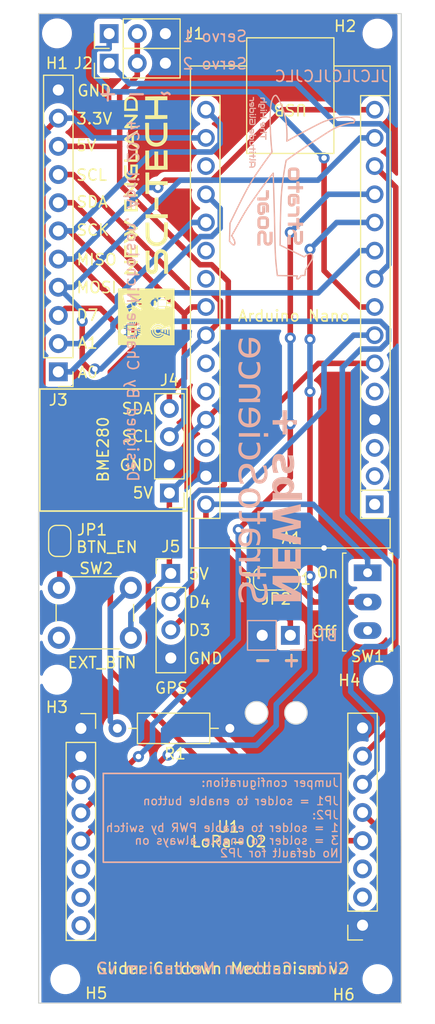
<source format=kicad_pcb>
(kicad_pcb (version 20240108) (generator "pcbnew") (generator_version "8.0")
  (layers (0 "F.Cu" signal) (31 "B.Cu" signal) (34 "B.Paste" user) (35 "F.Paste" user) (36 "B.SilkS" user "B.Silkscreen") (37 "F.SilkS" user "F.Silkscreen") (38 "B.Mask" user) (39 "F.Mask" user) (44 "Edge.Cuts" user))
  (net 0 "")
  (net 4 "GND")
  (net 6 "D3")
  (net 7 "D4")
  (net 8 "D5")
  (net 9 "D6")
  (net 10 "D7")
  (net 11 "RST")
  (net 12 "SS")
  (net 13 "MISO")
  (net 14 "+3.3V")
  (net 15 "DIO0")
  (net 16 "MOSI")
  (net 18 "A0")
  (net 19 "A1")
  (net 22 "SDA")
  (net 23 "SCL")
  (net 27 "VIN")
  (net 28 "Net-(BT1-+)")
  (net 29 "Net-(R1-Pad2)")
  (net 30 "+5V")
  (net 31 "D9")
  (net 32 "Net-(JP1-A)")
  (net 33 "Net-(JP2-A)")
  (net 34 "SCK")
  (footprint "Connector_PinHeader_2.54mm:PinHeader_1x04_P2.54mm_Vertical" (layer "F.Cu") (at 104.902 122.174 180)
    (property "Reference" "J4")
    (property "Value" "BME280")
  )
  (footprint "Connector_PinHeader_2.54mm:PinHeader_1x03_P2.54mm_Vertical" (layer "F.Cu") (at 99.46 80.772 90)
    (property "Reference" "J1")
    (property "Value" "Servo 1")
  )
  (footprint "Connector_PinHeader_2.54mm:PinHeader_1x04_P2.54mm_Vertical" (layer "F.Cu") (at 105.029 129.423)
    (property "Reference" "J5")
    (property "Value" "NEO-6M")
  )
  (footprint "Button_Switch_THT:SW_PUSH_6mm" (layer "F.Cu") (at 101.421 135.219 180)
    (property "Reference" "SW2")
    (property "Value" "SW_Push_Open_Dual")
  )
  (footprint "Jumper:SolderJumper-3_P1.3mm_Open_RoundedPad1.0x1.5mm_NumberLabels" (layer "F.Cu") (at 114.554 129.921 180)
    (property "Reference" "JP2")
    (property "Value" "SW_EN")
  )
  (footprint "MountingHole:MountingHole_2.2mm_M2" (layer "F.Cu") (at 94.75 80.75)
    (property "Reference" "H1")
    (property "Value" "MountingHole")
  )
  (footprint "MountingHole:MountingHole_2.2mm_M2" (layer "F.Cu") (at 123.698 80.772)
    (property "Reference" "H2")
    (property "Value" "MountingHole")
  )
  (footprint "Resistor_THT:R_Axial_DIN0207_L6.3mm_D2.5mm_P10.16mm_Horizontal" (layer "F.Cu") (at 110.363 143.383 180)
    (property "Reference" "R1")
    (property "Value" "10K")
  )
  (footprint "Connector_PinHeader_2.54mm:PinHeader_1x11_P2.54mm_Vertical" (layer "F.Cu") (at 94.869 111.252 180)
    (property "Reference" "J3")
    (property "Value" "GPIO")
  )
  (footprint "Jumper:SolderJumper-2_P1.3mm_Open_RoundedPad1.0x1.5mm" (layer "F.Cu") (at 94.996 126.492 90)
    (property "Reference" "JP1")
    (property "Value" "BUTTON_EN")
  )
  (footprint "Button_Switch_THT:SW_SPDT" (layer "F.Cu") (at 122.809 132 -90)
    (property "Reference" "SW1")
    (property "Value" "Power")
  )
  (footprint "MountingHole:MountingHole_2.2mm_M2" (layer "F.Cu") (at 123.698 165.989)
    (property "Reference" "H6")
    (property "Value" "MountingHole")
  )
  (footprint "Connector_PinHeader_2.54mm:PinHeader_1x03_P2.54mm_Vertical" (layer "F.Cu") (at 99.46 83.439 90)
    (property "Reference" "J2")
    (property "Value" "Servo 2")
  )
  (footprint "MountingHole:MountingHole_2.2mm_M2" (layer "F.Cu") (at 123.75 139)
    (property "Reference" "H4")
    (property "Value" "MountingHole")
  )
  (footprint "MountingHole:MountingHole_2.2mm_M2" (layer "F.Cu") (at 95.504 165.989)
    (property "Reference" "H5")
    (property "Value" "MountingHole")
  )
  (footprint "MountingHole:MountingHole_2.2mm_M2" (layer "F.Cu") (at 94.75 139)
    (property "Reference" "H3")
    (property "Value" "MountingHole")
  )
  (footprint "RF_Module:LoRa module" (layer "F.Cu") (at 110.236 152.2592)
    (property "Reference" "U1")
    (property "Value" "Ai-Thinker-Ra-02")
  )
  (footprint "LOGO" (layer "F.Cu") (at 102.8 97.4 90)
    (property "Reference" "G***" (hide yes))
    (property "Value" "LOGO" (hide yes))
  )
  (footprint "Module:Arduino_Nano" (layer "F.Cu") (at 123.444 123.19 180)
    (property "Reference" "A1")
    (property "Value" "Arduino_Nano_v3.x")
  )
  (footprint "Connector_PinHeader_2.54mm:PinHeader_1x02_P2.54mm_Vertical" (layer "B.Cu") (at 115.829 135.001 90)
    (property "Reference" "BT1")
    (property "Value" "9V")
  )
  (gr_line (start 114.049113 87.410419) (end 114.032436 87.589609) (stroke (width 0.124445)) (layer "B.SilkS"))
  (gr_line (start 119.460013 89.509659) (end 119.696567 89.374855) (stroke (width 0.124445)) (layer "B.SilkS"))
  (gr_line (start 117.44981 100.6595) (end 117.394332 100.686411) (stroke (width 0.124445)) (layer "B.SilkS"))
  (gr_poly (pts (xy 112.543109 91.121819) (xy 112.543109 90.947247) (xy 112.443133 90.947247) (xy 112.443133 91.121819) (xy 112.12744 91.121819) (xy 112.12744 91.222947) (xy 112.443133 91.222947) (xy 112.443133 91.352916) (xy 112.543109 91.352916) (xy 112.543109 91.222947) (xy 112.678843 91.222947) (xy 112.678843 91.121819)) (stroke (width 0.016406)) (fill solid) (layer "B.SilkS"))
  (gr_line (start 116.802323 102.575297) (end 117.144555 102.559726) (stroke (width 0.124445)) (layer "B.SilkS"))
  (gr_line (start 114.500222 86.335017) (end 114.447005 86.347603) (stroke (width 0.124445)) (layer "B.SilkS"))
  (gr_line (start 110.525071 98.990176) (end 110.737315 98.621464) (stroke (width 0.124445)) (layer "B.SilkS"))
  (gr_poly (pts (xy 116.631614 93.186049) (xy 116.631222 93.174669) (xy 116.630567 93.163511) (xy 116.629651 93.152575) (xy 116.628473 93.141859) (xy 116.627033 93.131365) (xy 116.625332 93.121093) (xy 116.623369 93.111042) (xy 116.621144 93.101212) (xy 116.618658 93.091604) (xy 116.61591 93.082218) (xy 116.6129 93.073053) (xy 116.609629 93.064109) (xy 116.606095 93.055387) (xy 116.602301 93.046887) (xy 116.598245 93.038608) (xy 116.593987 93.03053) (xy 116.589587 93.022647) (xy 116.585047 93.014959) (xy 116.580365 93.007467) (xy 116.575541 93.000169) (xy 116.570576 92.993066) (xy 116.565469 92.986159) (xy 116.560222 92.979446) (xy 116.554832 92.972929) (xy 116.549301 92.966606) (xy 116.543629 92.960479) (xy 116.537815 92.954546) (xy 116.53186 92.948808) (xy 116.525764 92.943266) (xy 116.519526 92.937918) (xy 116.513146 92.932765) (xy 116.506797 92.927816) (xy 116.500373 92.923044) (xy 116.493876 92.918449) (xy 116.487305 92.91403) (xy 116.480661 92.909787) (xy 116.473942 92.905721) (xy 116.46715 92.901831) (xy 116.460284 92.898118) (xy 116.453344 92.894581) (xy 116.44633 92.891221) (xy 116.439243 92.888037) (xy 116.432081 92.88503) (xy 116.424846 92.882199) (xy 116.417536 92.879545) (xy 116.410153 92.877068) (xy 116.402696 92.874766) (xy 116.387877 92.870338) (xy 116.373317 92.866499) (xy 116.359018 92.863251) (xy 116.344979 92.860594) (xy 116.3312 92.858526) (xy 116.317682 92.85705) (xy 116.304425 92.856164) (xy 116.291428 92.855868) (xy 115.959779 92.856456) (xy 115.944294 92.856704) (xy 115.929191 92.85745) (xy 115.91447 92.858692) (xy 115.900131 92.860432) (xy 115.886173 92.862668) (xy 115.872597 92.8654) (xy 115.859402 92.86863) (xy 115.846589 92.872355) (xy 115.834342 92.87647) (xy 115.822452 92.880913) (xy 115.810918 92.885683) (xy 115.799741 92.890781) (xy 115.78892 92.896207) (xy 115.778454 92.901962) (xy 115.768345 92.908044) (xy 115.758592 92.914454) (xy 115.753957 92.917762) (xy 115.749403 92.921135) (xy 115.744929 92.924574) (xy 115.740536 92.928078) (xy 115.736223 92.931649) (xy 115.73199 92.935285) (xy 115.727839 92.938986) (xy 115.723767 92.942754) (xy 115.719776 92.946587) (xy 115.715866 92.950485) (xy 115.712036 92.954449) (xy 115.708286 92.958479) (xy 115.704617 92.962574) (xy 115.701028 92.966735) (xy 115.69752 92.970961) (xy 115.694093 92.975253) (xy 115.68769 92.98394) (xy 115.681581 92.992748) (xy 115.675766 93.001678) (xy 115.670244 93.01073) (xy 115.665016 93.019903) (xy 115.660081 93.029198) (xy 115.65544 93.038614) (xy 115.651093 93.048152) (xy 115.647025 93.05753) (xy 115.643218 93.066964) (xy 115.639675 93.076455) (xy 115.636393 93.086002) (xy 115.633375 93.095605) (xy 115.630618 93.105265) (xy 115.628125 93.11498) (xy 115.625893 93.124751) (xy 115.624488 93.134269) (xy 115.62327 93.143671) (xy 115.622239 93.152957) (xy 115.621396 93.162127) (xy 115.62074 93.171182) (xy 115.620272 93.18012) (xy 115.61999 93.188943) (xy 115.619897 93.19765) (xy 115.619897 93.636378) (xy 115.620176 93.649151) (xy 115.621015 93.662219) (xy 115.622414 93.675582) (xy 115.624371 93.68924) (xy 115.626888 93.703194) (xy 115.629965 93.717443) (xy 115.6336 93.731988) (xy 115.637795 93.746829) (xy 115.640119 93.754271) (xy 115.642617 93.761648) (xy 115.645288 93.76896) (xy 115.648132 93.776207) (xy 115.65115 93.783389) (xy 115.654341 93.790506) (xy 115.657706 93.797558) (xy 115.661244 93.804545) (xy 115.664956 93.811467) (xy 115.668841 93.818324) (xy 115.6729 93.825116) (xy 115.677132 93.831842) (xy 115.681537 93.838503) (xy 115.686116 93.8451) (xy 115.690868 93.85163) (xy 115.695794 93.858096) (xy 115.701035 93.864347) (xy 115.70646 93.870473) (xy 115.712068 93.876475) (xy 115.717858 93.882353) (xy 115.723832 93.888107) (xy 115.729989 93.893736) (xy 115.73633 93.899241) (xy 115.742853 93.904622) (xy 115.74956 93.909878) (xy 115.756449 93.915011) (xy 115.763523 93.920019) (xy 115.770779 93.924902) (xy 115.778218 93.929662) (xy 115.785841 93.934297) (xy 115.793647 93.938808) (xy 115.801637 93.943194) (xy 115.809926 93.947251) (xy 115.818443 93.951045) (xy 115.827187 93.954578) (xy 115.836159 93.95785) (xy 115.845359 93.96086) (xy 115.854787 93.963608) (xy 115.864442 93.966094) (xy 115.874326 93.968319) (xy 115.884437 93.970282) (xy 115.894776 93.971983) (xy 115.905342 93.973423) (xy 115.916137 93.974601) (xy 115.927159 93.975517) (xy 115.93841 93.976171) (xy 115.949888 93.976564) (xy 115.96 93.976677) (xy 115.96 93.733775) (xy 115.954113 93.733677) (xy 115.948404 93.733381) (xy 115.942872 93.732889) (xy 115.937518 93.7322) (xy 115.932341 93.731314) (xy 115.927341 93.730231) (xy 115.922519 93.728952) (xy 115.917874 93.727475) (xy 115.913407 93.725802) (xy 115.909117 93.723931) (xy 115.905004 93.721864) (xy 115.901069 93.7196) (xy 115.897311 93.717139) (xy 115.89373 93.714481) (xy 115.890327 93.711627) (xy 115.887101 93.708575) (xy 115.884049 93.705333) (xy 115.881195 93.701908) (xy 115.878537 93.698299) (xy 115.876076 93.694506) (xy 115.873812 93.69053) (xy 115.871745 93.68637) (xy 115.869875 93.682027) (xy 115.868201 93.6775) (xy 115.866725 93.672789) (xy 115.865445 93.667895) (xy 115.864362 93.662817) (xy 115.863476 93.657556) (xy 115.862787 93.652112) (xy 115.862295 93.646484) (xy 115.862 93.640672) (xy 115.861901 93.634677) (xy 115.861901 93.197787) (xy 115.862 93.191698) (xy 115.862295 93.185805) (xy 115.862787 93.180108) (xy 115.863476 93.174607) (xy 115.864362 93.169302) (xy 115.865445 93.164193) (xy 115.866725 93.159281) (xy 115.868201 93.154564) (xy 115.869875 93.150043) (xy 115.871745 93.145718) (xy 115.873812 93.14159) (xy 115.876076 93.137657) (xy 115.878537 93.133921) (xy 115.881195 93.130381) (xy 115.884049 93.127037) (xy 115.887101 93.123889) (xy 115.890339 93.120947) (xy 115.893753 93.118194) (xy 115.897342 93.115632) (xy 115.901107 93.113259) (xy 115.905048 93.111076) (xy 115.909165 93.109082) (xy 115.913457 93.107279) (xy 115.917926 93.105665) (xy 115.92257 93.104241) (xy 115.92739 93.103007) (xy 115.932385 93.101963) (xy 115.937557 93.101108) (xy 115.942904 93.100444) (xy 115.948427 93.099969) (xy 115.954125 93.099684) (xy 115.96 93.099589) (xy 116.287202 93.099688) (xy 116.293413 93.099787) (xy 116.299421 93.100082) (xy 116.305225 93.100574) (xy 116.310827 93.101263) (xy 116.316225 93.102149) (xy 116.32142 93.103232) (xy 116.326412 93.104512) (xy 116.3312 93.105988) (xy 116.335786 93.107662) (xy 116.340168 93.109532) (xy 116.344348 93.111599) (xy 116.348324 93.113863) (xy 116.352097 93.116324) (xy 116.355667 93.118982) (xy 116.359034 93.121837) (xy 116.362199 93.124888) (xy 116.365141 93.128126) (xy 116.367893 93.13154) (xy 116.370456 93.135129) (xy 116.372829 93.138894) (xy 116.375012 93.142835) (xy 116.377005 93.146952) (xy 116.378809 93.151245) (xy 116.380422 93.155713) (xy 116.381846 93.160357) (xy 116.38308 93.165177) (xy 116.384125 93.170173) (xy 116.384979 93.175344) (xy 116.385644 93.180691) (xy 116.386119 93.186214) (xy 116.386403 93.191913) (xy 116.386498 93.197787) (xy 116.386498 93.634677) (xy 116.3864 93.640684) (xy 116.386105 93.646506) (xy 116.385612 93.652143) (xy 116.384923 93.657595) (xy 116.384037 93.662862) (xy 116.382955 93.667943) (xy 116.381675 93.67284) (xy 116.380198 93.677551) (xy 116.378525 93.682077) (xy 116.376655 93.686418) (xy 116.374587 93.690574) (xy 116.372323 93.694545) (xy 116.369862 93.69833) (xy 116.367205 93.70193) (xy 116.36435 93.705345) (xy 116.361298 93.708575) (xy 116.35817 93.711627) (xy 116.354859 93.714481) (xy 116.351364 93.717139) (xy 116.347687 93.7196) (xy 116.343827 93.721864) (xy 116.339784 93.723931) (xy 116.335559 93.725802) (xy 116.33115 93.727475) (xy 116.326558 93.728952) (xy 116.321784 93.730231) (xy 116.316827 93.731314) (xy 116.311687 93.7322) (xy 116.306365 93.732889) (xy 116.300859 93.733381) (xy 116.295171 93.733677) (xy 116.2893 93.733775) (xy 115.96 93.733775) (xy 115.96 93.976677) (xy 115.961594 93.976695) (xy 116.290917 93.976695) (xy 116.302492 93.976564) (xy 116.31384 93.976171) (xy 116.324963 93.975517) (xy 116.33586 93.974601) (xy 116.346531 93.973423) (xy 116.356976 93.971983) (xy 116.367195 93.970282) (xy 116.377189 93.968319) (xy 116.386956 93.966094) (xy 116.396498 93.963608) (xy 116.405814 93.96086) (xy 116.414904 93.95785) (xy 116.423768 93.954578) (xy 116.432407 93.951045) (xy 116.440819 93.947251) (xy 116.449006 93.943194) (xy 116.457084 93.938818) (xy 116.464967 93.934317) (xy 116.472654 93.92969) (xy 116.480147 93.924937) (xy 116.487444 93.920058) (xy 116.494547 93.915054) (xy 116.501455 93.909924) (xy 116.508167 93.904668) (xy 116.514685 93.899286) (xy 116.521007 93.893779) (xy 116.527135 93.888146) (xy 116.533067 93.882388) (xy 116.538805 93.876503) (xy 116.544348 93.870493) (xy 116.549696 93.864357) (xy 116.554849 93.858096) (xy 116.559907 93.851649) (xy 116.564783 93.845135) (xy 116.569476 93.838553) (xy 116.573986 93.831903) (xy 116.578313 93.825186) (xy 116.582458 93.818401) (xy 116.586419 93.811549) (xy 116.590198 93.804628) (xy 116.593794 93.79764) (xy 116.597208 93.790585) (xy 116.600438 93.783461) (xy 116.603486 93.77627) (xy 116.60635 93.769012) (xy 116.609032 93.761685) (xy 116.611531 93.754291) (xy 116.613847 93.746829) (xy 116.618042 93.732023) (xy 116.621677 93.717502) (xy 116.624754 93.703267) (xy 116.627271 93.689318) (xy 116.629228 93.675654) (xy 116.630627 93.662276) (xy 116.631466 93.649184) (xy 116.631745 93.636378) (xy 116.631745 93.19765)) (stroke (width 0.039914)) (fill solid) (layer "B.SilkS"))
  (gr_line (start 110.651725 99.800454) (end 110.668737 99.808372) (stroke (width 0.124445)) (layer "B.SilkS"))
  (gr_line (start 116.676665 102.756918) (end 116.702651 102.724288) (stroke (width 0.124445)) (layer "B.SilkS"))
  (gr_line (start 110.668737 99.808372) (end 110.685184 99.814082) (stroke (width 0.124445)) (layer "B.SilkS"))
  (gr_line (start 114.516197 101.262693) (end 114.538275 101.504078) (stroke (width 0.124445)) (layer "B.SilkS"))
  (gr_line (start 114.687231 86.514457) (end 114.632203 86.436208) (stroke (width 0.124445)) (layer "B.SilkS"))
  (gr_poly (pts (xy 116.629594 97.825847) (xy 116.629594 97.401126) (xy 116.386346 97.401126) (xy 116.386346 97.825847) (xy 115.618317 97.825847) (xy 115.618317 98.071887) (xy 116.386346 98.071887) (xy 116.386346 98.388087) (xy 116.629594 98.388087) (xy 116.629594 98.071887) (xy 116.959832 98.071887) (xy 116.959832 97.825847)) (stroke (width 0.039914)) (fill solid) (layer "B.SilkS"))
  (gr_line (start 110.78885 99.756243) (end 110.79321 99.747546) (stroke (width 0.124445)) (layer "B.SilkS"))
  (gr_line (start 117.82341 100.944108) (end 117.826238 100.903517) (stroke (width 0.124445)) (layer "B.SilkS"))
  (gr_line (start 115.298656 88.041994) (end 115.246671 87.856289) (stroke (width 0.124445)) (layer "B.SilkS"))
  (gr_line (start 121.610994 88.510055) (end 121.587889 88.488866) (stroke (width 0.124445)) (layer "B.SilkS"))
  (gr_line (start 116.412798 102.835623) (end 116.414781 102.845317) (stroke (width 0.124445)) (layer "B.SilkS"))
  (gr_line (start 116.432992 102.684171) (end 116.426608 102.707027) (stroke (width 0.124445)) (layer "B.SilkS"))
  (gr_line (start 119.687864 88.439451) (end 119.537932 88.4782) (stroke (width 0.124445)) (layer "B.SilkS"))
  (gr_line (start 114.011654 89.034866) (end 114.026969 89.490948) (stroke (width 0.124445)) (layer "B.SilkS"))
  (gr_line (start 110.743363 99.810858) (end 110.755511 99.802543) (stroke (width 0.124445)) (layer "B.SilkS"))
  (gr_line (start 121.111834 88.857418) (end 121.160907 88.847668) (stroke (width 0.124445)) (layer "B.SilkS"))
  (gr_line (start 117.826238 100.903517) (end 117.827452 100.861938) (stroke (width 0.124445)) (layer "B.SilkS"))
  (gr_line (start 111.559069 97.159635) (end 111.772814 96.800762) (stroke (width 0.124445)) (layer "B.SilkS"))
  (gr_line (start 121.210983 88.839271) (end 121.262558 88.832357) (stroke (width 0.124445)) (layer "B.SilkS"))
  (gr_line (start 111.928413 94.770144) (end 111.650811 95.293337) (stroke (width 0.124445)) (layer "B.SilkS"))
  (gr_line (start 120.711869 88.279652) (end 120.574606 88.28847) (stroke (width 0.124445)) (layer "B.SilkS"))
  (gr_line (start 116.471954 102.894375) (end 116.486176 102.894778) (stroke (width 0.124445)) (layer "B.SilkS"))
  (gr_line (start 114.048567 89.950123) (end 114.075235 90.393367) (stroke (width 0.124445)) (layer "B.SilkS"))
  (gr_line (start 110.330903 99.46416) (end 110.383394 99.535425) (stroke (width 0.124445)) (layer "B.SilkS"))
  (gr_line (start 117.639186 100.606406) (end 117.61365 100.608752) (stroke (width 0.124445)) (layer "B.SilkS"))
  (gr_line (start 116.420794 102.731004) (end 116.415965 102.755462) (stroke (width 0.124445)) (layer "B.SilkS"))
  (gr_line (start 116.649016 102.788733) (end 116.676665 102.756918) (stroke (width 0.124445)) (layer "B.SilkS"))
  (gr_line (start 115.181053 93.796154) (end 115.249144 93.325483) (stroke (width 0.124445)) (layer "B.SilkS"))
  (gr_line (start 114.872202 86.856622) (end 114.808175 86.726532) (stroke (width 0.124445)) (layer "B.SilkS"))
  (gr_poly (pts (xy 112.543109 91.762814) (xy 112.543109 91.588242) (xy 112.443133 91.588242) (xy 112.443133 91.762814) (xy 112.12744 91.762814) (xy 112.12744 91.863944) (xy 112.443133 91.863944) (xy 112.443133 91.993911) (xy 112.543109 91.993911) (xy 112.543109 91.863944) (xy 112.678843 91.863944) (xy 112.678843 91.762814)) (stroke (width 0.016406)) (fill solid) (layer "B.SilkS"))
  (gr_line (start 113.244822 94.671204) (end 113.493186 94.33898) (stroke (width 0.124445)) (layer "B.SilkS"))
  (gr_poly (pts (xy 112.628472 91.420976) (xy 112.628472 91.520951) (xy 112.718835 91.520951) (xy 112.718835 91.420976)) (stroke (width 0.016406)) (fill solid) (layer "B.SilkS"))
  (gr_line (start 115.524138 90.075318) (end 115.523231 89.811824) (stroke (width 0.124445)) (layer "B.SilkS"))
  (gr_line (start 116.560332 102.867123) (end 116.575401 102.856722) (stroke (width 0.124445)) (layer "B.SilkS"))
  (gr_line (start 120.432838 88.302451) (end 120.287463 88.321299) (stroke (width 0.124445)) (layer "B.SilkS"))
  (gr_line (start 114.395135 97.347575) (end 114.430581 99.2) (stroke (width 0.124445)) (layer "B.SilkS"))
  (gr_line (start 111.354756 95.871872) (end 111.06254 96.45624) (stroke (width 0.124445)) (layer "B.SilkS"))
  (gr_line (start 117.288444 100.747282) (end 117.240156 100.778592) (stroke (width 0.124445)) (layer "B.SilkS"))
  (gr_line (start 117.763576 100.639598) (end 117.751321 100.630801) (stroke (width 0.124445)) (layer "B.SilkS"))
  (gr_line (start 121.316129 88.827055) (end 121.372191 88.823496) (stroke (width 0.124445)) (layer "B.SilkS"))
  (gr_line (start 117.61365 100.608752) (end 117.587387 100.61312) (stroke (width 0.124445)) (layer "B.SilkS"))
  (gr_line (start 115.246671 87.856289) (end 115.190133 87.672928) (stroke (width 0.124445)) (layer "B.SilkS"))
  (gr_poly (pts (xy 112.578864 88.460555) (xy 112.578864 88.866992) (xy 112.578823 88.869407) (xy 112.578702 88.87175) (xy 112.578499 88.874021) (xy 112.578215 88.87622) (xy 112.57785 88.878347) (xy 112.577404 88.880401) (xy 112.576877 88.882384) (xy 112.576269 88.884294) (xy 112.57558 88.886133) (xy 112.574809 88.887899) (xy 112.573958 88.889594) (xy 112.573025 88.891216) (xy 112.572012 88.892766) (xy 112.570917 88.894245) (xy 112.569741 88.895651) (xy 112.568484 88.896985) (xy 112.567148 88.898242) (xy 112.565733 88.899417) (xy 112.56424 88.900512) (xy 112.562669 88.901525) (xy 112.56102 88.902457) (xy 112.559293 88.903309) (xy 112.557488 88.904079) (xy 112.555605 88.904768) (xy 112.553643 88.905376) (xy 112.551604 88.905903) (xy 112.549486 88.906349) (xy 112.54729 88.906714) (xy 112.545016 88.906998) (xy 112.542663 88.907201) (xy 112.540233 88.907322) (xy 112.537724 88.907363) (xy 112.267791 88.907363) (xy 112.26542 88.907322) (xy 112.263116 88.907201) (xy 112.260878 88.906998) (xy 112.258707 88.906714) (xy 112.256601 88.906349) (xy 112.254561 88.905903) (xy 112.252588 88.905376) (xy 112.25068 88.904768) (xy 112.248839 88.904079) (xy 112.247063 88.903309) (xy 112.245354 88.902457) (xy 112.243711 88.901525) (xy 112.242134 88.900512) (xy 112.240623 88.899417) (xy 112.239178 88.898242) (xy 112.237799 88.896985) (xy 112.236543 88.895606) (xy 112.235367 88.89416) (xy 112.234272 88.892649) (xy 112.233258 88.891071) (xy 112.232326 88.889428) (xy 112.231474 88.887718) (xy 112.230704 88.885943) (xy 112.230015 88.884101) (xy 112.229406 88.882194) (xy 112.228879 88.88022) (xy 112.228433 88.878181) (xy 112.228068 88.876075) (xy 112.227785 88.873903) (xy 112.227582 88.871666) (xy 112.22746 88.869362) (xy 112.22742 88.866992) (xy 112.22742 88.555915) (xy 112.352773 88.555915) (xy 112.352773 88.822003) (xy 112.453519 88.822003) (xy 112.453519 88.506312) (xy 112.453502 88.504972) (xy 112.453453 88.503644) (xy 112.45337 88.502328) (xy 112.453255 88.501024) (xy 112.453106 88.499732) (xy 112.452925 88.498452) (xy 112.45271 88.497184) (xy 112.452463 88.495928) (xy 112.452183 88.494685) (xy 112.451869 88.493453) (xy 112.451523 88.492233) (xy 112.451143 88.491026) (xy 112.450731 88.48983) (xy 112.450286 88.488646) (xy 112.449807 88.487475) (xy 112.449296 88.486316) (xy 112.448803 88.485172) (xy 112.448286 88.48405) (xy 112.447745 88.482948) (xy 112.44718 88.481868) (xy 112.446591 88.480809) (xy 112.445978 88.479771) (xy 112.44534 88.478754) (xy 112.444679 88.477758) (xy 112.443994 88.476783) (xy 112.443285 88.47583) (xy 112.442552 88.474897) (xy 112.441795 88.473985) (xy 112.441013 88.473095) (xy 112.440208 88.472225) (xy 112.439378 88.471377) (xy 112.438525 88.47055) (xy 112.437651 88.469696) (xy 112.436758 88.468867) (xy 112.435848 88.468062) (xy 112.434919 88.467281) (xy 112.433973 88.466524) (xy 112.433008 88.46579) (xy 112.432026 88.465081) (xy 112.431025 88.464396) (xy 112.430007 88.463735) (xy 112.42897 88.463097) (xy 112.427916 88.462484) (xy 112.426843 88.461895) (xy 112.425753 88.46133) (xy 112.424644 88.460789) (xy 112.423518 88.460272) (xy 112.422374 88.459779) (xy 112.421263 88.459313) (xy 112.42014 88.458877) (xy 112.419005 88.458472) (xy 112.417858 88.458096) (xy 112.416699 88.457751) (xy 112.415527 88.457436) (xy 112.414344 88.45715) (xy 112.413148 88.456895) (xy 112.411941 88.456669) (xy 112.410721 88.456474) (xy 112.409489 88.456309) (xy 112.408246 88.456174) (xy 112.40699 88.456069) (xy 112.405722 88.455994) (xy 112.404442 88.455949) (xy 112.403149 88.455933) (xy 112.177813 88.455935) (xy 112.176473 88.45595) (xy 112.175145 88.455995) (xy 112.173829 88.456071) (xy 112.172525 88.456176) (xy 112.171233 88.456311) (xy 112.169953 88.456476) (xy 112.168686 88.456672) (xy 112.16743 88.456897) (xy 112.166186 88.457152) (xy 112.164954 88.457438) (xy 112.163735 88.457753) (xy 112.162527 88.458099) (xy 112.161332 88.458475) (xy 112.160149 88.458881) (xy 112.158978 88.459317) (xy 112.157819 88.459783) (xy 112.156674 88.460275) (xy 112.155547 88.460792) (xy 112.154438 88.461333) (xy 112.153347 88.461898) (xy 112.152274 88.462487) (xy 112.15122 88.4631) (xy 112.150183 88.463737) (xy 112.149165 88.464398) (xy 112.148164 88.465084) (xy 112.147182 88.465793) (xy 112.146218 88.466526) (xy 112.145272 88.467284) (xy 112.144344 88.468065) (xy 112.143434 88.46887) (xy 112.142543 88.4697) (xy 112.141669 88.470553) (xy 112.140863 88.47138) (xy 112.140077 88.472228) (xy 112.139313 88.473098) (xy 112.13857 88.473988) (xy 112.137848 88.474899) (xy 112.137146 88.475832) (xy 112.136466 88.476786) (xy 112.135807 88.47776) (xy 112.135169 88.478756) (xy 112.134551 88.479773) (xy 112.133955 88.480811) (xy 112.13338 88.48187) (xy 112.132826 88.48295) (xy 112.132293 88.484052) (xy 112.13178 88.485174) (xy 112.131289 88.486318) (xy 112.130823 88.487478) (xy 112.130387 88.48865) (xy 112.129982 88.489835) (xy 112.129606 88.491031) (xy 112.12926 88.492239) (xy 112.128945 88.493459) (xy 112.128659 88.494691) (xy 112.128404 88.495935) (xy 112.128178 88.497191) (xy 112.127983 88.498459) (xy 112.127818 88.499738) (xy 112.127683 88.50103) (xy 112.127577 88.502334) (xy 112.127502 88.503649) (xy 112.127457 88.504977) (xy 112.127442 88.506316) (xy 112.127442 88.866994) (xy 112.12749 88.870492) (xy 112.127635 88.874062) (xy 112.127875 88.877704) (xy 112.128212 88.881417) (xy 112.128645 88.885202) (xy 112.129174 88.889059) (xy 112.129799 88.892987) (xy 112.130521 88.896987) (xy 112.131439 88.900928) (xy 112.132465 88.904869) (xy 112.1336 88.908811) (xy 112.134843 88.912752) (xy 112.136195 88.916693) (xy 112.137655 88.920635) (xy 112.139222 88.924576) (xy 112.140899 88.928517) (xy 112.14269 88.932345) (xy 112.144601 88.936137) (xy 112.146632 88.939892) (xy 112.148783 88.943611) (xy 112.151054 88.947294) (xy 112.153445 88.950941) (xy 112.155956 88.954552) (xy 112.158587 88.958127) (xy 112.159998 88.959893) (xy 112.161441 88.961636) (xy 112.162917 88.963354) (xy 112.164427 88.965048) (xy 112.165969 88.966719) (xy 112.167545 88.968365) (xy 112.169153 88.969987) (xy 112.170795 88.971585) (xy 112.17247 88.973159) (xy 112.174178 88.974709) (xy 112.175918 88.976235) (xy 112.177692 88.977737) (xy 112.179499 88.979215) (xy 112.181339 88.980669) (xy 112.183212 88.982099) (xy 112.185119 88.983504) (xy 112.187107 88.984834) (xy 112.189132 88.98613) (xy 112.191193 88.987394) (xy 112.19329 88.988624) (xy 112.195423 88.989822) (xy 112.197592 88.990986) (xy 112.199797 88.992117) (xy 112.202039 88.993215) (xy 112.206629 88.995312) (xy 112.211363 88.997277) (xy 112.216242 88.999108) (xy 112.221265 89.000808) (xy 112.22388 89.001599) (xy 112.226534 89.002339) (xy 112.229227 89.003028) (xy 112.231959 89.003665) (xy 112.23754 89.004788) (xy 112.243278 89.005707) (xy 112.249172 89.006422) (xy 112.255222 89.006932) (xy 112.261428 89.007238) (xy 112.267791 89.00734) (xy 112.538493 89.00734) (xy 112.541985 89.007292) (xy 112.545537 89.007148) (xy 112.549148 89.006908) (xy 112.552819 89.006571) (xy 112.55655 89.006138) (xy 112.56034 89.00561) (xy 112.56419 89.004985) (xy 112.568101 89.004264) (xy 112.572126 89.003346) (xy 112.576127 89.002319) (xy 112.580104 89.001184) (xy 112.584058 88.999941) (xy 112.587987 88.998589) (xy 112.591893 88.997129) (xy 112.595774 88.995561) (xy 112.599631 88.993884) (xy 112.603549 88.992087) (xy 112.607418 88.990158) (xy 112.611239 88.988097) (xy 112.615012 88.985904) (xy 112.618737 88.983579) (xy 112.622414 88.981122) (xy 112.626043 88.978533) (xy 112.629624 88.975812) (xy 112.631389 88.974402) (xy 112.633126 88.972958) (xy 112.634837 88.971482) (xy 112.636521 88.969973) (xy 112.638177 88.96843) (xy 112.639807 88.966854) (xy 112.64141 88.965246) (xy 112.642985 88.963604) (xy 112.644534 88.961929) (xy 112.646055 88.960221) (xy 112.64755 88.95848) (xy 112.649018 88.956706) (xy 112.650458 88.954899) (xy 112.651872 88.953059) (xy 112.653258 88.951185) (xy 112.654618 88.949279) (xy 112.655994 88.94729) (xy 112.657333 88.945266) (xy 112.658637 88.943205) (xy 112.659905 88.941108) (xy 112.661136 88.938975) (xy 112.662332 88.936806) (xy 112.663491 88.934601) (xy 112.664615 88.93236) (xy 112.665702 88.930083) (xy 112.666753 88.92777) (xy 112.667769 88.925421) (xy 112.668748 88.923036) (xy 112.669691 88.920614) (xy 112.670599 88.918157) (xy 112.67147 88.915664) (xy 112.672305 88.913134) (xy 112.673096 88.910566) (xy 112.673836 88.907956) (xy 112.674526 88.905303) (xy 112.675164 88.902608) (xy 112.675751 88.899872) (xy 112.676287 88.897093) (xy 112.677206 88.891409) (xy 112.677921 88.885557) (xy 112.678431 88.879537) (xy 112.678737 88.873349) (xy 112.67884 88.866992) (xy 112.67884 88.460555)) (stroke (width 0.016406)) (fill solid) (layer "B.SilkS"))
  (gr_poly (pts (xy 112.443135 86.48911) (xy 112.443135 86.714055) (xy 112.443095 86.716563) (xy 112.442973 86.718993) (xy 112.44277 86.721346) (xy 112.442486 86.723619) (xy 112.442121 86.725815) (xy 112.441675 86.727933) (xy 112.441148 86.729973) (xy 112.44054 86.731934) (xy 112.439851 86.733817) (xy 112.439081 86.735623) (xy 112.438229 86.73735) (xy 112.437296 86.738999) (xy 112.436283 86.74057) (xy 112.435188 86.742063) (xy 112.434012 86.743478) (xy 112.432755 86.744815) (xy 112.431468 86.746072) (xy 112.430105 86.747248) (xy 112.428667 86.748342) (xy 112.427154 86.749356) (xy 112.425566 86.750289) (xy 112.423903 86.75114) (xy 112.422166 86.75191) (xy 112.420353 86.7526) (xy 112.418465 86.753208) (xy 112.416502 86.753735) (xy 112.414464 86.754181) (xy 112.412351 86.754546) (xy 112.410163 86.75483) (xy 112.4079 86.755032) (xy 112.405562 86.755154) (xy 112.403149 86.755195) (xy 112.127448 86.755195) (xy 112.127448 86.85517) (xy 112.403149 86.85517) (xy 112.409506 86.855068) (xy 112.415694 86.854762) (xy 112.421713 86.854251) (xy 112.427565 86.853537) (xy 112.433249 86.852618) (xy 112.438764 86.851495) (xy 112.444111 86.850168) (xy 112.44929 86.848638) (xy 112.454307 86.846938) (xy 112.459167 86.845106) (xy 112.463871 86.843141) (xy 112.468419 86.841044) (xy 112.472811 86.838815) (xy 112.477047 86.836454) (xy 112.481127 86.83396) (xy 112.485051 86.831334) (xy 112.487002 86.829928) (xy 112.488915 86.828498) (xy 112.490788 86.827045) (xy 112.492622 86.825567) (xy 112.494417 86.824065) (xy 112.496172 86.822538) (xy 112.497889 86.820988) (xy 112.499567 86.819414) (xy 112.501205 86.817816) (xy 112.502805 86.816193) (xy 112.504366 86.814547) (xy 112.505887 86.812877) (xy 112.507369 86.811182) (xy 112.508813 86.809464) (xy 112.510217 86.807721) (xy 112.511582 86.805955) (xy 112.514304 86.80238) (xy 112.516893 86.798769) (xy 112.51935 86.795123) (xy 112.521676 86.79144) (xy 112.523869 86.787721) (xy 112.52593 86.783966) (xy 112.527859 86.780175) (xy 112.529656 86.776347) (xy 112.531327 86.772405) (xy 112.532877 86.768464) (xy 112.534307 86.764522) (xy 112.535618 86.760581) (xy 112.536808 86.75664) (xy 112.537878 86.752698) (xy 112.538827 86.748756) (xy 112.539656 86.744815) (xy 112.540467 86.740814) (xy 112.541169 86.736885) (xy 112.541763 86.733028) (xy 112.542249 86.729243) (xy 112.542627 86.72553) (xy 112.542897 86.721889) (xy 112.543059 86.71832) (xy 112.543113 86.714824) (xy 112.543113 86.48911)) (stroke (width 0.016406)) (fill solid) (layer "B.SilkS"))
  (gr_line (start 114.173531 91.437304) (end 113.972367 91.704444) (stroke (width 0.124445)) (layer "B.SilkS"))
  (gr_line (start 116.415965 102.755462) (end 116.412534 102.779763) (stroke (width 0.124445)) (layer "B.SilkS"))
  (gr_poly (pts (xy 112.267789 88.265218) (xy 112.26551 88.265173) (xy 112.263289 88.265037) (xy 112.261124 88.264812) (xy 112.259017 88.264497) (xy 112.256967 88.264091) (xy 112.254973 88.263595) (xy 112.253037 88.263009) (xy 112.251158 88.262333) (xy 112.249336 88.261567) (xy 112.247571 88.26071) (xy 112.245863 88.259763) (xy 112.244213 88.258726) (xy 112.242619 88.257599) (xy 112.241083 88.256382) (xy 112.239603 88.255074) (xy 112.238181 88.253676) (xy 112.236877 88.252211) (xy 112.235657 88.250701) (xy 112.234521 88.249146) (xy 112.233469 88.247546) (xy 112.232502 88.245901) (xy 112.231618 88.244211) (xy 112.230819 88.242476) (xy 112.230103 88.240696) (xy 112.229472 88.238871) (xy 112.228925 88.237001) (xy 112.228462 88.235086) (xy 112.228084 88.233126) (xy 112.227789 88.231122) (xy 112.227579 88.229072) (xy 112.227452 88.226977) (xy 112.22741 88.224837) (xy 112.22741 88.180234) (xy 112.127442 88.180234) (xy 112.127442 88.224837) (xy 112.127556 88.23027) (xy 112.127899 88.235798) (xy 112.128469 88.241421) (xy 112.129268 88.247141) (xy 112.130294 88.252957) (xy 112.131549 88.258868) (xy 112.133032 88.264876) (xy 112.134744 88.27098) (xy 112.135693 88.273996) (xy 112.136714 88.276988) (xy 112.137807 88.279957) (xy 112.138973 88.282901) (xy 112.14021 88.285821) (xy 112.14152 88.288717) (xy 112.142902 88.291589) (xy 112.144356 88.294436) (xy 112.145882 88.29726) (xy 112.14748 88.30006) (xy 112.14915 88.302836) (xy 112.150893 88.305587) (xy 112.152708 88.308315) (xy 112.154595 88.311019) (xy 112.156554 88.313698) (xy 112.158585 88.316354) (xy 112.160738 88.318969) (xy 112.162966 88.321527) (xy 112.165268 88.324028) (xy 112.167646 88.326471) (xy 112.170099 88.328858) (xy 112.172627 88.331188) (xy 112.17523 88.33346) (xy 112.177908 88.335676) (xy 112.180661 88.337834) (xy 112.183489 88.339935) (xy 112.186393 88.341979) (xy 112.189371 88.343967) (xy 112.192425 88.345897) (xy 112.195554 88.347769) (xy 112.198758 88.349585) (xy 112.202037 88.351344) (xy 112.205448 88.353021) (xy 112.208952 88.35459) (xy 112.212549 88.356051) (xy 112.216239 88.357403) (xy 112.220023 88.358648) (xy 112.223899 88.359784) (xy 112.227869 88.360812) (xy 112.231932 88.361731) (xy 112.236089 88.362543) (xy 112.240338 88.363246) (xy 112.244681 88.363841) (xy 112.249116 88.364328) (xy 112.253645 88.364706) (xy 112.258267 88.364977) (xy 112.262982 88.365139) (xy 112.267791 88.365193) (xy 112.718833 88.365193) (xy 112.718833 88.265218)) (stroke (width 0.016406)) (fill solid) (layer "B.SilkS"))
  (gr_line (start 116.411528 102.82533) (end 116.412798 102.835623) (stroke (width 0.124445)) (layer "B.SilkS"))
  (gr_line (start 117.823158 100.779987) (end 117.816712 100.7417) (stroke (width 0.124445)) (layer "B.SilkS"))
  (gr_line (start 119.989486 88.372415) (end 119.838682 88.404091) (stroke (width 0.124445)) (layer "B.SilkS"))
  (gr_line (start 117.816712 100.7417) (end 117.812209 100.723685) (stroke (width 0.124445)) (layer "B.SilkS"))
  (gr_line (start 120.900836 88.276826) (end 120.843728 88.276294) (stroke (width 0.124445)) (layer "B.SilkS"))
  (gr_line (start 115.523231 89.811824) (end 115.512955 89.501242) (stroke (width 0.124445)) (layer "B.SilkS"))
  (gr_line (start 112.231431 96.095576) (end 112.749086 95.358185) (stroke (width 0.124445)) (layer "B.SilkS"))
  (gr_line (start 110.737315 98.621464) (end 110.943815 98.253388) (stroke (width 0.124445)) (layer "B.SilkS"))
  (gr_line (start 117.764942 89.239121) (end 116.74521 89.783924) (stroke (width 0.124445)) (layer "B.SilkS"))
  (gr_poly (pts (xy 113.879451 96.323517) (xy 113.878612 96.310538) (xy 113.877214 96.297324) (xy 113.875256 96.283873) (xy 113.872739 96.270187) (xy 113.869663 96.256264) (xy 113.866027 96.242105) (xy 113.861832 96.22771) (xy 113.859508 96.220372) (xy 113.857011 96.213109) (xy 113.85434 96.205919) (xy 113.851496 96.198803) (xy 113.848478 96.191762) (xy 113.845286 96.184794) (xy 113.841922 96.1779) (xy 113.838384 96.17108) (xy 113.834672 96.164333) (xy 113.830787 96.157661) (xy 113.826728 96.151063) (xy 113.822496 96.144539) (xy 113.818091 96.138088) (xy 113.813512 96.131712) (xy 113.80876 96.12541) (xy 113.803834 96.119182) (xy 113.798835 96.112934) (xy 113.793639 96.106819) (xy 113.788245 96.100834) (xy 113.782652 96.094981) (xy 113.776862 96.08926) (xy 113.770874 96.083669) (xy 113.764688 96.07821) (xy 113.758304 96.072883) (xy 113.751723 96.067686) (xy 113.744943 96.062621) (xy 113.737966 96.057687) (xy 113.730791 96.052884) (xy 113.723418 96.048212) (xy 113.715847 96.043671) (xy 113.708079 96.039262) (xy 113.700112 96.034984) (xy 113.692041 96.030927) (xy 113.683752 96.027133) (xy 113.675245 96.0236) (xy 113.66652 96.020328) (xy 113.657577 96.017318) (xy 113.648416 96.01457) (xy 113.639037 96.012084) (xy 113.62944 96.009859) (xy 113.619626 96.007896) (xy 113.609593 96.006195) (xy 113.599343 96.004755) (xy 113.588875 96.003577) (xy 113.578189 96.002661) (xy 113.567285 96.002006) (xy 113.556163 96.001614) (xy 113.544823 96.001483) (xy 113.2034 96.001414) (xy 113.190642 96.001694) (xy 113.17762 96.002533) (xy 113.164332 96.003931) (xy 113.150779 96.005889) (xy 113.13696 96.008406) (xy 113.122876 96.011482) (xy 113.108527 96.015118) (xy 113.093911 96.019313) (xy 113.08669 96.021637) (xy 113.079528 96.024134) (xy 113.072424 96.026805) (xy 113.065378 96.02965) (xy 113.05839 96.032667) (xy 113.051461 96.035859) (xy 113.04459 96.039224) (xy 113.037777 96.042762) (xy 113.031022 96.046473) (xy 113.024325 96.050358) (xy 113.017687 96.054417) (xy 113.011107 96.058649) (xy 113.004585 96.063054) (xy 112.998121 96.067633) (xy 112.991715 96.072386) (xy 112.985368 96.077311) (xy 112.979218 96.08231) (xy 112.973194 96.087506) (xy 112.967296 96.0929) (xy 112.961524 96.098492) (xy 112.955877 96.104281) (xy 112.950357 96.110268) (xy 112.944962 96.116453) (xy 112.939693 96.122836) (xy 112.93455 96.129417) (xy 112.929533 96.136195) (xy 112.924641 96.143171) (xy 112.919876 96.150345) (xy 112.915236 96.157716) (xy 112.910721 96.165286) (xy 112.906333 96.173053) (xy 112.90207 96.181018) (xy 112.898014 96.189089) (xy 112.894219 96.197378) (xy 112.890686 96.205885) (xy 112.887414 96.21461) (xy 112.884405 96.223554) (xy 112.881657 96.232715) (xy 112.87917 96.242094) (xy 112.876945 96.251691) (xy 112.874982 96.261506) (xy 112.873281 96.271539) (xy 112.871841 96.28179) (xy 112.870663 96.292259) (xy 112.869747 96.302946) (xy 112.869093 96.31385) (xy 112.8687 96.324973) (xy 112.868569 96.336314) (xy 112.868569 96.775058) (xy 112.868849 96.787794) (xy 112.869688 96.800801) (xy 112.871086 96.814081) (xy 112.873044 96.827632) (xy 112.875561 96.841455) (xy 112.878637 96.85555) (xy 112.882273 96.869916) (xy 112.886468 96.884555) (xy 112.888788 96.891775) (xy 112.891275 96.898938) (xy 112.893929 96.906042) (xy 112.896749 96.913088) (xy 112.899735 96.920075) (xy 112.902888 96.927004) (xy 112.906207 96.933875) (xy 112.909693 96.940687) (xy 112.913345 96.947441) (xy 112.917163 96.954137) (xy 112.921148 96.960774) (xy 112.925299 96.967352) (xy 112.929616 96.973873) (xy 112.9341 96.980335) (xy 112.93875 96.986738) (xy 112.943566 96.993083) (xy 112.948683 96.999209) (xy 112.953981 97.005212) (xy 112.959461 97.011093) (xy 112.965124 97.016851) (xy 112.970969 97.022486) (xy 112.976995 97.027999) (xy 112.983204 97.033389) (xy 112.989594 97.038657) (xy 112.996167 97.043802) (xy 113.002922 97.048824) (xy 113.009858 97.053724) (xy 113.016977 97.058501) (xy 113.024278 97.063155) (xy 113.031761 97.067686) (xy 113.039426 97.072095) (xy 113.047273 97.076381) (xy 113.055441 97.080473) (xy 113.063823 97.084301) (xy 113.072418 97.087866) (xy 113.081226 97.091166) (xy 113.090246 97.094203) (xy 113.09948 97.096975) (xy 113.108926 97.099484) (xy 113.118585 97.101728) (xy 113.128458 97.103709) (xy 113.138543 97.105425) (xy 113.148841 97.106878) (xy 113.159351 97.108066) (xy 113.170075 97.10899) (xy 113.181011 97.109651) (xy 113.192161 97.110047) (xy 113.203523 97.110179) (xy 113.216281 97.109901) (xy 113.229303 97.109066) (xy 113.242591 97.107675) (xy 113.256144 97.105728) (xy 113.269963 97.103225) (xy 113.284047 97.100166) (xy 113.298396 97.09655) (xy 113.313012 97.092379) (xy 113.320339 97.090071) (xy 113.327593 97.087594) (xy 113.334775 97.08495) (xy 113.341884 97.082137) (xy 113.348921 97.079156) (xy 113.355886 97.076008) (xy 113.362778 97.072691) (xy 113.369598 97.069206) (xy 113.376346 97.065553) (xy 113.383021 97.061733) (xy 113.389624 97.057744) (xy 113.396155 97.053587) (xy 113.402614 97.049263) (xy 113.409 97.04477) (xy 113.415314 97.04011) (xy 113.421555 97.035281) (xy 113.427803 97.030153) (xy 113.433918 97.024843) (xy 113.439903 97.01935) (xy 113.445756 97.013675) (xy 113.451477 97.007817) (xy 113.457068 97.001777) (xy 113.462527 96.995555) (xy 113.467854 96.989151) (xy 113.473051 96.982564) (xy 113.478116 96.975795) (xy 113.48305 96.968844) (xy 113.487853 96.96171) (xy 113.492525 96.954394) (xy 113.497065 96.946896) (xy 113.501475 96.939216) (xy 113.505753 96.931353) (xy 113.509822 96.923185) (xy 113.513628 96.914804) (xy 113.517172 96.90621) (xy 113.520453 96.897403) (xy 113.523472 96.888384) (xy 113.526228 96.879152) (xy 113.528722 96.869708) (xy 113.530953 96.860051) (xy 113.532922 96.850182) (xy 113.534628 96.840099) (xy 113.536072 96.829805) (xy 113.537253 96.819297) (xy 113.538172 96.808577) (xy 113.538828 96.797645) (xy 113.539222 96.786499) (xy 113.539353 96.775142) (xy 113.539353 96.336383) (xy 113.307366 96.336383) (xy 113.307366 96.775142) (xy 113.307246 96.781241) (xy 113.306883 96.787166) (xy 113.30628 96.792916) (xy 113.305435 96.79849) (xy 113.304349 96.80389) (xy 113.303021 96.809115) (xy 113.301452 96.814165) (xy 113.299641 96.81904) (xy 113.29759 96.82374) (xy 113.295296 96.828265) (xy 113.292762 96.832615) (xy 113.289986 96.836791) (xy 113.286968 96.840791) (xy 113.283709 96.844616) (xy 113.280209 96.848266) (xy 113.276467 96.851741) (xy 113.272659 96.855022) (xy 113.268734 96.858092) (xy 113.264691 96.86095) (xy 113.260531 96.863597) (xy 113.256254 96.866032) (xy 113.25186 96.868255) (xy 113.247348 96.870266) (xy 113.242719 96.872065) (xy 113.237973 96.873653) (xy 113.23311 96.875029) (xy 113.22813 96.876194) (xy 113.223032 96.877147) (xy 113.217817 96.877888) (xy 113.212486 96.878417) (xy 113.207036 96.878735) (xy 113.20147 96.87884) (xy 113.195576 96.87872) (xy 113.189842 96.878358) (xy 113.184269 96.877754) (xy 113.178858 96.876909) (xy 113.173607 96.875823) (xy 113.168518 96.874495) (xy 113.163589 96.872926) (xy 113.158822 96.871116) (xy 113.154215 96.869064) (xy 113.14977 96.86677) (xy 113.145485 96.864236) (xy 113.141361 96.86146) (xy 113.137398 96.858442) (xy 113.133595 96.855183) (xy 113.129954 96.851683) (xy 113.126473 96.847941) (xy 113.123301 96.843921) (xy 113.120334 96.839813) (xy 113.117571 96.835615) (xy 113.115012 96.831329) (xy 113.112658 96.826953) (xy 113.110509 96.822488) (xy 113.108565 96.817935) (xy 113.106825 96.813292) (xy 113.105289 96.808561) (xy 113.103959 96.80374) (xy 113.102833 96.79883) (xy 113.101912 96.793832) (xy 113.101195 96.788743) (xy 113.100683 96.783566) (xy 113.100376 96.7783) (xy 113.100274 96.772944) (xy 113.100274 96.336062) (xy 113.100391 96.329939) (xy 113.100743 96.323993) (xy 113.101329 96.318226) (xy 113.102149 96.312637) (xy 113.103204 96.307227) (xy 113.104493 96.301994) (xy 113.106017 96.29694) (xy 113.107775 96.292064) (xy 113.109767 96.287365) (xy 113.111993 96.282845) (xy 113.114454 96.278503) (xy 113.117149 96.274339) (xy 113.120079 96.270353) (xy 113.123242 96.266545) (xy 113.12664 96.262915) (xy 113.130273 96.259463) (xy 113.134081 96.256169) (xy 113.138006 96.253088) (xy 113.142049 96.250219) (xy 113.146208 96.247563) (xy 113.150486 96.245119) (xy 113.15488 96.242888) (xy 113.159392 96.240869) (xy 113.16402 96.239063) (xy 113.168766 96.23747) (xy 113.17363 96.236089) (xy 113.17861 96.23492) (xy 113.183708 96.233964) (xy 113.188922 96.23322) (xy 113.194254 96.232689) (xy 113.199703 96.232371) (xy 113.20527 96.232264) (xy 113.544862 96.232264) (xy 113.550759 96.232382) (xy 113.556502 96.232733) (xy 113.562091 96.233319) (xy 113.567524 96.23414) (xy 113.572803 96.235195) (xy 113.577927 96.236484) (xy 113.582896 96.238007) (xy 113.58771 96.239765) (xy 113.59237 96.241757) (xy 113.596875 96.243984) (xy 113.601226 96.246445) (xy 113.605422 96.24914) (xy 113.609463 96.252069) (xy 113.61335 96.255233) (xy 113.617082 96.258631) (xy 113.62066 96.262263) (xy 113.624051 96.265951) (xy 113.627223 96.269763) (xy 113.630176 96.2737) (xy 113.632911 96.277763) (xy 113.635426 96.28195) (xy 113.637723 96.286263) (xy 113.639801 96.2907) (xy 113.641661 96.295262) (xy 113.643301 96.29995) (xy 113.644723 96.304762) (xy 113.645926 96.309699) (xy 113.64691 96.314762) (xy 113.647675 96.319949) (xy 113.648222 96.325261) (xy 113.64855 96.330698) (xy 113.64866 96.336261) (xy 113.64866 96.87044) (xy 113.879731 96.87044) (xy 113.879731 96.336261)) (stroke (width 0.039914)) (fill solid) (layer "B.SilkS"))
  (gr_line (start 112.481508 93.842225) (end 112.165269 94.351802) (stroke (width 0.124445)) (layer "B.SilkS"))
  (gr_poly (pts (xy 113.563243 89.793298) (xy 113.563243 90.013627) (xy 113.111815 90.013627) (xy 113.111815 90.113603) (xy 113.563243 90.113603) (xy 113.563243 90.334317) (xy 113.663218 90.334317) (xy 113.663218 89.793296)) (stroke (width 0.016406)) (fill solid) (layer "B.SilkS"))
  (gr_line (start 120.695878 88.96847) (end 120.915662 88.907335) (stroke (width 0.124445)) (layer "B.SilkS"))
  (gr_line (start 110.755511 99.802543) (end 110.766503 99.790828) (stroke (width 0.124445)) (layer "B.SilkS"))
  (gr_line (start 110.803633 99.721354) (end 110.808546 99.703824) (stroke (width 0.124445)) (layer "B.SilkS"))
  (gr_line (start 110.814049 99.615787) (end 110.812338 99.598183) (stroke (width 0.124445)) (layer "B.SilkS"))
  (gr_line (start 116.222351 91.64529) (end 117.236258 90.952627) (stroke (width 0.124445)) (layer "B.SilkS"))
  (gr_line (start 120.301363 89.094497) (end 120.429109 89.048805) (stroke (width 0.124445)) (layer "B.SilkS"))
  (gr_line (start 111.772814 96.800762) (end 111.995927 96.445854) (stroke (width 0.124445)) (layer "B.SilkS"))
  (gr_rect (start 98.933 147.447) (end 120.396 155.448) (stroke (width 0.15)) (fill none) (layer "B.SilkS"))
  (gr_line (start 115.002647 87.155575) (end 114.937341 87.000259) (stroke (width 0.124445)) (layer "B.SilkS"))
  (gr_line (start 114.184062 86.719205) (end 114.150512 86.829962) (stroke (width 0.124445)) (layer "B.SilkS"))
  (gr_line (start 115.146186 94.058823) (end 115.181053 93.796154) (stroke (width 0.124445)) (layer "B.SilkS"))
  (gr_line (start 116.605352 102.832266) (end 116.620128 102.818517) (stroke (width 0.124445)) (layer "B.SilkS"))
  (gr_line (start 115.511346 90.457293) (end 115.519745 90.279128) (stroke (width 0.124445)) (layer "B.SilkS"))
  (gr_line (start 114.746203 86.611854) (end 114.687231 86.514457) (stroke (width 0.124445)) (layer "B.SilkS"))
  (gr_line (start 117.687546 100.608442) (end 117.663862 100.606247) (stroke (width 0.124445)) (layer "B.SilkS"))
  (gr_poly (pts (xy 112.678826 92.352147) (xy 112.678781 92.350863) (xy 112.678706 92.349588) (xy 112.678601 92.348322) (xy 112.678466 92.347065) (xy 112.678301 92.345817) (xy 112.678105 92.344578) (xy 112.67788 92.343348) (xy 112.677624 92.342127) (xy 112.677339 92.340914) (xy 112.677023 92.339711) (xy 112.676678 92.338517) (xy 112.676302 92.337331) (xy 112.675896 92.336155) (xy 112.67546 92.334987) (xy 112.674994 92.333829) (xy 112.674502 92.332684) (xy 112.673985 92.331557) (xy 112.673444 92.330448) (xy 112.672879 92.329357) (xy 112.67229 92.328284) (xy 112.671677 92.32723) (xy 112.67104 92.326193) (xy 112.670379 92.325174) (xy 112.669693 92.324174) (xy 112.668984 92.323192) (xy 112.668251 92.322227) (xy 112.667493 92.321281) (xy 112.666712 92.320353) (xy 112.665906 92.319443) (xy 112.665077 92.318551) (xy 112.664224 92.317677) (xy 112.663349 92.316824) (xy 112.662457 92.315995) (xy 112.661546 92.315189) (xy 112.660618 92.314408) (xy 112.659671 92.313651) (xy 112.658707 92.312917) (xy 112.657724 92.312208) (xy 112.656724 92.311523) (xy 112.655705 92.310862) (xy 112.654669 92.310225) (xy 112.653615 92.309612) (xy 112.652542 92.309023) (xy 112.651452 92.308458) (xy 112.650344 92.307917) (xy 112.649218 92.3074) (xy 112.648074 92.306907) (xy 112.646915 92.306441) (xy 112.645748 92.306005) (xy 112.644571 92.305599) (xy 112.643386 92.305223) (xy 112.642191 92.304878) (xy 112.640988 92.304562) (xy 112.639776 92.304276) (xy 112.638554 92.304021) (xy 112.637324 92.303796) (xy 112.636085 92.3036) (xy 112.634837 92.303435) (xy 112.63358 92.3033) (xy 112.632314 92.303195) (xy 112.631039 92.30312) (xy 112.629755 92.303075) (xy 112.628463 92.303059) (xy 112.12744 92.303067) (xy 112.12744 92.403041) (xy 112.262793 92.403041) (xy 112.262793 92.754495) (xy 112.12744 92.754495) (xy 112.12744 92.854472) (xy 112.403142 92.854472) (xy 112.403146 92.854472) (xy 112.403146 92.7545) (xy 112.362765 92.754495) (xy 112.362765 92.403041) (xy 112.578866 92.403041) (xy 112.578866 92.578769) (xy 112.578842 92.580085) (xy 112.57877 92.581725) (xy 112.578649 92.583689) (xy 112.578481 92.585978) (xy 112.578265 92.588592) (xy 112.578001 92.59153) (xy 112.577329 92.598378) (xy 112.576963 92.602111) (xy 112.576468 92.606) (xy 112.575845 92.610044) (xy 112.575093 92.614244) (xy 112.574212 92.6186) (xy 112.573202 92.623111) (xy 112.572063 92.627779) (xy 112.570796 92.632602) (xy 112.569359 92.637444) (xy 112.567742 92.642359) (xy 112.565946 92.647345) (xy 112.563969 92.652404) (xy 112.561812 92.657535) (xy 112.559475 92.662738) (xy 112.556958 92.668013) (xy 112.554261 92.67336) (xy 112.552834 92.676038) (xy 112.551341 92.678689) (xy 112.549783 92.681314) (xy 112.548157 92.683911) (xy 112.546466 92.686481) (xy 112.544709 92.689024) (xy 112.542885 92.69154) (xy 112.540996 92.694029) (xy 112.53904 92.69649) (xy 112.537018 92.698925) (xy 112.534931 92.701333) (xy 112.532777 92.703714) (xy 112.530556 92.706068) (xy 112.52827 92.708395) (xy 112.525918 92.710695) (xy 112.523499 92.712968) (xy 112.521009 92.715203) (xy 112.518441 92.717389) (xy 112.515795 92.719528) (xy 112.513071 92.721619) (xy 112.510268 92.723661) (xy 112.507387 92.725656) (xy 112.504428 92.727603) (xy 112.501391 92.729501) (xy 112.498276 92.731352) (xy 112.495083 92.733154) (xy 112.491811 92.734908) (xy 112.488462 92.736615) (xy 112.485034 92.738273) (xy 112.481528 92.739883) (xy 112.477944 92.741445) (xy 112.474282 92.742959) (xy 112.470579 92.744357) (xy 112.466778 92.745664) (xy 112.462877 92.746881) (xy 112.458877 92.748008) (xy 112.454777 92.749045) (xy 112.450579 92.749992) (xy 112.446282 92.750849) (xy 112.441885 92.751615) (xy 112.43739 92.752291) (xy 112.432795 92.752877) (xy 112.428101 92.753373) (xy 112.423308 92.753779) (xy 112.418416 92.754095) (xy 112.413425 92.75432) (xy 112.408335 92.754455) (xy 112.403146 92.7545) (xy 112.403146 92.854472) (xy 112.410651 92.854391) (xy 112.418084 92.854148) (xy 112.425443 92.853742) (xy 112.432726 92.853174) (xy 112.439935 92.852444) (xy 112.447068 92.851551) (xy 112.454126 92.850497) (xy 112.461109 92.84928) (xy 112.468017 92.847901) (xy 112.474849 92.84636) (xy 112.481607 92.844656) (xy 112.488289 92.842791) (xy 112.494897 92.840763) (xy 112.501429 92.838573) (xy 112.507886 92.836221) (xy 112.514268 92.833707) (xy 112.520557 92.831048) (xy 112.526735 92.828263) (xy 112.532802 92.825352) (xy 112.538757 92.822315) (xy 112.544602 92.819151) (xy 112.550335 92.815862) (xy 112.555957 92.812446) (xy 112.561468 92.808904) (xy 112.566868 92.805236) (xy 112.572157 92.801442) (xy 112.577334 92.797522) (xy 112.582401 92.793475) (xy 112.587356 92.789302) (xy 112.5922 92.785003) (xy 112.596932 92.780578) (xy 112.601554 92.776027) (xy 112.606057 92.77136) (xy 112.610434 92.766588) (xy 112.614684 92.761711) (xy 112.618809 92.756729) (xy 112.622807 92.751642) (xy 112.626679 92.746449) (xy 112.630425 92.741152) (xy 112.634045 92.735749) (xy 112.637539 92.730241) (xy 112.640906 92.724628) (xy 112.644148 92.71891) (xy 112.647263 92.713087) (xy 112.650252 92.707159) (xy 112.653114 92.701125) (xy 112.655851 92.694986) (xy 112.658461 92.688743) (xy 112.660929 92.68241) (xy 112.663238 92.676005) (xy 112.665387 92.669528) (xy 112.667377 92.662979) (xy 112.669208 92.656358) (xy 112.67088 92.649665) (xy 112.672393 92.6429) (xy 112.673746 92.636062) (xy 112.67494 92.629153) (xy 112.675975 92.622171) (xy 112.676851 92.615118) (xy 112.677568 92.607992) (xy 112.678125 92.600794) (xy 112.678523 92.593525) (xy 112.678762 92.586183) (xy 112.678841 92.578769) (xy 112.678841 92.35344)) (stroke (width 0.016406)) (fill solid) (layer "B.SilkS"))
  (gr_line (start 116.412534 102.779763) (end 116.410917 102.803265) (stroke (width 0.124445)) (layer "B.SilkS"))
  (gr_line (start 114.008338 93.681796) (end 114.282098 93.350726) (stroke (width 0.124445)) (layer "B.SilkS"))
  (gr_line (start 114.026969 89.490948) (end 114.048567 89.950123) (stroke (width 0.124445)) (layer "B.SilkS"))
  (gr_poly (pts (xy 112.127442 88.014504) (xy 112.127442 88.11448) (xy 112.543111 88.11448) (xy 112.543111 88.014504)) (stroke (width 0.016406)) (fill solid) (layer "B.SilkS"))
  (gr_line (start 114.999876 95.524487) (end 115.043267 94.949984) (stroke (width 0.124445)) (layer "B.SilkS"))
  (gr_line (start 120.429109 89.048805) (end 120.560427 89.006768) (stroke (width 0.124445)) (layer "B.SilkS"))
  (gr_poly (pts (xy 112.12744 91.420976) (xy 112.12744 91.520951) (xy 112.543109 91.520951) (xy 112.543109 91.420976)) (stroke (width 0.016406)) (fill solid) (layer "B.SilkS"))
  (gr_line (start 115.519745 90.279128) (end 115.524138 90.075318) (stroke (width 0.124445)) (layer "B.SilkS"))
  (gr_line (start 110.616405 99.778785) (end 110.634248 99.790526) (stroke (width 0.124445)) (layer "B.SilkS"))
  (gr_line (start 110.695472 99.261486) (end 110.671728 99.219108) (stroke (width 0.124445)) (layer "B.SilkS"))
  (gr_line (start 114.90461 99.837459) (end 114.925047 97.869796) (stroke (width 0.124445)) (layer "B.SilkS"))
  (gr_line (start 119.537932 88.4782) (end 119.389784 88.520043) (stroke (width 0.124445)) (layer "B.SilkS"))
  (gr_line (start 115.471065 88.974643) (end 115.448007 88.789215) (stroke (width 0.124445)) (layer "B.SilkS"))
  (gr_line (start 110.80416 99.545588) (end 110.797601 99.510821) (stroke (width 0.124445)) (layer "B.SilkS"))
  (gr_line (start 114.032436 87.589609) (end 114.019415 87.782318) (stroke (width 0.124445)) (layer "B.SilkS"))
  (gr_line (start 115.489237 89.156173) (end 115.471065 88.974643) (stroke (width 0.124445)) (layer "B.SilkS"))
  (gr_line (start 117.505563 100.636703) (end 117.477718 100.647504) (stroke (width 0.124445)) (layer "B.SilkS"))
  (gr_line (start 110.788578 99.473249) (end 110.782507 99.453483) (stroke (width 0.124445)) (layer "B.SilkS"))
  (gr_line (start 115.512955 89.501242) (end 115.489237 89.156173) (stroke (width 0.124445)) (layer "B.SilkS"))
  (gr_line (start 110.793636 99.49239) (end 110.788578 99.473249) (stroke (width 0.124445)) (layer "B.SilkS"))
  (gr_line (start 117.774548 100.650104) (end 117.763576 100.639598) (stroke (width 0.124445)) (layer "B.SilkS"))
  (gr_line (start 116.515389 102.889195) (end 116.530273 102.883511) (stroke (width 0.124445)) (layer "B.SilkS"))
  (gr_line (start 114.447005 86.347603) (end 114.396314 86.374382) (stroke (width 0.124445)) (layer "B.SilkS"))
  (gr_line (start 114.925047 97.869796) (end 114.966598 96.249236) (stroke (width 0.124445)) (layer "B.SilkS"))
  (gr_line (start 117.56053 100.619345) (end 117.533211 100.627261) (stroke (width 0.124445)) (layer "B.SilkS"))
  (gr_line (start 110.778694 99.773579) (end 110.784017 99.764922) (stroke (width 0.124445)) (layer "B.SilkS"))
  (gr_line (start 120.560427 89.006768) (end 120.695878 88.96847) (stroke (width 0.124445)) (layer "B.SilkS"))
  (gr_line (start 114.10576 90.80166) (end 114.13893 91.15598) (stroke (width 0.124445)) (layer "B.SilkS"))
  (gr_line (start 110.772862 99.782215) (end 110.778694 99.773579) (stroke (width 0.124445)) (layer "B.SilkS"))
  (gr_line (start 121.232346 88.318396) (end 121.149344 88.300794) (stroke (width 0.124445)) (layer "B.SilkS"))
  (gr_line (start 110.808546 99.703824) (end 110.811998 99.686253) (stroke (width 0.124445)) (layer "B.SilkS"))
  (gr_line (start 121.372308 88.362795) (end 121.306542 88.339338) (stroke (width 0.124445)) (layer "B.SilkS"))
  (gr_line (start 115.448007 88.789215) (end 115.419553 88.601465) (stroke (width 0.124445)) (layer "B.SilkS"))
  (gr_line (start 117.394332 100.686411) (end 117.34019 100.716114) (stroke (width 0.124445)) (layer "B.SilkS"))
  (gr_line (start 121.431239 88.82181) (end 121.493771 88.822128) (stroke (width 0.124445)) (layer "B.SilkS"))
  (gr_line (start 112.165269 94.351802) (end 111.928413 94.770144) (stroke (width 0.124445)) (layer "B.SilkS"))
  (gr_line (start 118.96503 88.661171) (end 118.833003 88.712429) (stroke (width 0.124445)) (layer "B.SilkS"))
  (gr_line (start 116.620128 102.818517) (end 116.649016 102.788733) (stroke (width 0.124445)) (layer "B.SilkS"))
  (gr_line (start 117.082444 100.895251) (end 114.90461 99.837459) (stroke (width 0.124445)) (layer "B.SilkS"))
  (gr_line (start 115.190133 87.672928) (end 115.129988 87.493777) (stroke (width 0.124445)) (layer "B.SilkS"))
  (gr_line (start 110.739755 99.348254) (end 110.718361 99.304761) (stroke (width 0.124445)) (layer "B.SilkS"))
  (gr_line (start 115.043267 94.949984) (end 115.076879 94.636254) (stroke (width 0.124445)) (layer "B.SilkS"))
  (gr_line (start 114.069354 87.244802) (end 114.049113 87.410419) (stroke (width 0.124445)) (layer "B.SilkS"))
  (gr_line (start 110.800584 99.7301) (end 110.803633 99.721354) (stroke (width 0.124445)) (layer "B.SilkS"))
  (gr_line (start 120.915662 88.907335) (end 121.014716 88.880453) (stroke (width 0.124445)) (layer "B.SilkS"))
  (gr_line (start 110.70097 99.817384) (end 110.715993 99.818079) (stroke (width 0.124445)) (layer "B.SilkS"))
  (gr_line (start 119.219791 89.656409) (end 119.460013 89.509659) (stroke (width 0.124445)) (layer "B.SilkS"))
  (gr_line (start 116.486176 102.894778) (end 116.500672 102.893001) (stroke (width 0.124445)) (layer "B.SilkS"))
  (gr_line (start 120.287463 88.321299) (end 120.13938 88.344719) (stroke (width 0.124445)) (layer "B.SilkS"))
  (gr_line (start 114.632203 86.436208) (end 114.606463 86.404847) (stroke (width 0.124445)) (layer "B.SilkS"))
  (gr_line (start 121.372191 88.823496) (end 121.431239 88.82181) (stroke (width 0.124445)) (layer "B.SilkS"))
  (gr_line (start 116.575401 102.856722) (end 116.590425 102.845052) (stroke (width 0.124445)) (layer "B.SilkS"))
  (gr_line (start 110.715993 99.818079) (end 110.730158 99.81597) (stroke (width 0.124445)) (layer "B.SilkS"))
  (gr_line (start 114.518082 86.336609) (end 114.500222 86.335017) (stroke (width 0.124445)) (layer "B.SilkS"))
  (gr_line (start 116.460046 102.60641) (end 116.445811 102.644382) (stroke (width 0.124445)) (layer "B.SilkS"))
  (gr_line (start 116.500672 102.893001) (end 116.515389 102.889195) (stroke (width 0.124445)) (layer "B.SilkS"))
  (gr_line (start 116.421092 102.862587) (end 116.425523 102.870003) (stroke (width 0.124445)) (layer "B.SilkS"))
  (gr_line (start 117.158196 100.836339) (end 117.102797 100.878757) (stroke (width 0.124445)) (layer "B.SilkS"))
  (gr_line (start 116.74521 89.783924) (end 115.511346 90.457293) (stroke (width 0.124445)) (layer "B.SilkS"))
  (gr_line (start 120.843728 88.276294) (end 120.711869 88.279652) (stroke (width 0.124445)) (layer "B.SilkS"))
  (gr_line (start 114.019415 87.782318) (end 114.010147 87.988488) (stroke (width 0.124445)) (layer "B.SilkS"))
  (gr_line (start 121.149344 88.300794) (end 121.057158 88.287359) (stroke (width 0.124445)) (layer "B.SilkS"))
  (gr_line (start 114.120147 86.954518) (end 114.093063 87.092817) (stroke (width 0.124445)) (layer "B.SilkS"))
  (gr_line (start 115.385194 88.412967) (end 115.345145 88.228176) (stroke (width 0.124445)) (layer "B.SilkS"))
  (gr_line (start 114.590192 102.004221) (end 114.655557 102.575313) (stroke (width 0.124445)) (layer "B.SilkS"))
  (gr_line (start 110.543342 99.71768) (end 110.580015 99.750664) (stroke (width 0.124445)) (layer "B.SilkS"))
  (gr_line (start 116.458058 102.891638) (end 116.471954 102.894375) (stroke (width 0.124445)) (layer "B.SilkS"))
  (gr_line (start 110.383394 99.535425) (end 110.439532 99.605437) (stroke (width 0.124445)) (layer "B.SilkS"))
  (gr_line (start 110.730158 99.81597) (end 110.743363 99.810858) (stroke (width 0.124445)) (layer "B.SilkS"))
  (gr_line (start 121.480059 88.413944) (end 121.430022 88.387939) (stroke (width 0.124445)) (layer "B.SilkS"))
  (gr_line (start 117.587387 100.61312) (end 117.56053 100.619345) (stroke (width 0.124445)) (layer "B.SilkS"))
  (gr_line (start 114.582063 86.378973) (end 114.559121 86.35882) (stroke (width 0.124445)) (layer "B.SilkS"))
  (gr_poly (pts (xy 113.437886 88.29482) (xy 113.437886 87.943753) (xy 113.663216 87.943753) (xy 113.663216 87.843778) (xy 113.111815 87.843778) (xy 113.111815 87.943753) (xy 113.337144 87.943753) (xy 113.337144 88.29482) (xy 113.111815 88.29482) (xy 113.111815 88.394793) (xy 113.663216 88.394793) (xy 113.663216 88.29482)) (stroke (width 0.016406)) (fill solid) (layer "B.SilkS"))
  (gr_line (start 110.797601 99.510821) (end 110.793636 99.49239) (stroke (width 0.124445)) (layer "B.SilkS"))
  (gr_line (start 117.731408 100.620553) (end 117.710106 100.613155) (stroke (width 0.124445)) (layer "B.SilkS"))
  (gr_line (start 114.004723 88.208064) (end 114.003834 88.600897) (stroke (width 0.124445)) (layer "B.SilkS"))
  (gr_line (start 114.010147 87.988488) (end 114.004723 88.208064) (stroke (width 0.124445)) (layer "B.SilkS"))
  (gr_line (start 121.057158 88.287359) (end 120.955412 88.278917) (stroke (width 0.124445)) (layer "B.SilkS"))
  (gr_line (start 115.345145 88.228176) (end 115.298656 88.041994) (stroke (width 0.124445)) (layer "B.SilkS"))
  (gr_line (start 118.833003 88.712429) (end 118.707253 88.765301) (stroke (width 0.124445)) (layer "B.SilkS"))
  (gr_line (start 110.601762 99.104151) (end 110.562566 99.044455) (stroke (width 0.124445)) (layer "B.SilkS"))
  (gr_line (start 116.702651 102.724288) (end 116.726548 102.692061) (stroke (width 0.124445)) (layer "B.SilkS"))
  (gr_line (start 110.775503 99.433178) (end 110.759016 99.391286) (stroke (width 0.124445)) (layer "B.SilkS"))
  (gr_line (start 121.493771 88.822128) (end 121.560281 88.82458) (stroke (width 0.124445)) (layer "B.SilkS"))
  (gr_poly (pts (xy 112.267791 89.877126) (xy 112.261428 89.877228) (xy 112.255222 89.877534) (xy 112.249172 89.878044) (xy 112.243278 89.878759) (xy 112.23754 89.879678) (xy 112.231959 89.880801) (xy 112.226534 89.882127) (xy 112.221265 89.883658) (xy 112.216242 89.885358) (xy 112.211363 89.887189) (xy 112.206629 89.889154) (xy 112.202039 89.891251) (xy 112.197592 89.89348) (xy 112.19329 89.895842) (xy 112.189132 89.898336) (xy 112.185119 89.900962) (xy 112.183213 89.902321) (xy 112.18134 89.903708) (xy 112.1795 89.905122) (xy 112.177693 89.906563) (xy 112.17592 89.90803) (xy 112.174179 89.909525) (xy 112.172471 89.911047) (xy 112.170796 89.912595) (xy 112.169155 89.914171) (xy 112.167546 89.915774) (xy 112.16597 89.917403) (xy 112.164428 89.91906) (xy 112.162918 89.920744) (xy 112.161441 89.922454) (xy 112.159998 89.924191) (xy 112.158587 89.925956) (xy 112.155955 89.929537) (xy 112.153443 89.933166) (xy 112.151052 89.936842) (xy 112.14878 89.940567) (xy 112.146629 89.94434) (xy 112.144599 89.948162) (xy 112.142688 89.952031) (xy 112.140899 89.955949) (xy 112.139222 89.959806) (xy 112.137655 89.963687) (xy 112.136195 89.967593) (xy 112.134843 89.971522) (xy 112.1336 89.975476) (xy 112.132465 89.979453) (xy 112.131439 89.983454) (xy 112.130521 89.987479) (xy 112.129799 89.991397) (xy 112.129174 89.995266) (xy 112.128645 89.999087) (xy 112.128212 90.00286) (xy 112.127875 90.006585) (xy 112.127635 90.010262) (xy 112.12749 90.013891) (xy 112.127442 90.017472) (xy 112.127442 90.197814) (xy 112.127544 90.20417) (xy 112.127851 90.210358) (xy 112.128361 90.216379) (xy 112.129076 90.222231) (xy 112.129994 90.227914) (xy 112.131117 90.23343) (xy 112.132444 90.238778) (xy 112.133975 90.243956) (xy 112.135675 90.248979) (xy 112.137507 90.253857) (xy 112.139471 90.258592) (xy 112.141568 90.263182) (xy 112.143797 90.267627) (xy 112.146159 90.271929) (xy 112.148652 90.276087) (xy 112.151278 90.280101) (xy 112.152684 90.282006) (xy 112.154114 90.283879) (xy 112.155568 90.285719) (xy 112.157046 90.287526) (xy 112.158548 90.2893) (xy 112.160074 90.29104) (xy 112.161624 90.292748) (xy 112.163198 90.294423) (xy 112.164797 90.296065) (xy 112.166419 90.297673) (xy 112.168065 90.299249) (xy 112.169736 90.300792) (xy 112.17143 90.302301) (xy 112.173149 90.303778) (xy 112.174891 90.305221) (xy 112.176658 90.306632) (xy 112.180232 90.309264) (xy 112.183842 90.311776) (xy 112.187489 90.314168) (xy 112.191172 90.316439) (xy 112.194891 90.31859) (xy 112.198646 90.320621) (xy 112.202438 90.322531) (xy 112.206265 90.324321) (xy 112.210206 90.325997) (xy 112.214148 90.327566) (xy 112.218089 90.329026) (xy 112.222031 90.330377) (xy 112.225972 90.331621) (xy 112.229914 90.332756) (xy 112.233856 90.333782) (xy 112.237798 90.334701) (xy 112.241799 90.335421) (xy 112.245728 90.336046) (xy 112.249585 90.336575) (xy 112.25337 90.337008) (xy 112.257083 90.337344) (xy 112.260723 90.337585) (xy 112.264292 90.337729) (xy 112.267789 90.337777) (xy 112.403142 90.337777) (xy 112.407902 90.337723) (xy 112.412569 90.337561) (xy 112.417142 90.33729) (xy 112.421623 90.336912) (xy 112.42601 90.336425) (xy 112.430304 90.33583) (xy 112.434505 90.335127) (xy 112.438613 90.334315) (xy 112.442628 90.333396) (xy 112.44655 90.332368) (xy 112.450378 90.331232) (xy 112.454114 90.329988) (xy 112.457756 90.328636) (xy 112.461306 90.327175) (xy 112.464762 90.325607) (xy 112.468125 90.32393) (xy 112.471449 90.322126) (xy 112.474692 90.320271) (xy 112.477853 90.318365) (xy 112.480934 90.316407) (xy 112.483933 90.314399) (xy 112.486851 90.31234) (xy 112.489689 90.310229) (xy 112.492445 90.308068) (xy 112.49512 90.305855) (xy 112.497714 90.303592) (xy 112.500227 90.301277) (xy 112.502659 90.298911) (xy 112.50501 90.296495) (xy 112.50728 90.294027) (xy 112.509469 90.291508) (xy 112.511576 90.288937) (xy 112.513654 90.28628) (xy 112.515656 90.283596) (xy 112.517583 90.280885) (xy 112.519435 90.278147) (xy 112.521211 90.275382) (xy 112.522913 90.272589) (xy 112.52454 90.26977) (xy 112.526092 90.266924) (xy 112.527568 90.26405) (xy 112.52897 90.26115) (xy 112.530296 90.258222) (xy 112.531547 90.255268) (xy 112.532724 90.252287) (xy 112.533825 90.249278) (xy 112.534851 90.246243) (xy 112.535802 90.24318) (xy 112.537513 90.237088) (xy 112.538996 90.231116) (xy 112.540251 90.225264) (xy 112.541278 90.219532) (xy 112.542076 90.21392) (xy 112.542647 90.208429) (xy 112.542989 90.203058) (xy 112.543103 90.197806) (xy 112.543103 90.017465) (xy 112.443127 90.017465) (xy 112.443127 90.197036) (xy 112.443087 90.199498) (xy 112.442965 90.201884) (xy 112.442763 90.204196) (xy 112.442479 90.206432) (xy 112.442114 90.208594) (xy 112.441668 90.21068) (xy 112.441141 90.212691) (xy 112.440533 90.214627) (xy 112.439844 90.216488) (xy 112.439074 90.218274) (xy 112.438223 90.219985) (xy 112.43729 90.22162) (xy 112.436277 90.223181) (xy 112.435182 90.224666) (xy 112.434007 90.226077) (xy 112.43275 90.227412) (xy 112.431462 90.228669) (xy 112.430098 90.229845) (xy 112.428661 90.23094) (xy 112.427148 90.231953) (xy 112.42556 90.232886) (xy 112.423897 90.233737) (xy 112.422159 90.234508) (xy 112.420346 90.235197) (xy 112.418458 90.235805) (xy 112.416495 90.236332) (xy 112.414457 90.236778) (xy 112.412344 90.237143) (xy 112.410156 90.237427) (xy 112.407893 90.23763) (xy 112.405555 90.237751) (xy 112.403142 90.237792) (xy 112.268559 90.237792) (xy 112.266051 90.237753) (xy 112.263621 90.237636) (xy 112.261269 90.23744) (xy 112.258995 90.237167) (xy 112.256799 90.236815) (xy 112.254681 90.236385) (xy 112.252642 90.235877) (xy 112.25068 90.235291) (xy 112.248797 90.234627) (xy 112.246992 90.233885) (xy 112.245264 90.233064) (xy 112.243615 90.232166) (xy 112.242044 90.231189) (xy 112.240551 90.230134) (xy 112.239136 90.229001) (xy 112.237799 90.22779) (xy 112.236543 90.226456) (xy 112.235367 90.225051) (xy 112.234272 90.223573) (xy 112.233258 90.222023) (xy 112.232326 90.220401) (xy 112.231474 90.218706) (xy 112.230704 90.21694) (xy 112.230015 90.215101) (xy 112.229406 90.213191) (xy 112.228879 90.211208) (xy 112.228433 90.209153) (xy 112.228068 90.207026) (xy 112.227785 90.204827) (xy 112.227582 90.202556) (xy 112.22746 90.200212) (xy 112.22742 90.197797) (xy 112.22742 90.017455) (xy 112.22746 90.014948) (xy 112.227582 90.012522) (xy 112.227785 90.010178) (xy 112.228068 90.007914) (xy 112.228433 90.005732) (xy 112.228879 90.00363) (xy 112.229406 90.00161) (xy 112.230015 89.999671) (xy 112.230704 89.997813) (xy 112.231474 89.996036) (xy 112.232326 89.99434) (xy 112.233258 89.992726) (xy 112.234272 89.991192) (xy 112.235367 89.98974) (xy 112.236543 89.988369) (xy 112.237799 89.987079) (xy 112.239133 89.985867) (xy 112.240539 89.984734) (xy 112.242016 89.983679) (xy 112.243566 89.982703) (xy 112.245188 89.981804) (xy 112.246882 89.980984) (xy 112.248649 89.980241) (xy 112.250487 89.979577) (xy 112.252397 89.978991) (xy 112.25438 89.978483) (xy 112.256435 89.978053) (xy 112.258562 89.977702) (xy 112.260761 89.977428) (xy 112.263032 89.977233) (xy 112.265375 89.977116) (xy 112.267791 89.977076) (xy 112.718833 89.977076) (xy 112.718833 89.877103)) (stroke (width 0.016406)) (fill solid) (layer "B.SilkS"))
  (gr_line (start 114.430581 99.2) (end 114.454699 100.125917) (stroke (width 0.124445)) (layer "B.SilkS"))
  (gr_line (start 110.79321 99.747546) (end 110.797116 99.738831) (stroke (width 0.124445)) (layer "B.SilkS"))
  (gr_line (start 110.811998 99.686253) (end 110.814131 99.668652) (stroke (width 0.124445)) (layer "B.SilkS"))
  (gr_line (start 121.558616 88.465234) (end 121.522799 88.439985) (stroke (width 0.124445)) (layer "B.SilkS"))
  (gr_line (start 119.838682 88.404091) (end 119.687864 88.439451) (stroke (width 0.124445)) (layer "B.SilkS"))
  (gr_line (start 117.663862 100.606247) (end 117.639186 100.606406) (stroke (width 0.124445)) (layer "B.SilkS"))
  (gr_line (start 115.067178 87.320704) (end 115.002647 87.155575) (stroke (width 0.124445)) (layer "B.SilkS"))
  (gr_line (start 114.537755 86.344621) (end 114.518082 86.336609) (stroke (width 0.124445)) (layer "B.SilkS"))
  (gr_line (start 118.588677 88.819491) (end 118.223084 89.001288) (stroke (width 0.124445)) (layer "B.SilkS"))
  (gr_line (start 112.997951 95.00992) (end 113.244822 94.671204) (stroke (width 0.124445)) (layer "B.SilkS"))
  (gr_line (start 110.331414 99.464106) (end 110.330903 99.46416) (stroke (width 0.124445)) (layer "B.SilkS"))
  (gr_line (start 117.751321 100.630801) (end 117.731408 100.620553) (stroke (width 0.124445)) (layer "B.SilkS"))
  (gr_line (start 116.417528 102.854332) (end 116.421092 102.862587) (stroke (width 0.124445)) (layer "B.SilkS"))
  (gr_line (start 110.507178 99.681421) (end 110.543342 99.71768) (stroke (width 0.124445)) (layer "B.SilkS"))
  (gr_line (start 118.707253 88.765301) (end 118.588677 88.819491) (stroke (width 0.124445)) (layer "B.SilkS"))
  (gr_line (start 114.260346 86.539315) (end 114.220705 86.622304) (stroke (width 0.124445)) (layer "B.SilkS"))
  (gr_poly (pts (xy 113.527372 88.862513) (xy 113.527029 88.857178) (xy 113.526459 88.851747) (xy 113.52566 88.84622) (xy 113.524633 88.840596) (xy 113.523378 88.834876) (xy 113.521894 88.82906) (xy 113.520182 88.823148) (xy 113.519234 88.820135) (xy 113.518213 88.817152) (xy 113.51712 88.814199) (xy 113.515955 88.811276) (xy 113.514717 88.808383) (xy 113.513408 88.80552) (xy 113.512026 88.802687) (xy 113.510572 88.799884) (xy 113.509046 88.797111) (xy 113.507448 88.794368) (xy 113.505777 88.791655) (xy 113.504035 88.788973) (xy 113.50222 88.78632) (xy 113.500333 88.783697) (xy 113.498374 88.781105) (xy 113.496343 88.778542) (xy 113.494283 88.775974) (xy 113.492143 88.77346) (xy 113.489921 88.771) (xy 113.487619 88.768594) (xy 113.485235 88.766241) (xy 113.48277 88.763943) (xy 113.480224 88.761699) (xy 113.477597 88.759509) (xy 113.474889 88.757374) (xy 113.4721 88.755292) (xy 113.46923 88.753264) (xy 113.466278 88.75129) (xy 113.463246 88.74937) (xy 113.460132 88.747505) (xy 113.456937 88.745693) (xy 113.453662 88.743936) (xy 113.450348 88.742258) (xy 113.446945 88.740689) (xy 113.443451 88.739229) (xy 113.439867 88.737876) (xy 113.436193 88.736632) (xy 113.432429 88.735496) (xy 113.428574 88.734469) (xy 113.42463 88.733549) (xy 113.420595 88.732738) (xy 113.416471 88.732035) (xy 113.412256 88.73144) (xy 113.407951 88.730953) (xy 113.403556 88.730575) (xy 113.399071 88.730304) (xy 113.394496 88.730142) (xy 113.38983 88.730088) (xy 113.38983 88.730089) (xy 113.389829 88.730089) (xy 113.389828 88.730089) (xy 113.389828 88.73009) (xy 113.389827 88.73009) (xy 113.389827 88.730091) (xy 113.389826 88.730092) (xy 113.389825 88.730093) (xy 113.389825 88.730094) (xy 113.389824 88.730095) (xy 113.389824 88.730096) (xy 113.389823 88.730098) (xy 113.384578 88.730212) (xy 113.379225 88.730554) (xy 113.373764 88.731124) (xy 113.368194 88.731922) (xy 113.362516 88.732949) (xy 113.35673 88.734204) (xy 113.350836 88.735687) (xy 113.344834 88.737399) (xy 113.341866 88.738348) (xy 113.338922 88.739369) (xy 113.336001 88.740462) (xy 113.333105 88.741627) (xy 113.330233 88.742864) (xy 113.327386 88.744174) (xy 113.324562 88.745556) (xy 113.321762 88.747009) (xy 113.318987 88.748535) (xy 113.316236 88.750134) (xy 113.313508 88.751804) (xy 113.310805 88.753547) (xy 113.308126 88.755362) (xy 113.305471 88.757248) (xy 113.30284 88.759208) (xy 113.300233 88.761239) (xy 113.29771 88.763298) (xy 113.295239 88.765439) (xy 113.292819 88.76766) (xy 113.29045 88.769963) (xy 113.288132 88.772347) (xy 113.285865 88.774812) (xy 113.28365 88.777358) (xy 113.281485 88.779985) (xy 113.279372 88.782694) (xy 113.27731 88.785483) (xy 113.275299 88.788353) (xy 113.273338 88.791305) (xy 113.27143 88.794338) (xy 113.269572 88.797451) (xy 113.267765 88.800646) (xy 113.266009 88.803922) (xy 113.264332 88.807235) (xy 113.262763 88.810639) (xy 113.261302 88.814133) (xy 113.25995 88.817717) (xy 113.258706 88.821391) (xy 113.25757 88.825155) (xy 113.256542 88.82901) (xy 113.255622 88.832954) (xy 113.254811 88.836988) (xy 113.254107 88.841113) (xy 113.253512 88.845327) (xy 113.253025 88.849632) (xy 113.252647 88.854027) (xy 113.252376 88.858511) (xy 113.252214 88.863086) (xy 113.25216 88.867751) (xy 113.25216 89.048091) (xy 113.347138 89.048091) (xy 113.347138 88.867751) (xy 113.347186 88.86524) (xy 113.347331 88.862801) (xy 113.347571 88.860434) (xy 113.347908 88.858139) (xy 113.348341 88.855916) (xy 113.34887 88.853765) (xy 113.349495 88.851687) (xy 113.350216 88.84968) (xy 113.351034 88.847745) (xy 113.351947 88.845883) (xy 113.352957 88.844092) (xy 113.354063 88.842374) (xy 113.355265 88.840727) (xy 113.356563 88.839153) (xy 113.357958 88.837651) (xy 113.359448 88.836221) (xy 113.361057 88.834871) (xy 113.362711 88.833608) (xy 113.36441 88.832432) (xy 113.366154 88.831343) (xy 113.367943 88.830341) (xy 113.369777 88.829427) (xy 113.371656 88.828599) (xy 113.373581 88.827859) (xy 113.37555 88.827206) (xy 113.377564 88.82664) (xy 113.379623 88.826161) (xy 113.381728 88.825769) (xy 113.383877 88.825464) (xy 113.386071 88.825246) (xy 113.388311 88.825116) (xy 113.390595 88.825072) (xy 113.393013 88.825122) (xy 113.395366 88.82527) (xy 113.397652 88.825518) (xy 113.399872 88.825865) (xy 113.402026 88.826311) (xy 113.404114 88.826856) (xy 113.406135 88.827501) (xy 113.408091 88.828244) (xy 113.409981 88.829086) (xy 113.411804 88.830028) (xy 113.413562 88.831069) (xy 113.415253 88.832209) (xy 113.416878 88.833448) (xy 113.418437 88.834786) (xy 113.41993 88.836223) (xy 113.421357 88.83776) (xy 113.422707 88.83932) (xy 113.42397 88.840922) (xy 113.425146 88.842565) (xy 113.426235 88.844251) (xy 113.427236 88.845978) (xy 113.428151 88.847748) (xy 113.428978 88.849559) (xy 113.429719 88.851413) (xy 113.430372 88.853308) (xy 113.430938 88.855246) (xy 113.431417 88.857225) (xy 113.431809 88.859246) (xy 113.432114 88.86131) (xy 113.432331 88.863415) (xy 113.432462 88.865562) (xy 113.432505 88.867751) (xy 113.432505 89.048091) (xy 113.432456 89.050602) (xy 113.432307 89.053041) (xy 113.432059 89.055409) (xy 113.431713 89.057704) (xy 113.431267 89.059927) (xy 113.430721 89.062078) (xy 113.430077 89.064157) (xy 113.429334 89.066164) (xy 113.428491 89.068098) (xy 113.42755 89.069961) (xy 113.426509 89.071752) (xy 113.425369 89.07347) (xy 113.42413 89.075117) (xy 113.422792 89.076691) (xy 113.421354 89.078193) (xy 113.419818 89.079623) (xy 113.418255 89.080973) (xy 113.416644 89.082236) (xy 113.414985 89.083412) (xy 113.413278 89.084501) (xy 113.411523 89.085502) (xy 113.409721 89.086417) (xy 113.40787 89.087244) (xy 113.405971 89.087985) (xy 113.404024 89.088638) (xy 113.40203 89.089204) (xy 113.399987 89.089683) (xy 113.397897 89.090075) (xy 113.395759 89.09038) (xy 113.393572 89.090597) (xy 113.391338 89.090728) (xy 113.389056 89.090772) (xy 113.249474 89.090772) (xy 113.247009 89.090723) (xy 113.244614 89.090579) (xy 113.242287 89.090339) (xy 113.240029 89.090002) (xy 113.237841 89.089569) (xy 113.235722 89.08904) (xy 113.233671 89.088415) (xy 113.23169 89.087694) (xy 113.229778 89.086876) (xy 113.227935 89.085962) (xy 113.226161 89.084953) (xy 113.224456 89.083847) (xy 113.22282 89.082645) (xy 113.221254 89.081346) (xy 113.219756 89.079952) (xy 113.218327 89.078462) (xy 113.216977 89.076853) (xy 113.215714 89.075199) (xy 113.214538 89.0735) (xy 113.21345 89.071756) (xy 113.212448 89.069967) (xy 113.211534 89.068133) (xy 113.210706 89.066253) (xy 113.209966 89.064329) (xy 113.209313 89.06236) (xy 113.208746 89.060346) (xy 113.208268 89.058287) (xy 113.207876 89.056182) (xy 113.207571 89.054033) (xy 113.207353 89.051839) (xy 113.207222 89.049599) (xy 113.207179 89.047315) (xy 113.207179 88.867743) (xy 113.111817 88.867743) (xy 113.111817 89.048083) (xy 113.111931 89.053328) (xy 113.112274 89.058681) (xy 113.112844 89.064142) (xy 113.113643 89.069711) (xy 113.114669 89.075389) (xy 113.115924 89.081175) (xy 113.117407 89.087069) (xy 113.119119 89.093072) (xy 113.120066 89.09604) (xy 113.121083 89.098984) (xy 113.122168 89.101904) (xy 113.123323 89.1048) (xy 113.124547 89.107672) (xy 113.12584 89.11052) (xy 113.127202 89.113343) (xy 113.128634 89.116143) (xy 113.130134 89.118919) (xy 113.131704 89.12167) (xy 113.133343 89.124398) (xy 113.135051 89.127102) (xy 113.136828 89.129781) (xy 113.138675 89.132436) (xy 113.14059 89.135068) (xy 113.142575 89.137675) (xy 113.14468 89.140197) (xy 113.146859 89.142668) (xy 113.149114 89.145088) (xy 113.151444 89.147456) (xy 113.153848 89.149774) (xy 113.156328 89.152041) (xy 113.158883 89.154256) (xy 113.161513 89.156421) (xy 113.164218 89.158534) (xy 113.166998 89.160596) (xy 113.169853 89.162608) (xy 113.172783 89.164568) (xy 113.175789 89.166477) (xy 113.178869 89.168336) (xy 113.182025 89.170143) (xy 113.185256 89.171899) (xy 113.188616 89.173576) (xy 113.192063 89.175145) (xy 113.195597 89.176605) (xy 113.199218 89.177958) (xy 113.202927 89.179202) (xy 113.206722 89.180338) (xy 113.210605 89.181366) (xy 113.214575 89.182285) (xy 113.218632 89.183096) (xy 113.222776 89.183799) (xy 113.227008 89.184394) (xy 113.231326 89.184881) (xy 113.235732 89.185259) (xy 113.240224 89.18553) (xy 113.244804 89.185692) (xy 113.249471 89.185746) (xy 113.389821 89.185746) (xy 113.39506 89.185632) (xy 113.400395 89.18529) (xy 113.405826 89.18472) (xy 113.411353 89.183921) (xy 113.416976 89.182895) (xy 113.422696 89.18164) (xy 113.428512 89.180157) (xy 113.434424 89.178445) (xy 113.437438 89.177498) (xy 113.440421 89.176481) (xy 113.443374 89.175396) (xy 113.446297 89.174241) (xy 113.44919 89.173017) (xy 113.452053 89.171724) (xy 113.454886 89.170362) (xy 113.457689 89.16893) (xy 113.460462 89.16743) (xy 113.463204 89.16586) (xy 113.465917 89.164221) (xy 113.4686 89.162513) (xy 113.471252 89.160735) (xy 113.473875 89.158889) (xy 113.476467 89.156973) (xy 113.479029 89.154988) (xy 113.481598 89.152884) (xy 113.484112 89.150704) (xy 113.486572 89.148449) (xy 113.488979 89.14612) (xy 113.491331 89.143715) (xy 113.493629 89.141235) (xy 113.495873 89.13868) (xy 113.498063 89.13605) (xy 113.500199 89.133345) (xy 113.502281 89.130565) (xy 113.504309 89.127709) (xy 113.506283 89.124779) (xy 113.508202 89.121773) (xy 113.510068 89.118693) (xy 113.511879 89.115537) (xy 113.513636 89.112306) (xy 113.515314 89.108946) (xy 113.516883 89.105499) (xy 113.518343 89.101964) (xy 113.519696 89.098343) (xy 113.52094 89.094635) (xy 113.522076 89.090839) (xy 113.523104 89.086956) (xy 113.524024 89.082986) (xy 113.524835 89.078929) (xy 113.525538 89.074785) (xy 113.526133 89.070554) (xy 113.52662 89.066235) (xy 113.526999 89.06183) (xy 113.527269 89.057337) (xy 113.527432 89.052758) (xy 113.527486 89.048091) (xy 113.527486 88.867751)) (stroke (width 0.016406)) (fill solid) (layer "B.SilkS"))
  (gr_line (start 117.102797 100.878757) (end 117.082444 100.895251) (stroke (width 0.124445)) (layer "B.SilkS"))
  (gr_poly (pts (xy 113.612845 87.636519) (xy 113.612845 87.736493) (xy 113.703208 87.736493) (xy 113.703208 87.636519)) (stroke (width 0.016406)) (fill solid) (layer "B.SilkS"))
  (gr_line (start 113.972367 91.704444) (end 113.469739 92.392552) (stroke (width 0.124445)) (layer "B.SilkS"))
  (gr_line (start 110.647769 99.178306) (end 110.601762 99.104151) (stroke (width 0.124445)) (layer "B.SilkS"))
  (gr_line (start 119.814872 89.312142) (end 119.933943 89.252666) (stroke (width 0.124445)) (layer "B.SilkS"))
  (gr_line (start 110.671728 99.219108) (end 110.647769 99.178306) (stroke (width 0.124445)) (layer "B.SilkS"))
  (gr_poly (pts (xy 112.267793 87.462716) (xy 112.26143 87.462818) (xy 112.255224 87.463124) (xy 112.249174 87.463635) (xy 112.24328 87.464349) (xy 112.237542 87.465268) (xy 112.231961 87.466391) (xy 112.226535 87.467718) (xy 112.221267 87.469249) (xy 112.216244 87.470948) (xy 112.211365 87.472781) (xy 112.206631 87.474745) (xy 112.202041 87.476842) (xy 112.197595 87.479071) (xy 112.193293 87.481433) (xy 112.189136 87.483927) (xy 112.185122 87.486554) (xy 112.183216 87.487914) (xy 112.181343 87.4893) (xy 112.179503 87.490714) (xy 112.177696 87.492154) (xy 112.175922 87.493622) (xy 112.174181 87.495116) (xy 112.172473 87.496638) (xy 112.170799 87.498186) (xy 112.169157 87.499761) (xy 112.167548 87.501364) (xy 112.165972 87.502993) (xy 112.16443 87.50465) (xy 112.16292 87.506333) (xy 112.161443 87.508044) (xy 112.16 87.509781) (xy 112.158589 87.511546) (xy 112.155957 87.515126) (xy 112.153445 87.518755) (xy 112.151054 87.522431) (xy 112.148782 87.526156) (xy 112.146632 87.529929) (xy 112.144601 87.53375) (xy 112.142691 87.53762) (xy 112.140902 87.541537) (xy 112.139226 87.545394) (xy 112.137657 87.549276) (xy 112.136197 87.553181) (xy 112.134846 87.557111) (xy 112.133602 87.561065) (xy 112.132467 87.565042) (xy 112.131441 87.569044) (xy 112.130523 87.573069) (xy 112.129802 87.576987) (xy 112.129177 87.580856) (xy 112.128647 87.584677) (xy 112.128214 87.58845) (xy 112.127878 87.592175) (xy 112.127637 87.595852) (xy 112.127492 87.59948) (xy 112.127444 87.603061) (xy 112.127444 87.783402) (xy 112.127546 87.789759) (xy 112.127852 87.795948) (xy 112.128363 87.801968) (xy 112.129078 87.80782) (xy 112.129996 87.813503) (xy 112.131119 87.819019) (xy 112.132446 87.824366) (xy 112.133977 87.829545) (xy 112.135677 87.834568) (xy 112.137509 87.839446) (xy 112.139473 87.844181) (xy 112.14157 87.848771) (xy 112.143799 87.853217) (xy 112.14616 87.857518) (xy 112.148654 87.861676) (xy 112.15128 87.865689) (xy 112.152686 87.867595) (xy 112.154116 87.869468) (xy 112.15557 87.871308) (xy 112.157048 87.873115) (xy 112.15855 87.874889) (xy 112.160076 87.87663) (xy 112.161626 87.878337) (xy 112.1632 87.880012) (xy 112.164799 87.881654) (xy 112.166421 87.883263) (xy 112.168067 87.884838) (xy 112.169738 87.886381) (xy 112.171432 87.887891) (xy 112.17315 87.889368) (xy 112.174893 87.890811) (xy 112.176659 87.892222) (xy 112.180234 87.894854) (xy 112.183845 87.897366) (xy 112.187492 87.899758) (xy 112.191174 87.902029) (xy 112.194893 87.90418) (xy 112.198648 87.90621) (xy 112.202439 87.90812) (xy 112.206267 87.909909) (xy 112.210209 87.911586) (xy 112.21415 87.913154) (xy 112.218092 87.914614) (xy 112.222033 87.915966) (xy 112.225975 87.917209) (xy 112.229916 87.918344) (xy 112.233858 87.919371) (xy 112.237799 87.920289) (xy 112.2418 87.92101) (xy 112.245729 87.921635) (xy 112.249587 87.922163) (xy 112.253372 87.922596) (xy 112.257085 87.922933) (xy 112.260725 87.923173) (xy 112.264294 87.923317) (xy 112.267791 87.923366) (xy 112.403144 87.923366) (xy 112.407904 87.923311) (xy 112.412571 87.923149) (xy 112.417144 87.922879) (xy 112.421625 87.9225) (xy 112.426012 87.922014) (xy 112.430307 87.921419) (xy 112.434508 87.920716) (xy 112.438616 87.919904) (xy 112.442631 87.918985) (xy 112.446553 87.917957) (xy 112.450381 87.916821) (xy 112.454117 87.915577) (xy 112.457759 87.914225) (xy 112.461308 87.912764) (xy 112.464764 87.911195) (xy 112.468127 87.909518) (xy 112.471451 87.907714) (xy 112.474694 87.90586) (xy 112.477856 87.903954) (xy 112.480936 87.901997) (xy 112.483936 87.899988) (xy 112.486854 87.897929) (xy 112.489692 87.895819) (xy 112.492448 87.893657) (xy 112.495123 87.891445) (xy 112.497717 87.889181) (xy 112.50023 87.886866) (xy 112.502662 87.8845) (xy 112.505012 87.882083) (xy 112.507282 87.879615) (xy 112.509471 87.877096) (xy 112.511578 87.874526) (xy 112.513656 87.871869) (xy 112.515658 87.869185) (xy 112.517585 87.866473) (xy 112.519437 87.863735) (xy 112.521214 87.86097) (xy 112.522916 87.858178) (xy 112.524543 87.855358) (xy 112.526094 87.852512) (xy 112.527571 87.849639) (xy 112.528972 87.846738) (xy 112.530298 87.843811) (xy 112.53155 87.840856) (xy 112.532726 87.837875) (xy 112.533827 87.834867) (xy 112.534853 87.831831) (xy 112.535804 87.828769) (xy 112.537515 87.822677) (xy 112.538999 87.816705) (xy 112.540254 87.810852) (xy 112.54128 87.80512) (xy 112.542079 87.799509) (xy 112.542649 87.794017) (xy 112.542991 87.788646) (xy 112.543105 87.783395) (xy 112.543105 87.603053) (xy 112.443131 87.603053) (xy 112.443131 87.782624) (xy 112.443091 87.785086) (xy 112.442969 87.787473) (xy 112.442766 87.789784) (xy 112.442483 87.792021) (xy 112.442118 87.794182) (xy 112.441672 87.796268) (xy 112.441145 87.79828) (xy 112.440536 87.800216) (xy 112.439847 87.802077) (xy 112.439077 87.803862) (xy 112.438225 87.805573) (xy 112.437293 87.807209) (xy 112.436279 87.808769) (xy 112.435184 87.810255) (xy 112.434008 87.811665) (xy 112.432751 87.813001) (xy 112.431464 87.814258) (xy 112.430101 87.815433) (xy 112.428663 87.816528) (xy 112.42715 87.817542) (xy 112.425562 87.818474) (xy 112.4239 87.819326) (xy 112.422162 87.820096) (xy 112.420349 87.820785) (xy 112.418461 87.821394) (xy 112.416498 87.821921) (xy 112.41446 87.822367) (xy 112.412347 87.822732) (xy 112.410158 87.823015) (xy 112.407895 87.823218) (xy 112.405557 87.82334) (xy 112.403144 87.82338) (xy 112.268561 87.82338) (xy 112.266053 87.823341) (xy 112.263623 87.823224) (xy 112.261271 87.823029) (xy 112.258997 87.822755) (xy 112.256801 87.822404) (xy 112.254683 87.821974) (xy 112.252644 87.821466) (xy 112.250682 87.82088) (xy 112.248799 87.820216) (xy 112.246994 87.819473) (xy 112.245266 87.818653) (xy 112.243617 87.817754) (xy 112.242046 87.816777) (xy 112.240553 87.815723) (xy 112.239138 87.814589) (xy 112.237801 87.813378) (xy 112.236544 87.812045) (xy 112.235369 87.810639) (xy 112.234274 87.809161) (xy 112.23326 87.807611) (xy 112.232328 87.805989) (xy 112.231476 87.804295) (xy 112.230706 87.802529) (xy 112.230017 87.800691) (xy 112.229408 87.79878) (xy 112.228881 87.796798) (xy 112.228435 87.794743) (xy 112.22807 87.792616) (xy 112.227787 87.790417) (xy 112.227584 87.788146) (xy 112.227462 87.785803) (xy 112.227422 87.783387) (xy 112.227422 87.603043) (xy 112.227462 87.600537) (xy 112.227584 87.598111) (xy 112.227787 87.595766) (xy 112.22807 87.593503) (xy 112.228435 87.59132) (xy 112.228881 87.589219) (xy 112.229408 87.587199) (xy 112.230017 87.58526) (xy 112.230706 87.583402) (xy 112.231476 87.581625) (xy 112.232328 87.57993) (xy 112.23326 87.578315) (xy 112.234274 87.576782) (xy 112.235369 87.57533) (xy 112.236544 87.573959) (xy 112.237801 87.572669) (xy 112.239135 87.571457) (xy 112.240541 87.570324) (xy 112.242018 87.569269) (xy 112.243568 87.568292) (xy 112.24519 87.567394) (xy 112.246884 87.566573) (xy 112.24865 87.565831) (xy 112.250489 87.565167) (xy 112.252399 87.564581) (xy 112.254382 87.564073) (xy 112.256437 87.563643) (xy 112.258564 87.563292) (xy 112.260763 87.563018) (xy 112.263034 87.562823) (xy 112.265377 87.562706) (xy 112.267793 87.562667) (xy 112.718837 87.562667) (xy 112.718837 87.462691)) (stroke (width 0.016406)) (fill solid) (layer "B.SilkS"))
  (gr_line (start 110.782507 99.453483) (end 110.775503 99.433178) (stroke (width 0.124445)) (layer "B.SilkS"))
  (gr_line (start 121.014716 88.880453) (end 121.111834 88.857418) (stroke (width 0.124445)) (layer "B.SilkS"))
  (gr_line (start 117.784295 100.662186) (end 117.774548 100.650104) (stroke (width 0.124445)) (layer "B.SilkS"))
  (gr_line (start 118.710389 89.983073) (end 119.219791 89.656409) (stroke (width 0.124445)) (layer "B.SilkS"))
  (gr_line (start 116.437197 102.881998) (end 116.444543 102.886416) (stroke (width 0.124445)) (layer "B.SilkS"))
  (gr_line (start 114.093063 87.092817) (end 114.069354 87.244802) (stroke (width 0.124445)) (layer "B.SilkS"))
  (gr_line (start 117.819437 100.98267) (end 117.82341 100.944108) (stroke (width 0.124445)) (layer "B.SilkS"))
  (gr_line (start 110.377915 97.86185) (end 110.331414 99.464106) (stroke (width 0.124445)) (layer "B.SilkS"))
  (gr_line (start 116.444543 102.886416) (end 116.458058 102.891638) (stroke (width 0.124445)) (layer "B.SilkS"))
  (gr_line (start 115.312282 92.931142) (end 115.367157 92.617253) (stroke (width 0.124445)) (layer "B.SilkS"))
  (gr_line (start 116.766382 102.633683) (end 116.802323 102.575297) (stroke (width 0.124445)) (layer "B.SilkS"))
  (gr_line (start 113.493186 94.33898) (end 113.746529 94.010196) (stroke (width 0.124445)) (layer "B.SilkS"))
  (gr_line (start 110.814131 99.668652) (end 110.815088 99.651033) (stroke (width 0.124445)) (layer "B.SilkS"))
  (gr_line (start 110.766503 99.790828) (end 110.772862 99.782215) (stroke (width 0.124445)) (layer "B.SilkS"))
  (gr_line (start 113.469739 92.392552) (end 113.152655 92.841354) (stroke (width 0.124445)) (layer "B.SilkS"))
  (gr_line (start 111.995927 96.445854) (end 112.231431 96.095576) (stroke (width 0.124445)) (layer "B.SilkS"))
  (gr_line (start 116.590425 102.845052) (end 116.605352 102.832266) (stroke (width 0.124445)) (layer "B.SilkS"))
  (gr_line (start 121.640209 88.541794) (end 121.610994 88.510055) (stroke (width 0.124445)) (layer "B.SilkS"))
  (gr_line (start 110.815088 99.651033) (end 110.815013 99.633408) (stroke (width 0.124445)) (layer "B.SilkS"))
  (gr_line (start 117.792876 100.675716) (end 117.784295 100.662186) (stroke (width 0.124445)) (layer "B.SilkS"))
  (gr_line (start 111.06254 96.45624) (end 110.377915 97.86185) (stroke (width 0.124445)) (layer "B.SilkS"))
  (gr_line (start 110.797116 99.738831) (end 110.800584 99.7301) (stroke (width 0.124445)) (layer "B.SilkS"))
  (gr_line (start 119.696567 89.374855) (end 119.814872 89.312142) (stroke (width 0.124445)) (layer "B.SilkS"))
  (gr_line (start 114.473914 100.588542) (end 114.500016 101.050845) (stroke (width 0.124445)) (layer "B.SilkS"))
  (gr_line (start 115.449067 92.199542) (end 116.222351 91.64529) (stroke (width 0.124445)) (layer "B.SilkS"))
  (gr_line (start 115.419553 88.601465) (end 115.385194 88.412967) (stroke (width 0.124445)) (layer "B.SilkS"))
  (gr_line (start 120.574606 88.28847) (end 120.432838 88.302451) (stroke (width 0.124445)) (layer "B.SilkS"))
  (gr_line (start 110.812338 99.598183) (end 110.810025 99.580608) (stroke (width 0.124445)) (layer "B.SilkS"))
  (gr_poly (pts (xy 116.715676 98.57519) (xy 116.715676 99.403102) (xy 116.715512 99.411638) (xy 116.715018 99.41994) (xy 116.714196 99.428009) (xy 116.713045 99.435843) (xy 116.711565 99.443444) (xy 116.709757 99.450811) (xy 116.707619 99.457944) (xy 116.705152 99.464843) (xy 116.702357 99.471508) (xy 116.699232 99.477939) (xy 116.695779 99.484136) (xy 116.691997 99.4901) (xy 116.687885 99.495829) (xy 116.683445 99.501325) (xy 116.678675 99.506587) (xy 116.673577 99.511615) (xy 116.668209 99.51626) (xy 116.662628 99.520605) (xy 116.656837 99.524651) (xy 116.650833 99.528397) (xy 116.644619 99.531844) (xy 116.638192 99.534991) (xy 116.631555 99.537838) (xy 116.624705 99.540385) (xy 116.617644 99.542633) (xy 116.610372 99.544581) (xy 116.602888 99.546229) (xy 116.595192 99.547578) (xy 116.587285 99.548627) (xy 116.579167 99.549376) (xy 116.570836 99.549825) (xy 116.562295 99.549975) (xy 116.553634 99.549825) (xy 116.545201 99.549376) (xy 116.536995 99.548627) (xy 116.529017 99.547578) (xy 116.521266 99.546229) (xy 116.513743 99.544581) (xy 116.506448 99.542633) (xy 116.49938 99.540385) (xy 116.49254 99.537838) (xy 116.485927 99.534991) (xy 116.479542 99.531844) (xy 116.473384 99.528397) (xy 116.467454 99.524651) (xy 116.461751 99.520605) (xy 116.456276 99.51626) (xy 116.451028 99.511615) (xy 116.446148 99.506587) (xy 116.441583 99.501325) (xy 116.437333 99.495829) (xy 116.433398 99.4901) (xy 116.429778 99.484136) (xy 116.426472 99.477939) (xy 116.423481 99.471508) (xy 116.420805 99.464843) (xy 116.418443 99.457944) (xy 116.416397 99.450811) (xy 116.414665 99.443444) (xy 116.413248 99.435843) (xy 116.412146 99.428009) (xy 116.411359 99.41994) (xy 116.410887 99.411638) (xy 116.410729 99.403102) (xy 116.410729 98.841769) (xy 116.410387 98.831874) (xy 116.409749 98.821832) (xy 116.408817 98.811644) (xy 116.407589 98.80131) (xy 116.406066 98.790829) (xy 116.404248 98.780202) (xy 116.402135 98.769429) (xy 116.399728 98.75851) (xy 116.397071 98.74753) (xy 116.394102 98.73658) (xy 116.39082 98.72566) (xy 116.387226 98.71477) (xy 116.38332 98.703911) (xy 116.379101 98.693081) (xy 116.374571 98.682281) (xy 116.369729 98.671512) (xy 116.364447 98.660585) (xy 116.358803 98.649805) (xy 116.352796 98.639172) (xy 116.346428 98.628687) (xy 116.339697 98.618348) (xy 116.332604 98.608157) (xy 116.325148 98.598112) (xy 116.31733 98.588214) (xy 116.313416 98.583338) (xy 116.309399 98.578536) (xy 116.305279 98.573807) (xy 116.301055 98.569152) (xy 116.296729 98.56457) (xy 116.292299 98.560062) (xy 116.287766 98.555627) (xy 116.28313 98.551266) (xy 116.278392 98.546978) (xy 116.273549 98.542763) (xy 116.268604 98.538622) (xy 116.263556 98.534554) (xy 116.258405 98.530559) (xy 116.253151 98.526638) (xy 116.247794 98.52279) (xy 116.242333 98.519015) (xy 116.236782 98.515204) (xy 116.231127 98.511497) (xy 116.22537 98.507892) (xy 116.219511 98.504391) (xy 116.213548 98.500993) (xy 116.207483 98.497698) (xy 116.201315 98.494506) (xy 116.195044 98.491417) (xy 116.188671 98.488431) (xy 116.182194 98.485548) (xy 116.175615 98.482769) (xy 116.168933 98.480092) (xy 116.162148 98.477519) (xy 116.15526 98.475048) (xy 116.148269 98.47268) (xy 116.141175 98.470416) (xy 116.13398 98.468261) (xy 116.12667 98.466245) (xy 116.119243 98.464368) (xy 116.111701 98.46263) (xy 116.096269 98.459571) (xy 116.080374 98.457067) (xy 116.064015 98.45512) (xy 116.047194 98.453729) (xy 116.029909 98.452895) (xy 116.012162 98.452617) (xy 116.013108 98.452639) (xy 115.995328 98.452932) (xy 115.977986 98.453808) (xy 115.961082 98.455269) (xy 115.944615 98.457314) (xy 115.928586 98.459944) (xy 115.912995 98.463158) (xy 115.897842 98.466956) (xy 115.883126 98.471339) (xy 115.869058 98.475977) (xy 115.8554 98.480994) (xy 115.842153 98.486388) (xy 115.829316 98.492162) (xy 115.81689 98.498313) (xy 115.804874 98.504843) (xy 115.793269 98.511751) (xy 115.782075 98.519038) (xy 115.776615 98.522817) (xy 115.771257 98.526676) (xy 115.766003 98.530617) (xy 115.760852 98.534639) (xy 115.755804 98.538743) (xy 115.750859 98.542927) (xy 115.746017 98.547193) (xy 115.741278 98.551539) (xy 115.736642 98.555967) (xy 115.732109 98.560476) (xy 115.727679 98.565067) (xy 115.723353 98.569738) (xy 115.719129 98.574491) (xy 115.715009 98.579325) (xy 115.710992 98.58424) (xy 115.707078 98.589236) (xy 115.69953 98.599332) (xy 115.692335 98.609518) (xy 115.685493 98.619794) (xy 115.679005 98.630161) (xy 115.672869 98.640618) (xy 115.667086 98.651166) (xy 115.661656 98.661805) (xy 115.656579 98.672534) (xy 115.65186 98.683313) (xy 115.647454 98.694153) (xy 115.64336 98.705054) (xy 115.639579 98.716016) (xy 115.63611 98.727038) (xy 115.632954 98.738121) (xy 115.63011 98.749265) (xy 115.62758 98.76047) (xy 115.625235 98.771389) (xy 115.623204 98.782162) (xy 115.621484 98.792789) (xy 115.620078 98.80327) (xy 115.618984 98.813605) (xy 115.618203 98.823793) (xy 115.617734 98.833835) (xy 115.617577 98.84373) (xy 115.617577 99.781978) (xy 115.860825 99.781978) (xy 115.860825 98.843669) (xy 115.860986 98.835023) (xy 115.861468 98.826625) (xy 115.862271 98.818476) (xy 115.863394 98.810575) (xy 115.86484 98.802923) (xy 115.866606 98.79552) (xy 115.868693 98.788365) (xy 115.871101 98.781459) (xy 115.873831 98.774801) (xy 115.876881 98.768392) (xy 115.880252 98.762231) (xy 115.883945 98.756319) (xy 115.887958 98.750655) (xy 115.892293 98.74524) (xy 115.896948 98.740074) (xy 115.901925 98.735156) (xy 115.907184 98.730397) (xy 115.912663 98.725945) (xy 115.918361 98.7218) (xy 115.924278 98.717963) (xy 115.930414 98.714432) (xy 115.93677 98.711208) (xy 115.943344 98.708291) (xy 115.950138 98.705682) (xy 115.957151 98.703379) (xy 115.964383 98.701383) (xy 115.971834 98.699695) (xy 115.979504 98.698313) (xy 115.987393 98.697239) (xy 115.995502 98.696471) (xy 116.003829 98.69601) (xy 116.012376 98.695857) (xy 116.020669 98.696018) (xy 116.028799 98.696501) (xy 116.036768 98.697305) (xy 116.044574 98.698432) (xy 116.048416 98.699116) (xy 116.052217 98.69988) (xy 116.055978 98.700725) (xy 116.059698 98.701651) (xy 116.063378 98.702656) (xy 116.067017 98.703743) (xy 116.070616 98.704909) (xy 116.074174 98.706157) (xy 116.077657 98.707481) (xy 116.081082 98.708877) (xy 116.08445 98.710347) (xy 116.087759 98.71189) (xy 116.091011 98.713506) (xy 116.094206 98.715195) (xy 116.097342 98.716956) (xy 116.100421 98.718791) (xy 116.103442 98.720699) (xy 116.106405 98.722679) (xy 116.10931 98.724733) (xy 116.112158 98.726859) (xy 116.114948 98.729058) (xy 116.11768 98.731331) (xy 116.120355 98.733676) (xy 116.122971 98.736094) (xy 116.125487 98.73847) (xy 116.127932 98.740918) (xy 116.130306 98.74344) (xy 116.13261 98.746035) (xy 116.134844 98.748703) (xy 116.137007 98.751444) (xy 116.1391 98.754258) (xy 116.141123 98.757146) (xy 116.143075 98.760106) (xy 116.144957 98.76314) (xy 116.146768 98.766247) (xy 116.148509 98.769427) (xy 116.15018 98.77268) (xy 116.151781 98.776006) (xy 116.153311 98.779405) (xy 116.154771 98.782878) (xy 116.156091 98.786295) (xy 116.157327 98.789763) (xy 116.158477 98.793282) (xy 116.159542 98.796853) (xy 116.160521 98.800474) (xy 116.161415 98.804146) (xy 116.162225 98.80787) (xy 116.162948 98.811644) (xy 116.163587 98.81547) (xy 116.164141 98.819347) (xy 116.164609 98.823275) (xy 116.164992 98.827254) (xy 116.16529 98.831285) (xy 116.165503 98.835367) (xy 116.165631 98.8395) (xy 116.165673 98.843684) (xy 116.165673 99.403102) (xy 116.165992 99.417982) (xy 116.166948 99.433155) (xy 116.168541 99.448621) (xy 116.170772 99.464378) (xy 116.173641 99.480428) (xy 116.177148 99.49677) (xy 116.181292 99.513404) (xy 116.186074 99.53033) (xy 116.188872 99.538829) (xy 116.191865 99.547255) (xy 116.195055 99.555609) (xy 116.198441 99.563889) (xy 116.202023 99.572097) (xy 116.205801 99.580231) (xy 116.209776 99.588293) (xy 116.213946 99.596281) (xy 116.218313 99.604196) (xy 116.222876 99.612039) (xy 116.227635 99.619808) (xy 116.23259 99.627504) (xy 116.237741 99.635127) (xy 116.243089 99.642677) (xy 116.248633 99.650154) (xy 116.254372 99.657557) (xy 116.260324 99.664735) (xy 116.266504 99.671767) (xy 116.272912 99.678652) (xy 116.279548 99.685391) (xy 116.286412 99.691984) (xy 116.293504 99.69843) (xy 116.300824 99.70473) (xy 116.308372 99.710883) (xy 116.316149 99.71689) (xy 116.324153 99.722751) (xy 116.332385 99.728466) (xy 116.340846 99.734035) (xy 116.349534 99.739457) (xy 116.358451 99.744733) (xy 116.367596 99.749863) (xy 116.376969 99.754847) (xy 116.386587 99.759493) (xy 116.396466 99.763838) (xy 116.406606 99.767884) (xy 116.417008 99.77163) (xy 116.42767 99.775077) (xy 116.438594 99.778223) (xy 116.449779 99.781071) (xy 116.461225 99.783618) (xy 116.472933 99.785866) (xy 116.484901 99.787814) (xy 116.497131 99.789462) (xy 116.509622 99.790811) (xy 116.522373 99.791859) (xy 116.535386 99.792609) (xy 116.54866 99.793058) (xy 116.562196 99.793208) (xy 116.575747 99.793058) (xy 116.589028 99.792609) (xy 116.602037 99.791859) (xy 116.614776 99.790811) (xy 116.627243 99.789462) (xy 116.639439 99.787814) (xy 116.651365 99.785866) (xy 116.663019 99.783618) (xy 116.674402 99.781071) (xy 116.685515 99.778223) (xy 116.696356 99.775077) (xy 116.706927 99.77163) (xy 116.717226 99.767884) (xy 116.727255 99.763838) (xy 116.737012 99.759493) (xy 116.746499 99.754847) (xy 116.75586 99.749863) (xy 116.764995 99.744733) (xy 116.773903 99.739456) (xy 116.782585 99.734034) (xy 116.79104 99.728465) (xy 116.799269 99.722749) (xy 116.807271 99.716888) (xy 116.815047 99.71088) (xy 116.822596 99.704726) (xy 116.829919 99.698426) (xy 116.837015 99.69198) (xy 116.843885 99.685388) (xy 116.850527 99.678649) (xy 116.856943 99.671765) (xy 116.863133 99.664734) (xy 116.869096 99.657557) (xy 116.874964 99.650154) (xy 116.880618 99.642677) (xy 116.886058 99.635127) (xy 116.891283 99.627504) (xy 116.896295 99.619808) (xy 116.901092 99.612039) (xy 116.905675 99.604196) (xy 116.910045 99.596281) (xy 116.9142 99.588293) (xy 116.918141 99.580231) (xy 116.921868 99.572097) (xy 116.925381 99.563889) (xy 116.928681 99.555609) (xy 116.931766 99.547255) (xy 116.934637 99.538829) (xy 116.937295 99.53033) (xy 116.942356 99.513404) (xy 116.946743 99.49677) (xy 116.950455 99.480428) (xy 116.953493 99.464378) (xy 116.955856 99.448621) (xy 116.957543 99.433155) (xy 116.958556 99.417982) (xy 116.958894 99.403102) (xy 116.958894 98.57519)) (stroke (width 0.039914)) (fill solid) (layer "B.SilkS"))
  (gr_line (start 114.808175 86.726532) (end 114.746203 86.611854) (stroke (width 0.124445)) (layer "B.SilkS"))
  (gr_line (start 117.797822 101.113032) (end 117.809931 101.049534) (stroke (width 0.124445)) (layer "B.SilkS"))
  (gr_line (start 121.522799 88.439985) (end 121.480059 88.413944) (stroke (width 0.124445)) (layer "B.SilkS"))
  (gr_line (start 114.150512 86.829962) (end 114.120147 86.954518) (stroke (width 0.124445)) (layer "B.SilkS"))
  (gr_poly (pts (xy 113.111815 89.629491) (xy 113.111815 89.729466) (xy 113.703208 89.729466) (xy 113.703208 89.629491)) (stroke (width 0.016406)) (fill solid) (layer "B.SilkS"))
  (gr_line (start 115.410454 92.387941) (end 115.449067 92.199542) (stroke (width 0.124445)) (layer "B.SilkS"))
  (gr_line (start 114.348245 86.415297) (end 114.302891 86.470294) (stroke (width 0.124445)) (layer "B.SilkS"))
  (gr_line (start 115.129988 87.493777) (end 115.067178 87.320704) (stroke (width 0.124445)) (layer "B.SilkS"))
  (gr_line (start 114.937341 87.000259) (end 114.872202 86.856622) (stroke (width 0.124445)) (layer "B.SilkS"))
  (gr_poly (pts (xy 112.542997 89.466985) (xy 112.542654 89.461651) (xy 112.542084 89.456219) (xy 112.541285 89.450692) (xy 112.540259 89.445069) (xy 112.539004 89.439349) (xy 112.537521 89.433533) (xy 112.535809 89.427621) (xy 112.53486 89.424608) (xy 112.533839 89.421625) (xy 112.532746 89.418672) (xy 112.53158 89.415749) (xy 112.530343 89.412856) (xy 112.529033 89.409993) (xy 112.527651 89.407161) (xy 112.526197 89.404358) (xy 112.524671 89.401585) (xy 112.523073 89.398842) (xy 112.521402 89.39613) (xy 112.51966 89.393447) (xy 112.517845 89.390795) (xy 112.515958 89.388172) (xy 112.513999 89.38558) (xy 112.511968 89.383017) (xy 112.509908 89.380449) (xy 112.507768 89.377935) (xy 112.505546 89.375475) (xy 112.503244 89.373068) (xy 112.50086 89.370716) (xy 112.498395 89.368418) (xy 112.495849 89.366174) (xy 112.493222 89.363984) (xy 112.490514 89.361848) (xy 112.487724 89.359766) (xy 112.484854 89.357738) (xy 112.481902 89.355764) (xy 112.47887 89.353845) (xy 112.475756 89.351979) (xy 112.472561 89.350168) (xy 112.469285 89.348411) (xy 112.465971 89.346733) (xy 112.462568 89.345164) (xy 112.459074 89.343704) (xy 112.45549 89.342351) (xy 112.451816 89.341107) (xy 112.448052 89.339971) (xy 112.444198 89.338943) (xy 112.440253 89.338023) (xy 112.436219 89.337212) (xy 112.432094 89.336509) (xy 112.42788 89.335914) (xy 112.423575 89.335427) (xy 112.41918 89.335048) (xy 112.414695 89.334778) (xy 112.41012 89.334615) (xy 112.405455 89.334561) (xy 112.40545 89.334567) (xy 112.400205 89.334681) (xy 112.394852 89.335023) (xy 112.389391 89.335593) (xy 112.383822 89.336392) (xy 112.378144 89.337418) (xy 112.372358 89.338673) (xy 112.366464 89.340157) (xy 112.360461 89.341868) (xy 112.357493 89.342817) (xy 112.354549 89.343838) (xy 112.351629 89.344931) (xy 112.348733 89.346096) (xy 112.345861 89.347334) (xy 112.343013 89.348643) (xy 112.34019 89.350025) (xy 112.33739 89.351479) (xy 112.334614 89.353005) (xy 112.331862 89.354603) (xy 112.329135 89.356273) (xy 112.326431 89.358016) (xy 112.323752 89.359831) (xy 112.321096 89.361718) (xy 112.318465 89.363677) (xy 112.315858 89.365708) (xy 112.313336 89.367768) (xy 112.310865 89.369908) (xy 112.308445 89.37213) (xy 112.306077 89.374433) (xy 112.303759 89.376816) (xy 112.301492 89.379281) (xy 112.299277 89.381827) (xy 112.297112 89.384454) (xy 112.294999 89.387163) (xy 112.292936 89.389952) (xy 112.290925 89.392822) (xy 112.288965 89.395773) (xy 112.287056 89.398806) (xy 112.285197 89.401919) (xy 112.28339 89.405114) (xy 112.281634 89.408389) (xy 112.279957 89.411703) (xy 112.278388 89.415107) (xy 112.276928 89.418601) (xy 112.275575 89.422185) (xy 112.274331 89.425859) (xy 112.273195 89.429623) (xy 112.272167 89.433477) (xy 112.271248 89.437421) (xy 112.270437 89.441456) (xy 112.269734 89.44558) (xy 112.269139 89.449795) (xy 112.268652 89.454099) (xy 112.268273 89.458494) (xy 112.268003 89.462979) (xy 112.267841 89.467554) (xy 112.267787 89.472218) (xy 112.267787 89.652562) (xy 112.362761 89.652562) (xy 112.362761 89.472218) (xy 112.362809 89.469707) (xy 112.362954 89.467268) (xy 112.363194 89.464901) (xy 112.363531 89.462606) (xy 112.363964 89.460383) (xy 112.364493 89.458232) (xy 112.365118 89.456153) (xy 112.365839 89.454147) (xy 112.366657 89.452212) (xy 112.367571 89.45035) (xy 112.36858 89.44856) (xy 112.369686 89.446842) (xy 112.370888 89.445195) (xy 112.372187 89.443622) (xy 112.373581 89.44212) (xy 112.375071 89.44069) (xy 112.37668 89.43934) (xy 112.378334 89.438077) (xy 112.380033 89.436901) (xy 112.381777 89.435812) (xy 112.383566 89.434811) (xy 112.3854 89.433896) (xy 112.38728 89.433069) (xy 112.389204 89.432328) (xy 112.391173 89.431675) (xy 112.393187 89.431109) (xy 112.395247 89.43063) (xy 112.397351 89.430238) (xy 112.399501 89.429933) (xy 112.401696 89.429716) (xy 112.403935 89.429585) (xy 112.40622 89.429542) (xy 112.408638 89.429591) (xy 112.41099 89.42974) (xy 112.413276 89.429988) (xy 112.415496 89.430334) (xy 112.417649 89.43078) (xy 112.419737 89.431326) (xy 112.421759 89.43197) (xy 112.423714 89.432713) (xy 112.425604 89.433556) (xy 112.427428 89.434497) (xy 112.429185 89.435538) (xy 112.430876 89.436678) (xy 112.432501 89.437917) (xy 112.43406 89.439255) (xy 112.435553 89.440693) (xy 112.43698 89.442229) (xy 112.43833 89.443789) (xy 112.439593 89.445391) (xy 112.440769 89.447035) (xy 112.441858 89.44872) (xy 112.442859 89.450448) (xy 112.443774 89.452217) (xy 112.444601 89.454029) (xy 112.445342 89.455882) (xy 112.445995 89.457778) (xy 112.446561 89.459715) (xy 112.44704 89.461695) (xy 112.447432 89.463716) (xy 112.447737 89.46578) (xy 112.447954 89.467885) (xy 112.448085 89.470033) (xy 112.448129 89.472222) (xy 112.448129 89.652564) (xy 112.448079 89.655075) (xy 112.44793 89.657515) (xy 112.447683 89.659882) (xy 112.447336 89.662177) (xy 112.44689 89.6644) (xy 112.446345 89.66655) (xy 112.4457 89.668629) (xy 112.444957 89.670636) (xy 112.444114 89.67257) (xy 112.443173 89.674433) (xy 112.442132 89.676223) (xy 112.440992 89.677942) (xy 112.439753 89.679588) (xy 112.438415 89.681162) (xy 112.436977 89.682664) (xy 112.435441 89.684094) (xy 112.433878 89.685444) (xy 112.432267 89.686707) (xy 112.430608 89.687883) (xy 112.428901 89.688972) (xy 112.427147 89.689974) (xy 112.425344 89.690888) (xy 112.423493 89.691716) (xy 112.421594 89.692456) (xy 112.419648 89.693109) (xy 112.417653 89.693675) (xy 112.41561 89.694154) (xy 112.41352 89.694546) (xy 112.411382 89.694851) (xy 112.409195 89.695069) (xy 112.406961 89.695199) (xy 112.404679 89.695243) (xy 112.265097 89.695243) (xy 112.262633 89.695195) (xy 112.260237 89.69505) (xy 112.25791 89.69481) (xy 112.255652 89.694473) (xy 112.253464 89.69404) (xy 112.251345 89.693511) (xy 112.249294 89.692886) (xy 112.247313 89.692165) (xy 112.245401 89.691347) (xy 112.243558 89.690434) (xy 112.241784 89.689424) (xy 112.240079 89.688318) (xy 112.238443 89.687116) (xy 112.236877 89.685818) (xy 112.235379 89.684423) (xy 112.23395 89.682933) (xy 112.2326 89.681324) (xy 112.231337 89.67967) (xy 112.230161 89.677972) (xy 112.229073 89.676228) (xy 112.228071 89.674439) (xy 112.227157 89.672605) (xy 112.226329 89.670726) (xy 112.225589 89.668802) (xy 112.224936 89.666833) (xy 112.22437 89.664818) (xy 112.223891 89.662759) (xy 112.223499 89.660655) (xy 112.223194 89.658505) (xy 112.222976 89.65631) (xy 112.222846 89.654071) (xy 112.222802 89.651786) (xy 112.222802 89.472215) (xy 112.12744 89.472215) (xy 112.12744 89.652556) (xy 112.127554 89.657801) (xy 112.127897 89.663154) (xy 112.128467 89.668616) (xy 112.129266 89.674185) (xy 112.130292 89.679863) (xy 112.131547 89.685649) (xy 112.13303 89.691543) (xy 112.134742 89.697545) (xy 112.135689 89.700513) (xy 112.136706 89.703458) (xy 112.137792 89.706378) (xy 112.138946 89.709274) (xy 112.14017 89.712146) (xy 112.141463 89.714994) (xy 112.142826 89.717818) (xy 112.144257 89.720618) (xy 112.145757 89.723394) (xy 112.147327 89.726145) (xy 112.148966 89.728873) (xy 112.150674 89.731577) (xy 112.152451 89.734256) (xy 112.154298 89.736912) (xy 112.156213 89.739543) (xy 112.158198 89.74215) (xy 112.160303 89.744672) (xy 112.162482 89.747143) (xy 112.164737 89.749563) (xy 112.167067 89.751931) (xy 112.169472 89.754249) (xy 112.171951 89.756515) (xy 112.174506 89.758731) (xy 112.177136 89.760895) (xy 112.179841 89.763009) (xy 112.182622 89.765071) (xy 112.185477 89.767082) (xy 112.188407 89.769042) (xy 112.191413 89.770951) (xy 112.194494 89.772809) (xy 112.19765 89.774616) (xy 112.200881 89.776372) (xy 112.204241 89.778049) (xy 112.207688 89.779618) (xy 112.211223 89.781079) (xy 112.214844 89.782431) (xy 112.218553 89.783675) (xy 112.222348 89.784812) (xy 112.226231 89.785839) (xy 112.230201 89.786759) (xy 112.234258 89.787571) (xy 112.238402 89.788274) (xy 112.242633 89.788869) (xy 112.246951 89.789356) (xy 112.251357 89.789734) (xy 112.255849 89.790005) (xy 112.260429 89.790167) (xy 112.265096 89.790221) (xy 112.405446 89.790221) (xy 112.410685 89.790107) (xy 112.41602 89.789765) (xy 112.421451 89.789194) (xy 112.426978 89.788396) (xy 112.432602 89.787369) (xy 112.438322 89.786114) (xy 112.444138 89.784631) (xy 112.450051 89.78292) (xy 112.453064 89.781972) (xy 112.456047 89.780956) (xy 112.459 89.77987) (xy 112.461923 89.778715) (xy 112.464816 89.777491) (xy 112.467679 89.776198) (xy 112.470511 89.774836) (xy 112.473314 89.773405) (xy 112.476087 89.771904) (xy 112.478829 89.770334) (xy 112.481542 89.768696) (xy 112.484225 89.766987) (xy 112.486877 89.76521) (xy 112.4895 89.763364) (xy 112.492092 89.761448) (xy 112.494655 89.759463) (xy 112.497223 89.757359) (xy 112.499737 89.755179) (xy 112.502197 89.752924) (xy 112.504604 89.750594) (xy 112.506956 89.74819) (xy 112.509254 89.74571) (xy 112.511498 89.743155) (xy 112.513688 89.740524) (xy 112.515824 89.737819) (xy 112.517906 89.735039) (xy 112.519934 89.732184) (xy 112.521908 89.729253) (xy 112.523827 89.726248) (xy 112.525693 89.723167) (xy 112.527504 89.720011) (xy 112.529261 89.716781) (xy 112.530939 89.71342) (xy 112.532508 89.709973) (xy 112.533968 89.706439) (xy 112.535321 89.702817) (xy 112.536565 89.699109) (xy 112.537701 89.695313) (xy 112.538729 89.69143) (xy 112.539649 89.687461) (xy 112.54046 89.683404) (xy 112.541163 89.67926) (xy 112.541758 89.675028) (xy 112.542245 89.67071) (xy 112.542624 89.666305) (xy 112.542894 89.661812) (xy 112.543057 89.657233) (xy 112.543111 89.652566) (xy 112.543111 89.472224)) (stroke (width 0.016406)) (fill solid) (layer "B.SilkS"))
  (gr_line (start 117.913825 90.502455) (end 118.710389 89.983073) (stroke (width 0.124445)) (layer "B.SilkS"))
  (gr_poly (pts (xy 113.527413 87.225348) (xy 113.527251 87.221719) (xy 113.526981 87.218042) (xy 113.526603 87.214317) (xy 113.526117 87.210544) (xy 113.525523 87.206722) (xy 113.524821 87.202852) (xy 113.524011 87.198934) (xy 113.523181 87.194909) (xy 113.522232 87.190907) (xy 113.521162 87.18693) (xy 113.519972 87.182977) (xy 113.518661 87.179048) (xy 113.517231 87.175143) (xy 113.515681 87.171262) (xy 113.51401 87.167405) (xy 113.512213 87.163487) (xy 113.510284 87.159618) (xy 113.508223 87.155797) (xy 113.50603 87.152023) (xy 113.503704 87.148298) (xy 113.501247 87.144621) (xy 113.498658 87.140992) (xy 113.495936 87.13741) (xy 113.494571 87.135645) (xy 113.493166 87.133908) (xy 113.491722 87.132197) (xy 113.49024 87.130514) (xy 113.488718 87.128857) (xy 113.487157 87.127227) (xy 113.485557 87.125625) (xy 113.483919 87.124049) (xy 113.482241 87.122501) (xy 113.480524 87.120979) (xy 113.478769 87.119485) (xy 113.476974 87.118017) (xy 113.47514 87.116577) (xy 113.473267 87.115164) (xy 113.471356 87.113777) (xy 113.469405 87.112418) (xy 113.467463 87.111089) (xy 113.465482 87.109792) (xy 113.463462 87.108529) (xy 113.461403 87.107298) (xy 113.459305 87.106101) (xy 113.457168 87.104937) (xy 113.454991 87.103806) (xy 113.452776 87.102708) (xy 113.450521 87.101643) (xy 113.448227 87.100611) (xy 113.445894 87.099612) (xy 113.443523 87.098647) (xy 113.441112 87.097714) (xy 113.438661 87.096814) (xy 113.433644 87.095115) (xy 113.431075 87.094324) (xy 113.428465 87.093584) (xy 113.425812 87.092895) (xy 113.423117 87.092257) (xy 113.420381 87.09167) (xy 113.417602 87.091134) (xy 113.411918 87.090215) (xy 113.406067 87.089501) (xy 113.400047 87.08899) (xy 113.393858 87.088684) (xy 113.387502 87.088582) (xy 113.071824 87.088578) (xy 113.065467 87.08868) (xy 113.059279 87.088987) (xy 113.053258 87.089497) (xy 113.047407 87.090212) (xy 113.041723 87.09113) (xy 113.036207 87.092253) (xy 113.03086 87.09358) (xy 113.025681 87.095111) (xy 113.020575 87.09681) (xy 113.015636 87.098642) (xy 113.010866 87.100606) (xy 113.006264 87.102703) (xy 113.00183 87.104933) (xy 112.997564 87.107294) (xy 112.993466 87.109788) (xy 112.989537 87.112414) (xy 112.987586 87.113774) (xy 112.985673 87.11516) (xy 112.9838 87.116574) (xy 112.981966 87.118015) (xy 112.980171 87.119482) (xy 112.978415 87.120977) (xy 112.976698 87.122498) (xy 112.97502 87.124047) (xy 112.973381 87.125622) (xy 112.971782 87.127225) (xy 112.970221 87.128854) (xy 112.9687 87.130511) (xy 112.967217 87.132194) (xy 112.965774 87.133905) (xy 112.964369 87.135642) (xy 112.963004 87.137406) (xy 112.960283 87.140987) (xy 112.957694 87.144615) (xy 112.955236 87.148292) (xy 112.952911 87.152018) (xy 112.950719 87.155791) (xy 112.948658 87.159613) (xy 112.946729 87.163483) (xy 112.944932 87.167401) (xy 112.943261 87.171258) (xy 112.94171 87.175139) (xy 112.94028 87.179044) (xy 112.938969 87.182973) (xy 112.937779 87.186926) (xy 112.936709 87.190904) (xy 112.935759 87.194905) (xy 112.93493 87.19893) (xy 112.93412 87.202847) (xy 112.933418 87.206717) (xy 112.932824 87.210538) (xy 112.932339 87.214311) (xy 112.931961 87.218036) (xy 112.931691 87.221714) (xy 112.931529 87.225343) (xy 112.931475 87.228925) (xy 112.931475 87.409264) (xy 113.031449 87.409264) (xy 113.031449 87.228925) (xy 113.03149 87.226418) (xy 113.031611 87.223992) (xy 113.031814 87.221647) (xy 113.032098 87.219384) (xy 113.032463 87.217201) (xy 113.032909 87.2151) (xy 113.033436 87.21308) (xy 113.034044 87.211141) (xy 113.034733 87.209283) (xy 113.035504 87.207506) (xy 113.036355 87.20581) (xy 113.037288 87.204196) (xy 113.038301 87.202662) (xy 113.039396 87.20121) (xy 113.040572 87.199838) (xy 113.041829 87.198548) (xy 113.043162 87.197337) (xy 113.044568 87.196203) (xy 113.046046 87.195148) (xy 113.047596 87.194171) (xy 113.049218 87.193273) (xy 113.050912 87.192452) (xy 113.052678 87.19171) (xy 113.054516 87.191046) (xy 113.056427 87.19046) (xy 113.058409 87.189952) (xy 113.060464 87.189522) (xy 113.062591 87.189171) (xy 113.06479 87.188898) (xy 113.067061 87.188702) (xy 113.069405 87.188585) (xy 113.07182 87.188546) (xy 113.387513 87.188546) (xy 113.389927 87.188585) (xy 113.392265 87.188702) (xy 113.394529 87.188898) (xy 113.396717 87.189171) (xy 113.398831 87.189522) (xy 113.400869 87.189952) (xy 113.402832 87.19046) (xy 113.40472 87.191046) (xy 113.406533 87.19171) (xy 113.408271 87.192452) (xy 113.409934 87.193273) (xy 113.411521 87.194171) (xy 113.413034 87.195148) (xy 113.414471 87.196203) (xy 113.415834 87.197337) (xy 113.417121 87.198548) (xy 113.418378 87.199839) (xy 113.419554 87.201211) (xy 113.420648 87.202664) (xy 113.421662 87.204197) (xy 113.422594 87.205812) (xy 113.423446 87.207508) (xy 113.424216 87.209285) (xy 113.424906 87.211143) (xy 113.425514 87.213082) (xy 113.426041 87.215102) (xy 113.426487 87.217203) (xy 113.426852 87.219385) (xy 113.427136 87.221648) (xy 113.427338 87.223993) (xy 113.42746 87.226418) (xy 113.427501 87.228925) (xy 113.427501 87.409264) (xy 113.427455 87.411541) (xy 113.42732 87.413758) (xy 113.427095 87.415915) (xy 113.426779 87.418011) (xy 113.426373 87.420048) (xy 113.425878 87.422025) (xy 113.425291 87.423941) (xy 113.424615 87.425798) (xy 113.423849 87.427594) (xy 113.422992 87.42933) (xy 113.422045 87.431007) (xy 113.421009 87.432623) (xy 113.419881 87.434179) (xy 113.418664 87.435675) (xy 113.417357 87.437111) (xy 113.415959 87.438487) (xy 113.414541 87.439791) (xy 113.413076 87.441011) (xy 113.411562 87.442147) (xy 113.41 87.443199) (xy 113.40839 87.444166) (xy 113.406732 87.44505) (xy 113.405026 87.445849) (xy 113.403272 87.446565) (xy 113.401469 87.447196) (xy 113.399619 87.447743) (xy 113.39772 87.448206) (xy 113.395773 87.448584) (xy 113.393779 87.448879) (xy 113.391736 87.449089) (xy 113.389645 87.449216) (xy 113.387505 87.449258) (xy 113.252154 87.449258) (xy 113.249739 87.449217) (xy 113.247395 87.449096) (xy 113.245124 87.448893) (xy 113.242925 87.448609) (xy 113.240798 87.448244) (xy 113.238743 87.447798) (xy 113.23676 87.447271) (xy 113.234849 87.446663) (xy 113.233011 87.445974) (xy 113.231244 87.445203) (xy 113.22955 87.444352) (xy 113.227927 87.443419) (xy 113.226377 87.442405) (xy 113.224899 87.441311) (xy 113.223493 87.440135) (xy 113.222159 87.438878) (xy 113.220902 87.437543) (xy 113.219726 87.436133) (xy 113.218632 87.434647) (xy 113.217618 87.433087) (xy 113.216686 87.431451) (xy 113.215834 87.429741) (xy 113.215064 87.427955) (xy 113.214374 87.426094) (xy 113.213766 87.424158) (xy 113.213239 87.422146) (xy 113.212793 87.42006) (xy 113.212428 87.417899) (xy 113.212144 87.415662) (xy 113.211942 87.41335) (xy 113.21182 87.410963) (xy 113.211779 87.408502) (xy 113.211779 87.22893) (xy 113.111806 87.22893) (xy 113.111806 87.40927) (xy 113.111854 87.412851) (xy 113.111998 87.41648) (xy 113.112239 87.420157) (xy 113.112575 87.423882) (xy 113.113008 87.427655) (xy 113.113537 87.431476) (xy 113.114161 87.435346) (xy 113.114882 87.439263) (xy 113.115801 87.443204) (xy 113.116828 87.447146) (xy 113.117963 87.451087) (xy 113.119206 87.455028) (xy 113.120557 87.45897) (xy 113.122017 87.462911) (xy 113.123585 87.466853) (xy 113.125262 87.470794) (xy 113.127053 87.474621) (xy 113.128964 87.478413) (xy 113.130995 87.482168) (xy 113.133146 87.485887) (xy 113.135417 87.48957) (xy 113.137807 87.493217) (xy 113.140318 87.496827) (xy 113.142949 87.500401) (xy 113.144359 87.502166) (xy 113.145802 87.503904) (xy 113.147279 87.505614) (xy 113.148788 87.507298) (xy 113.15033 87.508955) (xy 113.151906 87.510584) (xy 113.153514 87.512187) (xy 113.155156 87.513762) (xy 113.156831 87.515311) (xy 113.158538 87.516833) (xy 113.160279 87.518327) (xy 113.162053 87.519795) (xy 113.16386 87.521235) (xy 113.1657 87.522649) (xy 113.167574 87.524036) (xy 113.16948 87.525395) (xy 113.171469 87.526725) (xy 113.173494 87.528021) (xy 113.175555 87.529285) (xy 113.177652 87.530515) (xy 113.179785 87.531713) (xy 113.181953 87.532877) (xy 113.184158 87.534008) (xy 113.186399 87.535106) (xy 113.190989 87.537203) (xy 113.195723 87.539168) (xy 113.200602 87.541) (xy 113.205624 87.542699) (xy 113.208239 87.54349) (xy 113.210893 87.54423) (xy 113.213586 87.544919) (xy 113.216319 87.545557) (xy 113.2219 87.54668) (xy 113.227638 87.547599) (xy 113.233533 87.548313) (xy 113.239584 87.548823) (xy 113.245791 87.549129) (xy 113.252154 87.549231) (xy 113.387505 87.549231) (xy 113.391086 87.549183) (xy 113.394714 87.549039) (xy 113.398391 87.548799) (xy 113.402115 87.548462) (xy 113.405888 87.548029) (xy 113.40971 87.547501) (xy 113.413579 87.546876) (xy 113.417497 87.546155) (xy 113.421432 87.545237) (xy 113.425356 87.54421) (xy 113.429267 87.543075) (xy 113.433167 87.541832) (xy 113.437054 87.54048) (xy 113.440929 87.53902) (xy 113.444792 87.537452) (xy 113.448644 87.535775) (xy 113.452561 87.533984) (xy 113.456431 87.532073) (xy 113.460252 87.530042) (xy 113.464025 87.527891) (xy 113.46775 87.525619) (xy 113.471427 87.523228) (xy 113.475056 87.520717) (xy 113.478637 87.518086) (xy 113.480401 87.516676) (xy 113.482139 87.515233) (xy 113.483849 87.513757) (xy 113.485533 87.512247) (xy 113.487189 87.510705) (xy 113.488819 87.509129) (xy 113.490421 87.507521) (xy 113.491997 87.505879) (xy 113.493545 87.504205) (xy 113.495067 87.502497) (xy 113.496562 87.500756) (xy 113.498029 87.498982) (xy 113.49947 87.497175) (xy 113.500884 87.495335) (xy 113.502271 87.493462) (xy 113.50363 87.491555) (xy 113.50496 87.489566) (xy 113.506257 87.487541) (xy 113.50752 87.485481) (xy 113.50875 87.483384) (xy 113.509948 87.481251) (xy 113.511112 87.479082) (xy 113.512243 87.476877) (xy 113.513341 87.474636) (xy 113.515438 87.470046) (xy 113.517402 87.465312) (xy 113.519234 87.460433) (xy 113.520934 87.455411) (xy 113.521725 87.452842) (xy 113.522465 87.450232) (xy 113.523154 87.447579) (xy 113.523792 87.444885) (xy 113.524379 87.442148) (xy 113.524915 87.439369) (xy 113.525833 87.433685) (xy 113.526548 87.427833) (xy 113.527058 87.421813) (xy 113.527365 87.415624) (xy 113.527467 87.409268) (xy 113.527467 87.228928)) (stroke (width 0.016406)) (fill solid) (layer "B.SilkS"))
  (gr_line (start 110.784017 99.764922) (end 110.78885 99.756243) (stroke (width 0.124445)) (layer "B.SilkS"))
  (gr_line (start 121.430022 88.387939) (end 121.372308 88.362795) (stroke (width 0.124445)) (layer "B.SilkS"))
  (gr_line (start 114.396314 86.374382) (end 114.348245 86.415297) (stroke (width 0.124445)) (layer "B.SilkS"))
  (gr_line (start 110.759016 99.391286) (end 110.739755 99.348254) (stroke (width 0.124445)) (layer "B.SilkS"))
  (gr_line (start 115.249144 93.325483) (end 115.312282 92.931142) (stroke (width 0.124445)) (layer "B.SilkS"))
  (gr_line (start 120.054341 89.19651) (end 120.176627 89.14376) (stroke (width 0.124445)) (layer "B.SilkS"))
  (gr_line (start 114.606463 86.404847) (end 114.582063 86.378973) (stroke (width 0.124445)) (layer "B.SilkS"))
  (gr_line (start 121.560281 88.82458) (end 121.649278 88.553843) (stroke (width 0.124445)) (layer "B.SilkS"))
  (gr_line (start 117.196387 100.808719) (end 117.158196 100.836339) (stroke (width 0.124445)) (layer "B.SilkS"))
  (gr_line (start 121.649278 88.553843) (end 121.640209 88.541794) (stroke (width 0.124445)) (layer "B.SilkS"))
  (gr_poly (pts (xy 112.543001 87.052576) (xy 112.542658 87.047241) (xy 112.542088 87.04181) (xy 112.54129 87.036282) (xy 112.540263 87.030659) (xy 112.539008 87.024939) (xy 112.537525 87.019123) (xy 112.535813 87.013211) (xy 112.534864 87.010198) (xy 112.533843 87.007215) (xy 112.53275 87.004261) (xy 112.531584 87.001338) (xy 112.530347 86.998445) (xy 112.529037 86.995582) (xy 112.527655 86.992749) (xy 112.526201 86.989947) (xy 112.524675 86.987174) (xy 112.523077 86.984431) (xy 112.521406 86.981718) (xy 112.519664 86.979036) (xy 112.517849 86.976383) (xy 112.515962 86.973761) (xy 112.514003 86.971168) (xy 112.511971 86.968606) (xy 112.509912 86.966038) (xy 112.507772 86.963523) (xy 112.505551 86.961063) (xy 112.503248 86.958657) (xy 112.500864 86.956305) (xy 112.4984 86.954006) (xy 112.495854 86.951762) (xy 112.493227 86.949572) (xy 112.490518 86.947436) (xy 112.487729 86.945354) (xy 112.484859 86.943327) (xy 112.481907 86.941353) (xy 112.478875 86.939433) (xy 112.475761 86.937568) (xy 112.472566 86.935756) (xy 112.469291 86.933999) (xy 112.465977 86.932322) (xy 112.462573 86.930753) (xy 112.459079 86.929292) (xy 112.455495 86.92794) (xy 112.451821 86.926695) (xy 112.448057 86.925559) (xy 112.444202 86.924531) (xy 112.440258 86.923612) (xy 112.436224 86.9228) (xy 112.432099 86.922097) (xy 112.427884 86.921502) (xy 112.42358 86.921015) (xy 112.419185 86.920637) (xy 112.4147 86.920366) (xy 112.410125 86.920204) (xy 112.405459 86.92015) (xy 112.405459 86.920151) (xy 112.405458 86.920152) (xy 112.405457 86.920153) (xy 112.405457 86.920154) (xy 112.405456 86.920154) (xy 112.405456 86.920155) (xy 112.405455 86.920156) (xy 112.405454 86.920157) (xy 112.400209 86.920271) (xy 112.394856 86.920614) (xy 112.389394 86.921184) (xy 112.383825 86.921983) (xy 112.378147 86.923009) (xy 112.372361 86.924264) (xy 112.366467 86.925747) (xy 112.360465 86.927459) (xy 112.357496 86.928408) (xy 112.354552 86.929429) (xy 112.351632 86.930522) (xy 112.348736 86.931688) (xy 112.345864 86.932925) (xy 112.343016 86.934235) (xy 112.340192 86.935617) (xy 112.337392 86.937071) (xy 112.334616 86.938597) (xy 112.331864 86.940195) (xy 112.329137 86.941866) (xy 112.326433 86.943608) (xy 112.323754 86.945423) (xy 112.321098 86.94731) (xy 112.318467 86.949269) (xy 112.31586 86.951301) (xy 112.313338 86.95336) (xy 112.310867 86.9555) (xy 112.308447 86.957721) (xy 112.306079 86.960024) (xy 112.303761 86.962407) (xy 112.301494 86.964872) (xy 112.299279 86.967418) (xy 112.297114 86.970045) (xy 112.295001 86.972753) (xy 112.292938 86.975542) (xy 112.290927 86.978413) (xy 112.288967 86.981364) (xy 112.287058 86.984396) (xy 112.285199 86.98751) (xy 112.283392 86.990704) (xy 112.281636 86.993979) (xy 112.279959 86.997293) (xy 112.278391 87.000697) (xy 112.27693 87.004191) (xy 112.275578 87.007775) (xy 112.274334 87.011449) (xy 112.273198 87.015213) (xy 112.27217 87.019068) (xy 112.271251 87.023012) (xy 112.270439 87.027047) (xy 112.269736 87.031171) (xy 112.269141 87.035386) (xy 112.268654 87.039691) (xy 112.268276 87.044086) (xy 112.268005 87.048572) (xy 112.267843 87.053147) (xy 112.267789 87.057813) (xy 112.267789 87.238152) (xy 112.362765 87.238152) (xy 112.362765 87.057813) (xy 112.362813 87.055301) (xy 112.362958 87.052862) (xy 112.363198 87.050495) (xy 112.363535 87.0482) (xy 112.363968 87.045977) (xy 112.364497 87.043826) (xy 112.365122 87.041747) (xy 112.365843 87.03974) (xy 112.366661 87.037805) (xy 112.367575 87.035942) (xy 112.368585 87.034152) (xy 112.369691 87.032433) (xy 112.370893 87.030787) (xy 112.372192 87.029213) (xy 112.373586 87.02771) (xy 112.375077 87.02628) (xy 112.376686 87.02493) (xy 112.378339 87.023667) (xy 112.380038 87.022491) (xy 112.381782 87.021403) (xy 112.383571 87.020401) (xy 112.385405 87.019486) (xy 112.387284 87.018659) (xy 112.389208 87.017919) (xy 112.391177 87.017266) (xy 112.393191 87.016699) (xy 112.395251 87.01622) (xy 112.397355 87.015829) (xy 112.399505 87.015524) (xy 112.401699 87.015306) (xy 112.403939 87.015175) (xy 112.406224 87.015132) (xy 112.408642 87.015181) (xy 112.410994 87.01533) (xy 112.41328 87.015578) (xy 112.4155 87.015925) (xy 112.417654 87.016371) (xy 112.419742 87.016916) (xy 112.421763 87.01756) (xy 112.423719 87.018304) (xy 112.425608 87.019146) (xy 112.427432 87.020088) (xy 112.429189 87.021129) (xy 112.43088 87.022269) (xy 112.432505 87.023509) (xy 112.434064 87.024847) (xy 112.435557 87.026285) (xy 112.436984 87.027821) (xy 112.438334 87.029381) (xy 112.439597 87.030983) (xy 112.440773 87.032626) (xy 112.441862 87.034312) (xy 112.442863 87.03604) (xy 112.443778 87.037809) (xy 112.444605 87.039621) (xy 112.445345 87.041475) (xy 112.445999 87.04337) (xy 112.446565 87.045308) (xy 112.447044 87.047288) (xy 112.447436 87.049309) (xy 112.44774 87.051373) (xy 112.447958 87.053478) (xy 112.448089 87.055625) (xy 112.448132 87.057815) (xy 112.448132 87.238154) (xy 112.448083 87.240666) (xy 112.447934 87.243105) (xy 112.447686 87.245472) (xy 112.447339 87.247767) (xy 112.446893 87.24999) (xy 112.446348 87.252141) (xy 112.445704 87.25422) (xy 112.444961 87.256227) (xy 112.444118 87.258162) (xy 112.443177 87.260025) (xy 112.442136 87.261815) (xy 112.440996 87.263534) (xy 112.439757 87.26518) (xy 112.438419 87.266754) (xy 112.436981 87.268257) (xy 112.435445 87.269687) (xy 112.433882 87.271037) (xy 112.432271 87.2723) (xy 112.430612 87.273476) (xy 112.428905 87.274564) (xy 112.427151 87.275566) (xy 112.425348 87.27648) (xy 112.423498 87.277308) (xy 112.421599 87.278048) (xy 112.419653 87.278701) (xy 112.417658 87.279267) (xy 112.415616 87.279746) (xy 112.413525 87.280138) (xy 112.411387 87.280443) (xy 112.409201 87.280661) (xy 112.406967 87.280792) (xy 112.404685 87.280835) (xy 112.265101 87.280835) (xy 112.262636 87.280787) (xy 112.260241 87.280643) (xy 112.257914 87.280402) (xy 112.255656 87.280065) (xy 112.253468 87.279633) (xy 112.251348 87.279104) (xy 112.249298 87.278478) (xy 112.247317 87.277757) (xy 112.245405 87.276939) (xy 112.243562 87.276025) (xy 112.241788 87.275015) (xy 112.240083 87.273909) (xy 112.238447 87.272707) (xy 112.23688 87.271409) (xy 112.235383 87.270014) (xy 112.233954 87.268523) (xy 112.232604 87.266915) (xy 112.231341 87.265261) (xy 112.230165 87.263562) (xy 112.229077 87.261818) (xy 112.228075 87.260029) (xy 112.22716 87.258195) (xy 112.226333 87.256316) (xy 112.225593 87.254392) (xy 112.22494 87.252423) (xy 112.224373 87.250409) (xy 112.223894 87.248349) (xy 112.223503 87.246245) (xy 112.223198 87.244095) (xy 112.22298 87.241901) (xy 112.222849 87.239661) (xy 112.222806 87.237376) (xy 112.222806 87.057805) (xy 112.127444 87.057805) (xy 112.127444 87.238145) (xy 112.127558 87.24339) (xy 112.1279 87.248743) (xy 112.128471 87.254204) (xy 112.12927 87.259774) (xy 112.130297 87.265451) (xy 112.131552 87.271237) (xy 112.133035 87.277131) (xy 112.134747 87.283133) (xy 112.135695 87.286102) (xy 112.136711 87.289046) (xy 112.137797 87.291966) (xy 112.138951 87.294863) (xy 112.140175 87.297735) (xy 112.141468 87.300583) (xy 112.142831 87.303407) (xy 112.144262 87.306206) (xy 112.145763 87.308982) (xy 112.147332 87.311734) (xy 112.148971 87.314461) (xy 112.150679 87.317165) (xy 112.152457 87.319845) (xy 112.154303 87.3225) (xy 112.156219 87.325131) (xy 112.158204 87.327739) (xy 112.160308 87.330261) (xy 112.162488 87.332731) (xy 112.164742 87.335151) (xy 112.167072 87.33752) (xy 112.169476 87.339837) (xy 112.171956 87.342104) (xy 112.174511 87.34432) (xy 112.177141 87.346484) (xy 112.179846 87.348598) (xy 112.182626 87.35066) (xy 112.185482 87.352671) (xy 112.188412 87.354632) (xy 112.191418 87.356541) (xy 112.194498 87.358399) (xy 112.197654 87.360206) (xy 112.200885 87.361962) (xy 112.204245 87.363639) (xy 112.207692 87.365208) (xy 112.211227 87.366668) (xy 112.214848 87.36802) (xy 112.218557 87.369265) (xy 112.222353 87.3704) (xy 112.226235 87.371428) (xy 112.230205 87.372348) (xy 112.234262 87.373159) (xy 112.238406 87.373862) (xy 112.242638 87.374457) (xy 112.246956 87.374944) (xy 112.251361 87.375323) (xy 112.255854 87.375593) (xy 112.260433 87.375755) (xy 112.265099 87.37581) (xy 112.40545 87.37581) (xy 112.410689 87.375696) (xy 112.416024 87.375353) (xy 112.421455 87.374783) (xy 112.426983 87.373984) (xy 112.432607 87.372958) (xy 112.438327 87.371703) (xy 112.444143 87.37022) (xy 112.450055 87.368508) (xy 112.453068 87.367561) (xy 112.456051 87.366544) (xy 112.459004 87.365458) (xy 112.461927 87.364304) (xy 112.46482 87.36308) (xy 112.467683 87.361787) (xy 112.470516 87.360424) (xy 112.473319 87.358993) (xy 112.476092 87.357492) (xy 112.478835 87.355923) (xy 112.481547 87.354284) (xy 112.48423 87.352576) (xy 112.486883 87.350799) (xy 112.489505 87.348952) (xy 112.492098 87.347037) (xy 112.49466 87.345052) (xy 112.497228 87.342947) (xy 112.499742 87.340767) (xy 112.502202 87.338513) (xy 112.504608 87.336183) (xy 112.50696 87.333778) (xy 112.509258 87.331299) (xy 112.511502 87.328744) (xy 112.513692 87.326114) (xy 112.515828 87.323409) (xy 112.51791 87.320628) (xy 112.519938 87.317773) (xy 112.521912 87.314843) (xy 112.523832 87.311837) (xy 112.525698 87.308756) (xy 112.52751 87.3056) (xy 112.529267 87.302369) (xy 112.530944 87.299009) (xy 112.532513 87.295562) (xy 112.533973 87.292027) (xy 112.535325 87.288406) (xy 112.536569 87.284697) (xy 112.537705 87.280902) (xy 112.538733 87.277019) (xy 112.539653 87.273049) (xy 112.540464 87.268992) (xy 112.541167 87.264848) (xy 112.541762 87.260617) (xy 112.542249 87.256299) (xy 112.542628 87.251893) (xy 112.542898 87.247401) (xy 112.54306 87.242821) (xy 112.543115 87.238154) (xy 112.543115 87.057815)) (stroke (width 0.016406)) (fill solid) (layer "B.SilkS"))
  (gr_line (start 112.749086 95.358185) (end 112.997951 95.00992) (stroke (width 0.124445)) (layer "B.SilkS"))
  (gr_line (start 111.650811 95.293337) (end 111.354756 95.871872) (stroke (width 0.124445)) (layer "B.SilkS"))
  (gr_poly (pts (xy 113.527424 86.671254) (xy 113.527262 86.667625) (xy 113.526992 86.663948) (xy 113.526614 86.660223) (xy 113.526128 86.65645) (xy 113.525534 86.652629) (xy 113.524832 86.64876) (xy 113.524022 86.644843) (xy 113.523193 86.640907) (xy 113.522243 86.636984) (xy 113.521173 86.633072) (xy 113.519983 86.629173) (xy 113.518673 86.625286) (xy 113.517242 86.62141) (xy 113.515692 86.617547) (xy 113.514022 86.613696) (xy 113.512225 86.609778) (xy 113.510296 86.605909) (xy 113.508234 86.602088) (xy 113.506041 86.598315) (xy 113.503716 86.59459) (xy 113.501258 86.590913) (xy 113.498669 86.587284) (xy 113.495948 86.583703) (xy 113.494582 86.581938) (xy 113.493177 86.580201) (xy 113.491734 86.57849) (xy 113.490251 86.576806) (xy 113.488729 86.57515) (xy 113.487169 86.57352) (xy 113.485569 86.571918) (xy 113.48393 86.570342) (xy 113.482252 86.568793) (xy 113.480536 86.567272) (xy 113.47878 86.565777) (xy 113.476985 86.56431) (xy 113.475152 86.562869) (xy 113.473279 86.561455) (xy 113.471367 86.560069) (xy 113.469416 86.558709) (xy 113.467475 86.557379) (xy 113.465494 86.556083) (xy 113.463474 86.554819) (xy 113.461415 86.553589) (xy 113.459316 86.552392) (xy 113.457179 86.551227) (xy 113.455003 86.550096) (xy 113.452787 86.548998) (xy 113.450532 86.547933) (xy 113.448239 86.546901) (xy 113.445906 86.545902) (xy 113.443534 86.544937) (xy 113.441123 86.544004) (xy 113.438673 86.543105) (xy 113.433656 86.541406) (xy 113.431087 86.540615) (xy 113.428476 86.539875) (xy 113.425823 86.539186) (xy 113.423129 86.538548) (xy 113.420392 86.537961) (xy 113.417613 86.537425) (xy 113.41193 86.536506) (xy 113.406078 86.535792) (xy 113.400058 86.535281) (xy 113.39387 86.534975) (xy 113.387513 86.534873) (xy 113.111815 86.534865) (xy 113.111815 86.634841) (xy 113.387517 86.634841) (xy 113.38993 86.63488) (xy 113.392269 86.634997) (xy 113.394533 86.635193) (xy 113.396721 86.635466) (xy 113.398834 86.635818) (xy 113.400873 86.636247) (xy 113.402836 86.636755) (xy 113.404724 86.637341) (xy 113.406537 86.638006) (xy 113.408274 86.638748) (xy 113.409937 86.639568) (xy 113.411524 86.640467) (xy 113.413037 86.641444) (xy 113.414474 86.642499) (xy 113.415836 86.643632) (xy 113.417123 86.644843) (xy 113.41838 86.646132) (xy 113.419555 86.6475) (xy 113.42065 86.648945) (xy 113.421664 86.650468) (xy 113.422596 86.65207) (xy 113.423448 86.653749) (xy 113.424218 86.655507) (xy 113.424908 86.657342) (xy 113.425516 86.659256) (xy 113.426043 86.661247) (xy 113.426489 86.663317) (xy 113.426854 86.665464) (xy 113.427138 86.66769) (xy 113.42734 86.669993) (xy 113.427462 86.672375) (xy 113.427502 86.674834) (xy 113.427502 86.855176) (xy 113.527478 86.855176) (xy 113.527478 86.674834)) (stroke (width 0.016406)) (fill solid) (layer "B.SilkS"))
  (gr_line (start 117.809931 101.049534) (end 117.819437 100.98267) (stroke (width 0.124445)) (layer "B.SilkS"))
  (gr_line (start 110.472312 99.643477) (end 110.507178 99.681421) (stroke (width 0.124445)) (layer "B.SilkS"))
  (gr_line (start 110.439532 99.605437) (end 110.472312 99.643477) (stroke (width 0.124445)) (layer "B.SilkS"))
  (gr_poly (pts (xy 116.629177 95.558274) (xy 116.628338 95.545295) (xy 116.626939 95.53208) (xy 116.624982 95.51863) (xy 116.622465 95.504943) (xy 116.619388 95.491021) (xy 116.615753 95.476862) (xy 116.611558 95.462466) (xy 116.609234 95.45514) (xy 116.606736 95.447886) (xy 116.604065 95.440704) (xy 116.601221 95.433595) (xy 116.598203 95.426559) (xy 116.595012 95.419595) (xy 116.591647 95.412704) (xy 116.588109 95.405885) (xy 116.584397 95.399138) (xy 116.580512 95.392464) (xy 116.576454 95.385862) (xy 116.572222 95.379333) (xy 116.567816 95.372876) (xy 116.563237 95.366491) (xy 116.558485 95.360178) (xy 116.553559 95.353938) (xy 116.548561 95.347691) (xy 116.543364 95.341575) (xy 116.53797 95.335591) (xy 116.532378 95.329738) (xy 116.526588 95.324016) (xy 116.520599 95.318426) (xy 116.514414 95.312967) (xy 116.50803 95.307639) (xy 116.501448 95.302443) (xy 116.494669 95.297377) (xy 116.487691 95.292443) (xy 116.480516 95.28764) (xy 116.473143 95.282969) (xy 116.465572 95.278428) (xy 116.457804 95.274018) (xy 116.449838 95.26974) (xy 116.441778 95.265684) (xy 116.4335 95.261889) (xy 116.425001 95.258356) (xy 116.416284 95.255085) (xy 116.407346 95.252075) (xy 116.398189 95.249327) (xy 116.388813 95.24684) (xy 116.379217 95.244615) (xy 116.369402 95.242652) (xy 116.359367 95.240951) (xy 116.349112 95.239511) (xy 116.338639 95.238334) (xy 116.327945 95.237417) (xy 116.317033 95.236763) (xy 116.3059 95.23637) (xy 116.294549 95.236239) (xy 115.953217 95.236377) (xy 115.940482 95.236656) (xy 115.927474 95.237495) (xy 115.914195 95.238894) (xy 115.900644 95.240851) (xy 115.886822 95.243368) (xy 115.872729 95.246445) (xy 115.858364 95.25008) (xy 115.843728 95.254275) (xy 115.836507 95.256599) (xy 115.829345 95.259097) (xy 115.822241 95.261768) (xy 115.815195 95.264612) (xy 115.808207 95.26763) (xy 115.801278 95.270821) (xy 115.794407 95.274186) (xy 115.787594 95.277724) (xy 115.780839 95.281436) (xy 115.774142 95.285321) (xy 115.767504 95.289379) (xy 115.760924 95.293611) (xy 115.754402 95.298017) (xy 115.747938 95.302596) (xy 115.741532 95.307348) (xy 115.735185 95.312274) (xy 115.729059 95.317272) (xy 115.723056 95.322468) (xy 115.717175 95.327862) (xy 115.711417 95.333454) (xy 115.705781 95.339244) (xy 115.700268 95.345231) (xy 115.694878 95.351416) (xy 115.68961 95.357798) (xy 115.684465 95.364379) (xy 115.679443 95.371157) (xy 115.674543 95.378133) (xy 115.669767 95.385307) (xy 115.665112 95.392679) (xy 115.660581 95.400248) (xy 115.656173 95.408015) (xy 115.651887 95.41598) (xy 115.64783 95.424051) (xy 115.644036 95.432341) (xy 115.640503 95.440848) (xy 115.637231 95.449573) (xy 115.634222 95.458516) (xy 115.631473 95.467677) (xy 115.628987 95.477056) (xy 115.626762 95.486653) (xy 115.624799 95.496468) (xy 115.623098 95.506501) (xy 115.621658 95.516752) (xy 115.62048 95.527221) (xy 115.619564 95.537908) (xy 115.61891 95.548813) (xy 115.618517 95.559936) (xy 115.618386 95.571277) (xy 115.618386 96.01002) (xy 115.618666 96.022779) (xy 115.619505 96.035802) (xy 115.620903 96.049091) (xy 115.622861 96.062646) (xy 115.625378 96.076466) (xy 115.628454 96.090551) (xy 115.63209 96.104901) (xy 115.636285 96.119517) (xy 115.638605 96.126738) (xy 115.641092 96.1339) (xy 115.643746 96.141004) (xy 115.646566 96.14805) (xy 115.649552 96.155038) (xy 115.652705 96.161967) (xy 115.656024 96.168839) (xy 115.65951 96.175651) (xy 115.663161 96.182406) (xy 115.66698 96.189103) (xy 115.670964 96.195741) (xy 115.675116 96.202321) (xy 115.679433 96.208843) (xy 115.683917 96.215307) (xy 115.688567 96.221713) (xy 115.693383 96.228061) (xy 115.698499 96.23421) (xy 115.703798 96.240234) (xy 115.709278 96.246132) (xy 115.714941 96.251905) (xy 115.720785 96.257551) (xy 115.726812 96.263071) (xy 115.733021 96.268466) (xy 115.739411 96.273735) (xy 115.745984 96.278878) (xy 115.752739 96.283895) (xy 115.759675 96.288787) (xy 115.766794 96.293553) (xy 115.774095 96.298193) (xy 115.781578 96.302707) (xy 115.789243 96.307096) (xy 115.797089 96.311358) (xy 115.805258 96.315415) (xy 115.81364 96.319209) (xy 115.822234 96.322742) (xy 115.831041 96.326014) (xy 115.840061 96.329024) (xy 115.849293 96.331772) (xy 115.858739 96.334258) (xy 115.868397 96.336483) (xy 115.878267 96.338446) (xy 115.888351 96.340147) (xy 115.898647 96.341587) (xy 115.909155 96.342765) (xy 115.919877 96.343681) (xy 115.930811 96.344335) (xy 115.941957 96.344728) (xy 115.953317 96.344859) (xy 115.966075 96.344579) (xy 115.979097 96.34374) (xy 115.992385 96.342342) (xy 116.005938 96.340384) (xy 116.019757 96.337867) (xy 116.033841 96.334791) (xy 116.04819 96.331155) (xy 116.062806 96.32696) (xy 116.070143 96.32464) (xy 116.077407 96.322153) (xy 116.084596 96.319499) (xy 116.091712 96.31668) (xy 116.098754 96.313693) (xy 116.105722 96.31054) (xy 116.112616 96.307221) (xy 116.119436 96.303736) (xy 116.126182 96.300084) (xy 116.132854 96.296265) (xy 116.139453 96.292281) (xy 116.145977 96.28813) (xy 116.152427 96.283812) (xy 116.158804 96.279328) (xy 116.165106 96.274678) (xy 116.171334 96.269862) (xy 116.177592 96.264735) (xy 116.183717 96.259427) (xy 116.18971 96.253939) (xy 116.19557 96.24827) (xy 116.201297 96.24242) (xy 116.206891 96.23639) (xy 116.212353 96.23018) (xy 116.217682 96.223788) (xy 116.222878 96.217216) (xy 116.227941 96.210464) (xy 116.232872 96.203531) (xy 116.237669 96.196417) (xy 116.242334 96.189122) (xy 116.246866 96.181647) (xy 116.251266 96.173992) (xy 116.255532 96.166156) (xy 116.259588 96.157975) (xy 116.263383 96.149583) (xy 116.266916 96.14098) (xy 116.270188 96.132165) (xy 116.273197 96.123139) (xy 116.275945 96.113902) (xy 116.278432 96.104454) (xy 116.280657 96.094794) (xy 116.28262 96.084923) (xy 116.284321 96.074841) (xy 116.285761 96.064547) (xy 116.286939 96.054042) (xy 116.287855 96.043325) (xy 116.288509 96.032397) (xy 116.288902 96.021257) (xy 116.289033 96.009906) (xy 116.289033 95.571177) (xy 116.057015 95.571177) (xy 116.057015 96.009906) (xy 116.056895 96.016029) (xy 116.056532 96.021975) (xy 116.055929 96.027742) (xy 116.055084 96.033331) (xy 116.053998 96.038741) (xy 116.05267 96.043974) (xy 116.051101 96.049028) (xy 116.049291 96.053904) (xy 116.047239 96.058603) (xy 116.044945 96.063123) (xy 116.042411 96.067465) (xy 116.039635 96.071629) (xy 116.036617 96.075615) (xy 116.033358 96.079423) (xy 116.029858 96.083053) (xy 116.026116 96.086505) (xy 116.022308 96.089786) (xy 116.018383 96.092856) (xy 116.01434 96.095714) (xy 116.01018 96.098361) (xy 116.005903 96.100796) (xy 116.001509 96.103019) (xy 115.996997 96.10503) (xy 115.992369 96.10683) (xy 115.987623 96.108417) (xy 115.982759 96.109794) (xy 115.977779 96.110958) (xy 115.972681 96.111911) (xy 115.967466 96.112652) (xy 115.962135 96.113181) (xy 115.956685 96.113499) (xy 115.951119 96.113604) (xy 115.945225 96.113484) (xy 115.939491 96.113122) (xy 115.933918 96.112518) (xy 115.928507 96.111673) (xy 115.923256 96.110587) (xy 115.918167 96.109259) (xy 115.913238 96.10769) (xy 115.908471 96.10588) (xy 115.903864 96.103828) (xy 115.899419 96.101535) (xy 115.895134 96.099) (xy 115.89101 96.096224) (xy 115.887047 96.093206) (xy 115.883245 96.089947) (xy 115.879603 96.086447) (xy 115.876122 96.082705) (xy 115.87295 96.078686) (xy 115.869983 96.074577) (xy 115.86722 96.070379) (xy 115.864661 96.066093) (xy 115.862307 96.061717) (xy 115.860158 96.057253) (xy 115.858214 96.052699) (xy 115.856474 96.048057) (xy 115.854939 96.043325) (xy 115.853608 96.038504) (xy 115.852482 96.033594) (xy 115.851561 96.028596) (xy 115.850844 96.023508) (xy 115.850332 96.01833) (xy 115.850025 96.013064) (xy 115.849923 96.007708) (xy 115.849923 95.570819) (xy 115.85004 95.564695) (xy 115.850392 95.55875) (xy 115.850978 95.552983) (xy 115.851798 95.547394) (xy 115.852853 95.541983) (xy 115.854142 95.536751) (xy 115.855666 95.531696) (xy 115.857424 95.52682) (xy 115.859416 95.522122) (xy 115.861642 95.517602) (xy 115.864103 95.51326) (xy 115.866798 95.509096) (xy 115.869728 95.50511) (xy 115.872892 95.501302) (xy 115.87629 95.497672) (xy 115.879922 95.49422) (xy 115.88373 95.490926) (xy 115.887655 95.487844) (xy 115.891698 95.484975) (xy 115.895858 95.482319) (xy 115.900135 95.479875) (xy 115.904529 95.477644) (xy 115.909041 95.475626) (xy 115.913669 95.47382) (xy 115.918415 95.472226) (xy 115.923279 95.470845) (xy 115.928259 95.469677) (xy 115.933357 95.46872) (xy 115.938571 95.467977) (xy 115.943903 95.467446) (xy 115.949352 95.467127) (xy 115.954919 95.467021) (xy 116.294511 95.467021) (xy 116.300409 95.467138) (xy 116.306153 95.46749) (xy 116.311744 95.468076) (xy 116.31718 95.468896) (xy 116.322462 95.469951) (xy 116.327591 95.47124) (xy 116.332565 95.472764) (xy 116.337386 95.474522) (xy 116.342053 95.476514) (xy 116.346565 95.47874) (xy 116.350924 95.481201) (xy 116.355129 95.483896) (xy 116.359179 95.486826) (xy 116.363076 95.489989) (xy 116.366819 95.493387) (xy 116.370408 95.49702) (xy 116.373799 95.500707) (xy 116.376971 95.50452) (xy 116.379924 95.508457) (xy 116.382659 95.512519) (xy 116.385175 95.516707) (xy 116.387471 95.521019) (xy 116.38955 95.525456) (xy 116.391409 95.530019) (xy 116.393049 95.534706) (xy 116.394471 95.539518) (xy 116.395674 95.544456) (xy 116.396658 95.549518) (xy 116.397424 95.554705) (xy 116.39797 95.560018) (xy 116.398298 95.565455) (xy 116.398408 95.571017) (xy 116.398408 96.105174) (xy 116.629456 96.105174) (xy 116.629456 95.571017)) (stroke (width 0.039914)) (fill solid) (layer "B.SilkS"))
  (gr_line (start 110.943815 98.253388) (end 111.351669 97.521808) (stroke (width 0.124445)) (layer "B.SilkS"))
  (gr_line (start 120.176627 89.14376) (end 120.301363 89.094497) (stroke (width 0.124445)) (layer "B.SilkS"))
  (gr_line (start 115.367157 92.617253) (end 115.410454 92.387941) (stroke (width 0.124445)) (layer "B.SilkS"))
  (gr_poly (pts (xy 113.965722 98.64989) (xy 113.965722 99.477809) (xy 113.965558 99.486345) (xy 113.965064 99.494647) (xy 113.964242 99.502716) (xy 113.963091 99.51055) (xy 113.961611 99.518151) (xy 113.959802 99.525518) (xy 113.957665 99.532651) (xy 113.955198 99.53955) (xy 113.952403 99.546215) (xy 113.949278 99.552646) (xy 113.945825 99.558843) (xy 113.942042 99.564807) (xy 113.937931 99.570536) (xy 113.933491 99.576032) (xy 113.928721 99.581294) (xy 113.923623 99.586322) (xy 113.918254 99.590967) (xy 113.912674 99.595313) (xy 113.906883 99.599358) (xy 113.900881 99.603105) (xy 113.894666 99.606551) (xy 113.888241 99.609698) (xy 113.881604 99.612545) (xy 113.874756 99.615092) (xy 113.867696 99.61734) (xy 113.860425 99.619288) (xy 113.852942 99.620936) (xy 113.845248 99.622285) (xy 113.837342 99.623334) (xy 113.829225 99.624083) (xy 113.820896 99.624532) (xy 113.812356 99.624682) (xy 113.803695 99.624532) (xy 113.795262 99.624083) (xy 113.787056 99.623334) (xy 113.779078 99.622285) (xy 113.771327 99.620936) (xy 113.763805 99.619288) (xy 113.756509 99.61734) (xy 113.749442 99.615092) (xy 113.742602 99.612545) (xy 113.73599 99.609698) (xy 113.729605 99.606551) (xy 113.723448 99.603105) (xy 113.717519 99.599358) (xy 113.711817 99.595313) (xy 113.706343 99.590967) (xy 113.701096 99.586322) (xy 113.696217 99.581294) (xy 113.691652 99.576032) (xy 113.687402 99.570536) (xy 113.683467 99.564807) (xy 113.679846 99.558843) (xy 113.676541 99.552646) (xy 113.67355 99.546215) (xy 113.670873 99.53955) (xy 113.668512 99.532651) (xy 113.666466 99.525518) (xy 113.664734 99.518151) (xy 113.663317 99.51055) (xy 113.662215 99.502716) (xy 113.661428 99.494647) (xy 113.660955 99.486345) (xy 113.660798 99.477809) (xy 113.660798 98.916476) (xy 113.660458 98.906581) (xy 113.659822 98.896539) (xy 113.658891 98.886351) (xy 113.657663 98.876016) (xy 113.65614 98.865534) (xy 113.654321 98.854906) (xy 113.652206 98.844131) (xy 113.649796 98.833209) (xy 113.64714 98.822229) (xy 113.64417 98.811279) (xy 113.640889 98.800359) (xy 113.637295 98.78947) (xy 113.633388 98.77861) (xy 113.62917 98.76778) (xy 113.62464 98.756981) (xy 113.619798 98.746211) (xy 113.614495 98.735292) (xy 113.608836 98.724519) (xy 113.60282 98.713891) (xy 113.596448 98.70341) (xy 113.589719 98.693075) (xy 113.582635 98.682885) (xy 113.575195 98.672841) (xy 113.567399 98.662944) (xy 113.563485 98.658068) (xy 113.559468 98.653266) (xy 113.555347 98.648537) (xy 113.551124 98.643882) (xy 113.546798 98.6393) (xy 113.542368 98.634792) (xy 113.537835 98.630357) (xy 113.533199 98.625996) (xy 113.52846 98.621707) (xy 113.523618 98.617493) (xy 113.518673 98.613351) (xy 113.513625 98.609283) (xy 113.508474 98.605289) (xy 113.503219 98.601368) (xy 113.497862 98.59752) (xy 113.492402 98.593745) (xy 113.486851 98.589934) (xy 113.481197 98.586227) (xy 113.475442 98.582622) (xy 113.469585 98.579121) (xy 113.463626 98.575723) (xy 113.457565 98.572428) (xy 113.451403 98.569236) (xy 113.445138 98.566147) (xy 113.438771 98.563161) (xy 113.432303 98.560278) (xy 113.425732 98.557499) (xy 113.41906 98.554822) (xy 113.412285 98.552248) (xy 113.405409 98.549778) (xy 113.398431 98.54741) (xy 113.391351 98.545146) (xy 113.384156 98.542991) (xy 113.376845 98.540975) (xy 113.369418 98.539098) (xy 113.361875 98.53736) (xy 113.346442 98.534301) (xy 113.330544 98.531797) (xy 113.314184 98.52985) (xy 113.29736 98.528459) (xy 113.280072 98.527625) (xy 113.262322 98.527347) (xy 113.263245 98.527278) (xy 113.245466 98.52757) (xy 113.228124 98.528447) (xy 113.211219 98.529907) (xy 113.194753 98.531953) (xy 113.178724 98.534582) (xy 113.163133 98.537796) (xy 113.147979 98.541595) (xy 113.133263 98.545978) (xy 113.119193 98.550616) (xy 113.10553 98.555632) (xy 113.092274 98.561027) (xy 113.079426 98.5668) (xy 113.066984 98.572952) (xy 113.05495 98.579482) (xy 113.043324 98.58639) (xy 113.032105 98.593676) (xy 113.026645 98.597455) (xy 113.021288 98.601315) (xy 113.016034 98.605256) (xy 113.010882 98.609278) (xy 113.005834 98.613381) (xy 113.000889 98.617565) (xy 112.996047 98.621831) (xy 112.991308 98.626178) (xy 112.986672 98.630606) (xy 112.982139 98.635115) (xy 112.97771 98.639705) (xy 112.973383 98.644377) (xy 112.96916 98.649129) (xy 112.965039 98.653963) (xy 112.961022 98.658878) (xy 112.957108 98.663875) (xy 112.949562 98.67397) (xy 112.942371 98.684155) (xy 112.935537 98.694429) (xy 112.929059 98.704793) (xy 112.922937 98.715246) (xy 112.917171 98.725789) (xy 112.911762 98.73642) (xy 112.906709 98.747142) (xy 112.901988 98.757929) (xy 112.897577 98.768774) (xy 112.893476 98.779678) (xy 112.889685 98.790641) (xy 112.886202 98.801662) (xy 112.883029 98.812742) (xy 112.880165 98.823881) (xy 112.87761 98.835078) (xy 112.875266 98.845997) (xy 112.873234 98.85677) (xy 112.871515 98.867398) (xy 112.870108 98.877879) (xy 112.869014 98.888215) (xy 112.868233 98.898404) (xy 112.867764 98.908448) (xy 112.867608 98.918345) (xy 112.867608 99.856654) (xy 113.110871 99.856654) (xy 113.110871 98.918345) (xy 113.111032 98.909699) (xy 113.111513 98.901301) (xy 113.112316 98.893152) (xy 113.11344 98.885251) (xy 113.114885 98.877598) (xy 113.116651 98.870194) (xy 113.118739 98.863038) (xy 113.121147 98.856131) (xy 113.123876 98.849472) (xy 113.126927 98.843061) (xy 113.130298 98.836899) (xy 113.133991 98.830986) (xy 113.138004 98.825321) (xy 113.142339 98.819904) (xy 113.146994 98.814737) (xy 113.151971 98.809817) (xy 113.15723 98.80506) (xy 113.162708 98.800609) (xy 113.168406 98.796465) (xy 113.174323 98.792628) (xy 113.180458 98.789098) (xy 113.186813 98.785875) (xy 113.193387 98.782959) (xy 113.20018 98.78035) (xy 113.207192 98.778047) (xy 113.214423 98.776052) (xy 113.221874 98.774363) (xy 113.229543 98.772982) (xy 113.237432 98.771907) (xy 113.24554 98.77114) (xy 113.253867 98.770679) (xy 113.262414 98.770526) (xy 113.270709 98.770687) (xy 113.278844 98.771171) (xy 113.286821 98.771978) (xy 113.294638 98.773107) (xy 113.298487 98.773793) (xy 113.302296 98.77456) (xy 113.306065 98.775407) (xy 113.309795 98.776336) (xy 113.313484 98.777344) (xy 113.317133 98.778434) (xy 113.320742 98.779605) (xy 113.324311 98.780856) (xy 113.327793 98.782184) (xy 113.331217 98.783584) (xy 113.33458 98.785057) (xy 113.337885 98.786602) (xy 113.34113 98.78822) (xy 113.344316 98.78991) (xy 113.347443 98.791673) (xy 113.35051 98.793507) (xy 113.353518 98.795415) (xy 113.356467 98.797395) (xy 113.359356 98.799447) (xy 113.362186 98.801571) (xy 113.364956 98.803768) (xy 113.367667 98.806038) (xy 113.370319 98.80838) (xy 113.37291 98.810794) (xy 113.375426 98.813169) (xy 113.377871 98.815618) (xy 113.380245 98.81814) (xy 113.382549 98.820734) (xy 113.384783 98.823402) (xy 113.386946 98.826144) (xy 113.389039 98.828958) (xy 113.391062 98.831845) (xy 113.393014 98.834806) (xy 113.394896 98.837839) (xy 113.396707 98.840946) (xy 113.398448 98.844126) (xy 113.400119 98.847379) (xy 113.40172 98.850705) (xy 113.40325 98.854105) (xy 113.40471 98.857577) (xy 113.406041 98.860995) (xy 113.407287 98.864463) (xy 113.408448 98.867983) (xy 113.409522 98.871553) (xy 113.41051 98.875175) (xy 113.411413 98.878848) (xy 113.412229 98.882572) (xy 113.41296 98.886347) (xy 113.413605 98.890173) (xy 113.414163 98.89405) (xy 113.414636 98.897978) (xy 113.415023 98.901957) (xy 113.415324 98.905987) (xy 113.415539 98.910068) (xy 113.415668 98.9142) (xy 113.415711 98.918384) (xy 113.415711 99.477809) (xy 113.41603 99.492689) (xy 113.416986 99.507862) (xy 113.418579 99.523328) (xy 113.420811 99.539085) (xy 113.423679 99.555135) (xy 113.427186 99.571477) (xy 113.43133 99.588111) (xy 113.436112 99.605037) (xy 113.43891 99.613537) (xy 113.441903 99.621965) (xy 113.445093 99.630319) (xy 113.448479 99.638601) (xy 113.452061 99.646809) (xy 113.455839 99.654944) (xy 113.459814 99.663005) (xy 113.463984 99.670994) (xy 113.468351 99.678909) (xy 113.472914 99.686751) (xy 113.477673 99.69452) (xy 113.482628 99.702215) (xy 113.48778 99.709837) (xy 113.493127 99.717386) (xy 113.498671 99.724862) (xy 113.504411 99.732264) (xy 113.510373 99.739441) (xy 113.516563 99.746472) (xy 113.522979 99.753356) (xy 113.529622 99.760095) (xy 113.536491 99.766687) (xy 113.543587 99.773133) (xy 113.55091 99.779433) (xy 113.558459 99.785587) (xy 113.566235 99.791595) (xy 113.574237 99.797456) (xy 113.582466 99.803172) (xy 113.590921 99.808741) (xy 113.599603 99.814163) (xy 113.608512 99.81944) (xy 113.617646 99.82457) (xy 113.627007 99.829554) (xy 113.636625 99.8342) (xy 113.646504 99.838545) (xy 113.656644 99.842591) (xy 113.667046 99.846337) (xy 113.677709 99.849784) (xy 113.688633 99.85293) (xy 113.699819 99.855778) (xy 113.711265 99.858325) (xy 113.722974 99.860573) (xy 113.734943 99.862521) (xy 113.747174 99.864169) (xy 113.759666 99.865518) (xy 113.77242 99.866566) (xy 113.785435 99.867316) (xy 113.798711 99.867765) (xy 113.812249 99.867915) (xy 113.825801 99.867765) (xy 113.839081 99.867316) (xy 113.852091 99.866566) (xy 113.86483 99.865518) (xy 113.877298 99.864169) (xy 113.889495 99.862521) (xy 113.901421 99.860573) (xy 113.913076 99.858325) (xy 113.92446 99.855778) (xy 113.935573 99.85293) (xy 113.946415 99.849784) (xy 113.956986 99.846337) (xy 113.967286 99.842591) (xy 113.977315 99.838545) (xy 113.987073 99.8342) (xy 113.99656 99.829554) (xy 114.005921 99.82457) (xy 114.015056 99.81944) (xy 114.023964 99.814163) (xy 114.032646 99.808741) (xy 114.041101 99.803172) (xy 114.04933 99.797456) (xy 114.057332 99.791595) (xy 114.065108 99.785587) (xy 114.072657 99.779433) (xy 114.07998 99.773133) (xy 114.087076 99.766687) (xy 114.093946 99.760095) (xy 114.100588 99.753356) (xy 114.107005 99.746472) (xy 114.113194 99.739441) (xy 114.119157 99.732264) (xy 114.125025 99.724861) (xy 114.130679 99.717384) (xy 114.136119 99.709834) (xy 114.141344 99.702211) (xy 114.146356 99.694515) (xy 114.151153 99.686746) (xy 114.155736 99.678903) (xy 114.160106 99.670988) (xy 114.164261 99.663) (xy 114.168202 99.654938) (xy 114.171929 99.646804) (xy 114.175442 99.638596) (xy 114.178742 99.630316) (xy 114.181827 99.621962) (xy 114.184698 99.613536) (xy 114.187356 99.605037) (xy 114.192417 99.588111) (xy 114.196804 99.571477) (xy 114.200517 99.555135) (xy 114.203554 99.539085) (xy 114.205917 99.523328) (xy 114.207604 99.507862) (xy 114.208617 99.492689) (xy 114.208955 99.477809) (xy 114.208955 98.64989)) (stroke (width 0.039914)) (fill solid) (layer "B.SilkS"))
  (gr_line (start 114.966598 96.249236) (end 114.999876 95.524487) (stroke (width 0.124445)) (layer "B.SilkS"))
  (gr_poly (pts (xy 112.177813 90.426991) (xy 112.176473 90.427006) (xy 112.175145 90.427051) (xy 112.173829 90.427127) (xy 112.172525 90.427232) (xy 112.171233 90.427367) (xy 112.169953 90.427532) (xy 112.168686 90.427727) (xy 112.16743 90.427953) (xy 112.166186 90.428208) (xy 112.164954 90.428493) (xy 112.163735 90.428809) (xy 112.162527 90.429154) (xy 112.161332 90.42953) (xy 112.160149 90.429935) (xy 112.158978 90.430371) (xy 112.157819 90.430837) (xy 112.156674 90.43133) (xy 112.155547 90.431847) (xy 112.154438 90.432388) (xy 112.153347 90.432953) (xy 112.152274 90.433542) (xy 112.15122 90.434155) (xy 112.150183 90.434793) (xy 112.149165 90.435454) (xy 112.148164 90.436139) (xy 112.147182 90.436848) (xy 112.146218 90.437582) (xy 112.145272 90.438339) (xy 112.144344 90.43912) (xy 112.143434 90.439925) (xy 112.142543 90.440754) (xy 112.141669 90.441607) (xy 112.140863 90.442435) (xy 112.140077 90.443283) (xy 112.139313 90.444153) (xy 112.13857 90.445043) (xy 112.137848 90.445955) (xy 112.137146 90.446887) (xy 112.136466 90.447841) (xy 112.135807 90.448816) (xy 112.135169 90.449812) (xy 112.134551 90.450829) (xy 112.133955 90.451867) (xy 112.13338 90.452926) (xy 112.132826 90.454006) (xy 112.132293 90.455108) (xy 112.13178 90.45623) (xy 112.131289 90.457374) (xy 112.130823 90.458485) (xy 112.130387 90.459608) (xy 112.129982 90.460743) (xy 112.129606 90.46189) (xy 112.12926 90.46305) (xy 112.128945 90.464221) (xy 112.128659 90.465405) (xy 112.128404 90.4666) (xy 112.128178 90.467808) (xy 112.127983 90.469028) (xy 112.127818 90.47026) (xy 112.127683 90.471503) (xy 112.127577 90.472759) (xy 112.127502 90.474027) (xy 112.127457 90.475307) (xy 112.127442 90.4766) (xy 112.127442 90.702699) (xy 112.127508 90.707355) (xy 112.127706 90.712095) (xy 112.128037 90.71692) (xy 112.128499 90.721829) (xy 112.129093 90.726821) (xy 112.129819 90.731898) (xy 112.130677 90.73706) (xy 112.131667 90.742305) (xy 112.132801 90.747489) (xy 112.134092 90.752662) (xy 112.135539 90.757823) (xy 112.137143 90.762972) (xy 112.138903 90.768109) (xy 112.14082 90.773234) (xy 112.142893 90.778347) (xy 112.145123 90.783448) (xy 112.147598 90.788525) (xy 112.150217 90.793567) (xy 112.152981 90.798571) (xy 112.155889 90.80354) (xy 112.158942 90.808472) (xy 112.162138 90.813368) (xy 112.16548 90.818228) (xy 112.168965 90.823052) (xy 112.170814 90.82539) (xy 112.172709 90.827691) (xy 112.174648 90.829956) (xy 112.176633 90.832185) (xy 112.178662 90.834378) (xy 112.180737 90.836535) (xy 112.182856 90.838656) (xy 112.185021 90.840741) (xy 112.18723 90.84279) (xy 112.189484 90.844802) (xy 112.191784 90.846779) (xy 112.194128 90.84872) (xy 112.196518 90.850624) (xy 112.198952 90.852493) (xy 112.201431 90.854325) (xy 112.203955 90.856122) (xy 112.206575 90.857879) (xy 112.209242 90.859594) (xy 112.211958 90.861267) (xy 112.214722 90.862898) (xy 112.217534 90.864487) (xy 112.220394 90.866034) (xy 112.226258 90.869002) (xy 112.232314 90.871802) (xy 112.238562 90.874434) (xy 112.245003 90.876898) (xy 112.251635 90.879193) (xy 112.255027 90.880218) (xy 112.258473 90.881177) (xy 112.261972 90.882069) (xy 112.265526 90.882896) (xy 112.272796 90.88435) (xy 112.280283 90.88554) (xy 112.287985 90.886466) (xy 112.295904 90.887127) (xy 112.304039 90.887524) (xy 112.31239 90.887656) (xy 112.543103 90.887656) (xy 112.543103 90.787681) (xy 112.31239 90.787681) (xy 112.309954 90.787655) (xy 112.307548 90.787578) (xy 112.305172 90.787451) (xy 112.302826 90.787272) (xy 112.30051 90.787043) (xy 112.298224 90.786762) (xy 112.295968 90.78643) (xy 112.293742 90.786047) (xy 112.291546 90.785614) (xy 112.28938 90.785129) (xy 112.287244 90.784593) (xy 112.285138 90.784006) (xy 112.283062 90.783369) (xy 112.281016 90.78268) (xy 112.279 90.78194) (xy 112.277015 90.78115) (xy 112.275109 90.780266) (xy 112.273236 90.779346) (xy 112.271396 90.778391) (xy 112.26959 90.777399) (xy 112.267816 90.776371) (xy 112.266075 90.775308) (xy 112.264367 90.774208) (xy 112.262693 90.773073) (xy 112.261051 90.771901) (xy 112.259442 90.770694) (xy 112.257866 90.76945) (xy 112.256324 90.768171) (xy 112.254814 90.766855) (xy 112.253337 90.765504) (xy 112.251894 90.764116) (xy 112.250483 90.762692) (xy 112.249109 90.761235) (xy 112.247774 90.759748) (xy 112.246478 90.75823) (xy 112.245221 90.756683) (xy 112.244003 90.755106) (xy 112.242824 90.753499) (xy 112.241684 90.751861) (xy 112.240583 90.750194) (xy 112.239521 90.748497) (xy 112.238498 90.746769) (xy 112.237514 90.745012) (xy 112.236569 90.743225) (xy 112.235663 90.741408) (xy 112.234796 90.73956) (xy 112.233969 90.737683) (xy 112.23318 90.735776) (xy 112.232482 90.733796) (xy 112.231829 90.731799) (xy 112.231221 90.729783) (xy 112.230658 90.727749) (xy 112.23014 90.725698) (xy 112.229668 90.723628) (xy 112.22924 90.72154) (xy 112.228858 90.719434) (xy 112.22852 90.71731) (xy 112.228228 90.715168) (xy 112.22798 90.713009) (xy 112.227778 90.710831) (xy 112.22762 90.708635) (xy 112.227508 90.706421) (xy 112.22744 90.704189) (xy 112.227418 90.70194) (xy 112.227418 90.526982) (xy 112.543111 90.526982) (xy 112.543111 90.427007)) (stroke (width 0.016406)) (fill solid) (layer "B.SilkS"))
  (gr_line (start 117.827452 100.861938) (end 117.826581 100.820413) (stroke (width 0.124445)) (layer "B.SilkS"))
  (gr_line (start 121.262558 88.832357) (end 121.316129 88.827055) (stroke (width 0.124445)) (layer "B.SilkS"))
  (gr_line (start 116.545272 102.876103) (end 116.560332 102.867123) (stroke (width 0.124445)) (layer "B.SilkS"))
  (gr_line (start 110.815013 99.633408) (end 110.814049 99.615787) (stroke (width 0.124445)) (layer "B.SilkS"))
  (gr_line (start 110.634248 99.790526) (end 110.651725 99.800454) (stroke (width 0.124445)) (layer "B.SilkS"))
  (gr_line (start 116.410918 102.814517) (end 116.411528 102.82533) (stroke (width 0.124445)) (layer "B.SilkS"))
  (gr_line (start 119.244319 88.564683) (end 119.102435 88.611824) (stroke (width 0.124445)) (layer "B.SilkS"))
  (gr_line (start 117.191155 102.093051) (end 117.797822 101.113032) (stroke (width 0.124445)) (layer "B.SilkS"))
  (gr_line (start 114.13893 91.15598) (end 114.173531 91.437304) (stroke (width 0.124445)) (layer "B.SilkS"))
  (gr_line (start 117.710106 100.613155) (end 117.687546 100.608442) (stroke (width 0.124445)) (layer "B.SilkS"))
  (gr_line (start 114.500016 101.050845) (end 114.516197 101.262693) (stroke (width 0.124445)) (layer "B.SilkS"))
  (gr_line (start 121.306542 88.339338) (end 121.232346 88.318396) (stroke (width 0.124445)) (layer "B.SilkS"))
  (gr_line (start 120.13938 88.344719) (end 119.989486 88.372415) (stroke (width 0.124445)) (layer "B.SilkS"))
  (gr_line (start 110.718361 99.304761) (end 110.695472 99.261486) (stroke (width 0.124445)) (layer "B.SilkS"))
  (gr_poly (pts (xy 113.527424 89.4052) (xy 113.527262 89.401571) (xy 113.526992 89.397894) (xy 113.526614 89.394169) (xy 113.526128 89.390396) (xy 113.525534 89.386575) (xy 113.524832 89.382706) (xy 113.524022 89.378789) (xy 113.523193 89.374853) (xy 113.522243 89.37093) (xy 113.521173 89.367018) (xy 113.519983 89.363119) (xy 113.518673 89.359232) (xy 113.517242 89.355356) (xy 113.515692 89.351493) (xy 113.514022 89.347642) (xy 113.512225 89.343724) (xy 113.510296 89.339855) (xy 113.508234 89.336034) (xy 113.506041 89.332261) (xy 113.503716 89.328536) (xy 113.501258 89.324859) (xy 113.498669 89.32123) (xy 113.495948 89.317649) (xy 113.494582 89.315884) (xy 113.493177 89.314147) (xy 113.491734 89.312436) (xy 113.490251 89.310752) (xy 113.488729 89.309096) (xy 113.487169 89.307466) (xy 113.485569 89.305863) (xy 113.48393 89.304288) (xy 113.482252 89.302739) (xy 113.480536 89.301218) (xy 113.47878 89.299723) (xy 113.476985 89.298255) (xy 113.475152 89.296815) (xy 113.473279 89.295401) (xy 113.471367 89.294015) (xy 113.469416 89.292655) (xy 113.467475 89.291325) (xy 113.465494 89.290029) (xy 113.463474 89.288765) (xy 113.461415 89.287535) (xy 113.459316 89.286337) (xy 113.457179 89.285173) (xy 113.455003 89.284042) (xy 113.452787 89.282944) (xy 113.450532 89.281879) (xy 113.448239 89.280847) (xy 113.445906 89.279848) (xy 113.443534 89.278883) (xy 113.441123 89.27795) (xy 113.438673 89.277051) (xy 113.433656 89.275351) (xy 113.431087 89.27456) (xy 113.428476 89.273821) (xy 113.425823 89.273132) (xy 113.423129 89.272494) (xy 113.420392 89.271907) (xy 113.417613 89.271371) (xy 113.41193 89.270452) (xy 113.406078 89.269738) (xy 113.400058 89.269227) (xy 113.39387 89.268921) (xy 113.387513 89.268819) (xy 113.111815 89.268811) (xy 113.111815 89.368787) (xy 113.387517 89.368787) (xy 113.38993 89.368826) (xy 113.392269 89.368943) (xy 113.394533 89.369138) (xy 113.396721 89.369412) (xy 113.398834 89.369764) (xy 113.400873 89.370193) (xy 113.402836 89.370701) (xy 113.404724 89.371287) (xy 113.406537 89.371951) (xy 113.408274 89.372694) (xy 113.409937 89.373514) (xy 113.411524 89.374413) (xy 113.413037 89.37539) (xy 113.414474 89.376445) (xy 113.415836 89.377578) (xy 113.417123 89.378789) (xy 113.41838 89.380078) (xy 113.419555 89.381445) (xy 113.42065 89.382891) (xy 113.421664 89.384414) (xy 113.422596 89.386016) (xy 113.423448 89.387695) (xy 113.424218 89.389453) (xy 113.424908 89.391288) (xy 113.425516 89.393202) (xy 113.426043 89.395193) (xy 113.426489 89.397263) (xy 113.426854 89.39941) (xy 113.427138 89.401636) (xy 113.42734 89.403939) (xy 113.427462 89.406321) (xy 113.427502 89.40878) (xy 113.427502 89.58912) (xy 113.527478 89.58912) (xy 113.527478 89.40878)) (stroke (width 0.016406)) (fill solid) (layer "B.SilkS"))
  (gr_line (start 114.559121 86.35882) (end 114.537755 86.344621) (stroke (width 0.124445)) (layer "B.SilkS"))
  (gr_line (start 117.34019 100.716114) (end 117.288444 100.747282) (stroke (width 0.124445)) (layer "B.SilkS"))
  (gr_line (start 118.223084 89.001288) (end 117.764942 89.239121) (stroke (width 0.124445)) (layer "B.SilkS"))
  (gr_line (start 117.812209 100.723685) (end 117.806775 100.706595) (stroke (width 0.124445)) (layer "B.SilkS"))
  (gr_line (start 112.816941 93.331661) (end 112.481508 93.842225) (stroke (width 0.124445)) (layer "B.SilkS"))
  (gr_line (start 114.454699 100.125917) (end 114.473914 100.588542) (stroke (width 0.124445)) (layer "B.SilkS"))
  (gr_line (start 115.111323 94.339029) (end 115.146186 94.058823) (stroke (width 0.124445)) (layer "B.SilkS"))
  (gr_poly (pts (xy 113.111815 86.895547) (xy 113.111815 86.995522) (xy 113.703208 86.995522) (xy 113.703208 86.895547)) (stroke (width 0.016406)) (fill solid) (layer "B.SilkS"))
  (gr_poly (pts (xy 113.636521 94.908755) (xy 113.636521 95.456004) (xy 113.636423 95.462121) (xy 113.636127 95.468048) (xy 113.635635 95.473784) (xy 113.634946 95.479329) (xy 113.63406 95.484683) (xy 113.632977 95.489847) (xy 113.631698 95.49482) (xy 113.630221 95.499602) (xy 113.628548 95.504194) (xy 113.626677 95.508595) (xy 113.62461 95.512806) (xy 113.622346 95.516826) (xy 113.619885 95.520655) (xy 113.617228 95.524294) (xy 113.614373 95.527743) (xy 113.611321 95.531001) (xy 113.608193 95.534053) (xy 113.604882 95.536907) (xy 113.601387 95.539565) (xy 113.59771 95.542026) (xy 113.59385 95.54429) (xy 113.589807 95.546357) (xy 113.585581 95.548227) (xy 113.581173 95.549901) (xy 113.576581 95.551377) (xy 113.571807 95.552657) (xy 113.56685 95.55374) (xy 113.56171 95.554626) (xy 113.556387 95.555315) (xy 113.550882 95.555807) (xy 113.545194 95.556102) (xy 113.539323 95.556201) (xy 112.868569 95.556201) (xy 112.868569 95.799418) (xy 113.539323 95.799418) (xy 113.554815 95.799172) (xy 113.569894 95.798431) (xy 113.58456 95.797197) (xy 113.598814 95.795469) (xy 113.612654 95.793247) (xy 113.626081 95.790532) (xy 113.639095 95.787322) (xy 113.651696 95.783618) (xy 113.663928 95.779483) (xy 113.675772 95.775025) (xy 113.687228 95.770245) (xy 113.698296 95.765143) (xy 113.708977 95.75972) (xy 113.719271 95.753974) (xy 113.729176 95.747907) (xy 113.738694 95.741519) (xy 113.743435 95.73809) (xy 113.748081 95.734603) (xy 113.752632 95.731058) (xy 113.757089 95.727456) (xy 113.761451 95.723795) (xy 113.765719 95.720077) (xy 113.769892 95.716302) (xy 113.77397 95.712468) (xy 113.777954 95.708577) (xy 113.781844 95.704628) (xy 113.785638 95.700621) (xy 113.789338 95.696556) (xy 113.792944 95.692434) (xy 113.796455 95.688254) (xy 113.799871 95.684016) (xy 113.803193 95.679721) (xy 113.809832 95.671048) (xy 113.816149 95.662283) (xy 113.822144 95.653424) (xy 113.827817 95.644471) (xy 113.833168 95.635425) (xy 113.838197 95.626285) (xy 113.842905 95.617051) (xy 113.847291 95.607722) (xy 113.851346 95.598147) (xy 113.85511 95.588572) (xy 113.858584 95.578997) (xy 113.861767 95.569423) (xy 113.864659 95.559848) (xy 113.86726 95.550274) (xy 113.869571 95.540699) (xy 113.87159 95.531123) (xy 113.873701 95.52141) (xy 113.87553 95.511868) (xy 113.877078 95.502499) (xy 113.878343 95.4933) (xy 113.879328 95.484274) (xy 113.880031 95.475419) (xy 113.880453 95.466736) (xy 113.880593 95.458224) (xy 113.880593 94.909068)) (stroke (width 0.039914)) (fill solid) (layer "B.SilkS"))
  (gr_line (start 116.445811 102.644382) (end 116.432992 102.684171) (stroke (width 0.124445)) (layer "B.SilkS"))
  (gr_line (start 114.655557 102.575313) (end 116.460046 102.60641) (stroke (width 0.124445)) (layer "B.SilkS"))
  (gr_line (start 120.955412 88.278917) (end 120.900836 88.276826) (stroke (width 0.124445)) (layer "B.SilkS"))
  (gr_line (start 114.302891 86.470294) (end 114.260346 86.539315) (stroke (width 0.124445)) (layer "B.SilkS"))
  (gr_line (start 113.152655 92.841354) (end 112.816941 93.331661) (stroke (width 0.124445)) (layer "B.SilkS"))
  (gr_line (start 121.587889 88.488866) (end 121.558616 88.465234) (stroke (width 0.124445)) (layer "B.SilkS"))
  (gr_line (start 117.806775 100.706595) (end 117.80035 100.690562) (stroke (width 0.124445)) (layer "B.SilkS"))
  (gr_line (start 113.746529 94.010196) (end 114.008338 93.681796) (stroke (width 0.124445)) (layer "B.SilkS"))
  (gr_line (start 117.236258 90.952627) (end 117.913825 90.502455) (stroke (width 0.124445)) (layer "B.SilkS"))
  (gr_line (start 110.562566 99.044455) (end 110.525071 98.990176) (stroke (width 0.124445)) (layer "B.SilkS"))
  (gr_line (start 114.003834 88.600897) (end 114.011654 89.034866) (stroke (width 0.124445)) (layer "B.SilkS"))
  (gr_line (start 114.075235 90.393367) (end 114.10576 90.80166) (stroke (width 0.124445)) (layer "B.SilkS"))
  (gr_line (start 110.580015 99.750664) (end 110.598294 99.765432) (stroke (width 0.124445)) (layer "B.SilkS"))
  (gr_line (start 119.389784 88.520043) (end 119.244319 88.564683) (stroke (width 0.124445)) (layer "B.SilkS"))
  (gr_line (start 116.530273 102.883511) (end 116.545272 102.876103) (stroke (width 0.124445)) (layer "B.SilkS"))
  (gr_line (start 116.414781 102.845317) (end 116.417528 102.854332) (stroke (width 0.124445)) (layer "B.SilkS"))
  (gr_poly (pts (xy 113.111815 87.636519) (xy 113.111815 87.736493) (xy 113.52748 87.736493) (xy 113.52748 87.636519)) (stroke (width 0.016406)) (fill solid) (layer "B.SilkS"))
  (gr_poly (pts (xy 112.628474 88.014504) (xy 112.628474 88.11448) (xy 112.718837 88.11448) (xy 112.718837 88.014504)) (stroke (width 0.016406)) (fill solid) (layer "B.SilkS"))
  (gr_line (start 117.826581 100.820413) (end 117.823158 100.779987) (stroke (width 0.124445)) (layer "B.SilkS"))
  (gr_poly (pts (xy 113.881874 97.581888) (xy 113.881481 97.570518) (xy 113.880827 97.559368) (xy 113.87991 97.548438) (xy 113.878733 97.537729) (xy 113.877293 97.527239) (xy 113.875592 97.51697) (xy 113.873628 97.506921) (xy 113.871404 97.497092) (xy 113.868917 97.487483) (xy 113.866169 97.478094) (xy 113.863159 97.468925) (xy 113.859888 97.459976) (xy 113.856355 97.451248) (xy 113.85256 97.442739) (xy 113.848504 97.434451) (xy 113.844246 97.426363) (xy 113.839847 97.418472) (xy 113.835306 97.410778) (xy 113.830624 97.403282) (xy 113.8258 97.395982) (xy 113.820835 97.38888) (xy 113.815729 97.381975) (xy 113.810481 97.375268) (xy 113.805092 97.368758) (xy 113.799561 97.362444) (xy 113.793889 97.356329) (xy 113.788075 97.35041) (xy 113.78212 97.344688) (xy 113.776023 97.339164) (xy 113.769785 97.333837) (xy 113.763406 97.328708) (xy 113.757068 97.32377) (xy 113.750655 97.319007) (xy 113.744166 97.314419) (xy 113.737602 97.310007) (xy 113.730963 97.305769) (xy 113.724248 97.301706) (xy 113.717458 97.297819) (xy 113.710592 97.294106) (xy 113.703651 97.290569) (xy 113.696635 97.287207) (xy 113.689543 97.284019) (xy 113.682376 97.281007) (xy 113.675134 97.27817) (xy 113.667816 97.275508) (xy 113.660423 97.273021) (xy 113.652955 97.270709) (xy 113.638136 97.266326) (xy 113.623576 97.262528) (xy 113.609277 97.259314) (xy 113.595237 97.256684) (xy 113.581456 97.254639) (xy 113.567935 97.253178) (xy 113.554674 97.252301) (xy 113.541673 97.252009) (xy 113.209946 97.252185) (xy 113.194462 97.252433) (xy 113.179359 97.253179) (xy 113.164638 97.254421) (xy 113.150299 97.256161) (xy 113.136341 97.258397) (xy 113.122765 97.261129) (xy 113.10957 97.264359) (xy 113.096757 97.268084) (xy 113.08451 97.27222) (xy 113.07262 97.276677) (xy 113.061086 97.281457) (xy 113.049908 97.286559) (xy 113.039087 97.291983) (xy 113.028622 97.297728) (xy 113.018513 97.303795) (xy 113.008759 97.310183) (xy 113.004124 97.313491) (xy 112.999569 97.316864) (xy 112.995093 97.320303) (xy 112.990698 97.323807) (xy 112.986381 97.327378) (xy 112.982145 97.331014) (xy 112.977988 97.334715) (xy 112.973911 97.338483) (xy 112.969914 97.342316) (xy 112.965996 97.346214) (xy 112.962158 97.350178) (xy 112.958399 97.354208) (xy 112.95472 97.358303) (xy 112.951121 97.362464) (xy 112.947601 97.36669) (xy 112.944161 97.370982) (xy 112.937759 97.379689) (xy 112.93165 97.388512) (xy 112.925835 97.39745) (xy 112.920313 97.406505) (xy 112.915084 97.415675) (xy 112.91015 97.424961) (xy 112.905509 97.434363) (xy 112.901162 97.443881) (xy 112.897093 97.45326) (xy 112.893287 97.462699) (xy 112.889743 97.472198) (xy 112.886462 97.481755) (xy 112.883443 97.491372) (xy 112.880687 97.501048) (xy 112.878193 97.510784) (xy 112.875962 97.520579) (xy 112.874557 97.530097) (xy 112.873339 97.539499) (xy 112.872308 97.548785) (xy 112.871465 97.557956) (xy 112.870809 97.56701) (xy 112.87034 97.575949) (xy 112.870059 97.584771) (xy 112.869965 97.593478) (xy 112.869965 98.032229) (xy 112.870245 98.045022) (xy 112.871084 98.058103) (xy 112.872482 98.071471) (xy 112.87444 98.085128) (xy 112.876957 98.099072) (xy 112.880033 98.113303) (xy 112.883669 98.127821) (xy 112.887864 98.142627) (xy 112.890188 98.150069) (xy 112.892685 98.157446) (xy 112.895356 98.164759) (xy 112.898201 98.172008) (xy 112.901219 98.179192) (xy 112.90441 98.186311) (xy 112.907775 98.193366) (xy 112.911313 98.200356) (xy 112.915025 98.207282) (xy 112.91891 98.214143) (xy 112.922968 98.22094) (xy 112.9272 98.227672) (xy 112.931606 98.23434) (xy 112.936184 98.240943) (xy 112.940937 98.247481) (xy 112.945863 98.253955) (xy 112.951104 98.260206) (xy 112.956529 98.266332) (xy 112.962136 98.272334) (xy 112.967927 98.278212) (xy 112.973901 98.283966) (xy 112.980058 98.289595) (xy 112.986398 98.2951) (xy 112.992922 98.300481) (xy 112.999628 98.305737) (xy 113.006518 98.310869) (xy 113.013591 98.315877) (xy 113.020848 98.320761) (xy 113.028287 98.325521) (xy 113.03591 98.330156) (xy 113.043716 98.334666) (xy 113.051705 98.339053) (xy 113.059994 98.343134) (xy 113.068511 98.346952) (xy 113.077256 98.350506) (xy 113.086228 98.353797) (xy 113.095428 98.356825) (xy 113.104856 98.35959) (xy 113.114511 98.362091) (xy 113.124394 98.364328) (xy 113.134505 98.366303) (xy 113.144844 98.368014) (xy 113.155411 98.369462) (xy 113.166205 98.370646) (xy 113.177228 98.371568) (xy 113.188478 98.372226) (xy 113.199957 98.37262) (xy 113.210175 98.372735) (xy 113.210175 98.129496) (xy 113.204289 98.129398) (xy 113.19858 98.129103) (xy 113.193048 98.128611) (xy 113.187693 98.127921) (xy 113.182516 98.127036) (xy 113.177517 98.125953) (xy 113.172695 98.124673) (xy 113.16805 98.123197) (xy 113.163582 98.121523) (xy 113.159292 98.119653) (xy 113.155179 98.117586) (xy 113.151244 98.115322) (xy 113.147486 98.112861) (xy 113.143905 98.110203) (xy 113.140502 98.107348) (xy 113.137276 98.104297) (xy 113.134225 98.101055) (xy 113.13137 98.097629) (xy 113.128712 98.09402) (xy 113.126252 98.090228) (xy 113.123987 98.086251) (xy 113.12192 98.082092) (xy 113.12005 98.077748) (xy 113.118377 98.073221) (xy 113.1169 98.068511) (xy 113.11562 98.063617) (xy 113.114538 98.058539) (xy 113.113652 98.053278) (xy 113.112963 98.047833) (xy 113.11247 98.042205) (xy 113.112175 98.036393) (xy 113.112077 98.030398) (xy 113.112077 97.593516) (xy 113.112175 97.587427) (xy 113.11247 97.581534) (xy 113.112963 97.575837) (xy 113.113652 97.570336) (xy 113.114538 97.565031) (xy 113.11562 97.559923) (xy 113.1169 97.55501) (xy 113.118377 97.550293) (xy 113.12005 97.545772) (xy 113.12192 97.541448) (xy 113.123987 97.537319) (xy 113.126252 97.533387) (xy 113.128712 97.52965) (xy 113.13137 97.52611) (xy 113.134225 97.522766) (xy 113.137276 97.519618) (xy 113.140514 97.516676) (xy 113.143928 97.513923) (xy 113.147517 97.511361) (xy 113.151283 97.508988) (xy 113.155224 97.506805) (xy 113.15934 97.504811) (xy 113.163633 97.503008) (xy 113.168101 97.501394) (xy 113.172745 97.49997) (xy 113.177565 97.498736) (xy 113.182561 97.497692) (xy 113.187732 97.496837) (xy 113.193079 97.496173) (xy 113.198602 97.495698) (xy 113.204301 97.495413) (xy 113.210175 97.495318) (xy 113.53737 97.495418) (xy 113.543569 97.495516) (xy 113.549566 97.495811) (xy 113.555363 97.496303) (xy 113.560957 97.496993) (xy 113.56635 97.497878) (xy 113.571542 97.498961) (xy 113.576531 97.500241) (xy 113.58132 97.501717) (xy 113.585906 97.503391) (xy 113.590291 97.505261) (xy 113.594475 97.507328) (xy 113.598456 97.509592) (xy 113.602236 97.512053) (xy 113.605815 97.514711) (xy 113.609192 97.517566) (xy 113.612367 97.520617) (xy 113.615309 97.523855) (xy 113.618061 97.527269) (xy 113.620624 97.530858) (xy 113.622997 97.534624) (xy 113.62518 97.538565) (xy 113.627173 97.542681) (xy 113.628977 97.546974) (xy 113.63059 97.551442) (xy 113.632014 97.556086) (xy 113.633248 97.560906) (xy 113.634293 97.565902) (xy 113.635147 97.571073) (xy 113.635812 97.57642) (xy 113.636286 97.581943) (xy 113.636571 97.587642) (xy 113.636666 97.593516) (xy 113.636666 98.030398) (xy 113.636568 98.036393) (xy 113.636272 98.042205) (xy 113.63578 98.047833) (xy 113.635091 98.053278) (xy 113.634205 98.058539) (xy 113.633122 98.063617) (xy 113.631843 98.068511) (xy 113.630366 98.073221) (xy 113.628693 98.077748) (xy 113.626822 98.082092) (xy 113.624755 98.086251) (xy 113.622491 98.090228) (xy 113.62003 98.09402) (xy 113.617372 98.097629) (xy 113.614518 98.101055) (xy 113.611466 98.104297) (xy 113.608338 98.107348) (xy 113.605026 98.110203) (xy 113.601532 98.112861) (xy 113.597855 98.115322) (xy 113.593995 98.117586) (xy 113.589952 98.119653) (xy 113.585726 98.121523) (xy 113.581318 98.123197) (xy 113.576726 98.124673) (xy 113.571952 98.125953) (xy 113.566995 98.127036) (xy 113.561855 98.127921) (xy 113.556532 98.128611) (xy 113.551027 98.129103) (xy 113.545339 98.129398) (xy 113.539468 98.129496) (xy 113.210175 98.129496) (xy 113.210175 98.372735) (xy 113.211663 98.372752) (xy 113.541177 98.372752) (xy 113.552774 98.37262) (xy 113.564142 98.372226) (xy 113.575281 98.371568) (xy 113.586192 98.370646) (xy 113.596874 98.369462) (xy 113.607326 98.368014) (xy 113.61755 98.366303) (xy 113.627545 98.364328) (xy 113.637311 98.362091) (xy 113.646849 98.35959) (xy 113.656157 98.356825) (xy 113.665236 98.353797) (xy 113.674087 98.350506) (xy 113.682709 98.346952) (xy 113.691101 98.343134) (xy 113.699265 98.339053) (xy 113.707343 98.334666) (xy 113.715226 98.330156) (xy 113.722914 98.325521) (xy 113.730406 98.320761) (xy 113.737704 98.315877) (xy 113.744806 98.310869) (xy 113.751714 98.305737) (xy 113.758427 98.300481) (xy 113.764944 98.2951) (xy 113.771267 98.289595) (xy 113.777394 98.283966) (xy 113.783327 98.278212) (xy 113.789065 98.272334) (xy 113.794607 98.266332) (xy 113.799955 98.260206) (xy 113.805108 98.253955) (xy 113.810166 98.247497) (xy 113.815042 98.240973) (xy 113.819735 98.234381) (xy 113.824245 98.227724) (xy 113.828573 98.220999) (xy 113.832717 98.214208) (xy 113.836679 98.20735) (xy 113.840458 98.200425) (xy 113.844054 98.193434) (xy 113.847467 98.186376) (xy 113.850697 98.179251) (xy 113.853745 98.172059) (xy 113.85661 98.164801) (xy 113.859291 98.157476) (xy 113.86179 98.150085) (xy 113.864106 98.142627) (xy 113.868301 98.127821) (xy 113.871937 98.113303) (xy 113.875013 98.099072) (xy 113.87753 98.085128) (xy 113.879488 98.071471) (xy 113.880886 98.058103) (xy 113.881725 98.045022) (xy 113.882005 98.032229) (xy 113.882005 97.593478)) (stroke (width 0.039914)) (fill solid) (layer "B.SilkS"))
  (gr_line (start 114.220705 86.622304) (end 114.184062 86.719205) (stroke (width 0.124445)) (layer "B.SilkS"))
  (gr_line (start 116.726548 102.692061) (end 116.747933 102.661454) (stroke (width 0.124445)) (layer "B.SilkS"))
  (gr_line (start 114.538275 101.504078) (end 114.590192 102.004221) (stroke (width 0.124445)) (layer "B.SilkS"))
  (gr_line (start 114.282098 93.350726) (end 114.395135 97.347575) (stroke (width 0.124445)) (layer "B.SilkS"))
  (gr_line (start 116.410917 102.803265) (end 116.410918 102.814517) (stroke (width 0.124445)) (layer "B.SilkS"))
  (gr_line (start 115.076879 94.636254) (end 115.111323 94.339029) (stroke (width 0.124445)) (layer "B.SilkS"))
  (gr_poly (pts (xy 112.267789 92.10043) (xy 112.26551 92.100385) (xy 112.263289 92.10025) (xy 112.261124 92.100025) (xy 112.259017 92.099709) (xy 112.256967 92.099303) (xy 112.254973 92.098807) (xy 112.253037 92.098221) (xy 112.251158 92.097545) (xy 112.249336 92.096779) (xy 112.247571 92.095922) (xy 112.245863 92.094975) (xy 112.244213 92.093938) (xy 112.242619 92.092811) (xy 112.241083 92.091594) (xy 112.239603 92.090287) (xy 112.238181 92.088889) (xy 112.236877 92.087424) (xy 112.235657 92.085914) (xy 112.234521 92.08436) (xy 112.233469 92.08276) (xy 112.232502 92.081115) (xy 112.231618 92.079425) (xy 112.230819 92.07769) (xy 112.230103 92.07591) (xy 112.229472 92.074085) (xy 112.228925 92.072216) (xy 112.228462 92.070301) (xy 112.228084 92.068341) (xy 112.227789 92.066336) (xy 112.227579 92.064286) (xy 112.227452 92.062192) (xy 112.22741 92.060052) (xy 112.22741 92.015447) (xy 112.12744 92.015447) (xy 112.12744 92.06005) (xy 112.127554 92.065481) (xy 112.127897 92.071008) (xy 112.128467 92.076632) (xy 112.129266 92.082352) (xy 112.130292 92.088168) (xy 112.131547 92.09408) (xy 112.13303 92.100088) (xy 112.134742 92.106193) (xy 112.135691 92.109209) (xy 112.136712 92.112201) (xy 112.137805 92.115169) (xy 112.138971 92.118113) (xy 112.140208 92.121033) (xy 112.141518 92.123929) (xy 112.1429 92.1268) (xy 112.144354 92.129648) (xy 112.14588 92.132472) (xy 112.147478 92.135272) (xy 112.149149 92.138048) (xy 112.150891 92.1408) (xy 112.152706 92.143527) (xy 112.154593 92.146231) (xy 112.156552 92.148911) (xy 112.158583 92.151566) (xy 112.160736 92.154181) (xy 112.162963 92.156739) (xy 112.165266 92.15924) (xy 112.167643 92.161684) (xy 112.170096 92.164071) (xy 112.172624 92.1664) (xy 112.175227 92.168673) (xy 112.177905 92.170889) (xy 112.180658 92.173047) (xy 112.183487 92.175148) (xy 112.18639 92.177193) (xy 112.189369 92.17918) (xy 112.192423 92.18111) (xy 112.195552 92.182983) (xy 112.198756 92.1848) (xy 112.202035 92.186559) (xy 112.205446 92.188235) (xy 112.20895 92.189804) (xy 112.212547 92.191265) (xy 112.216237 92.192617) (xy 112.220021 92.193861) (xy 112.223898 92.194997) (xy 112.227867 92.196025) (xy 112.231931 92.196944) (xy 112.236087 92.197756) (xy 112.240336 92.198459) (xy 112.244679 92.199054) (xy 112.249115 92.199541) (xy 112.253643 92.199919) (xy 112.258265 92.20019) (xy 112.26298 92.200352) (xy 112.267789 92.200406) (xy 112.718833 92.200406) (xy 112.718833 92.10043)) (stroke (width 0.016406)) (fill solid) (layer "B.SilkS"))
  (gr_line (start 117.477718 100.647504) (end 117.44981 100.6595) (stroke (width 0.124445)) (layer "B.SilkS"))
  (gr_line (start 117.533211 100.627261) (end 117.505563 100.636703) (stroke (width 0.124445)) (layer "B.SilkS"))
  (gr_line (start 116.430874 102.8765) (end 116.437197 102.881998) (stroke (width 0.124445)) (layer "B.SilkS"))
  (gr_line (start 111.351669 97.521808) (end 111.559069 97.159635) (stroke (width 0.124445)) (layer "B.SilkS"))
  (gr_line (start 110.810025 99.580608) (end 110.80416 99.545588) (stroke (width 0.124445)) (layer "B.SilkS"))
  (gr_line (start 110.685184 99.814082) (end 110.70097 99.817384) (stroke (width 0.124445)) (layer "B.SilkS"))
  (gr_line (start 121.160907 88.847668) (end 121.210983 88.839271) (stroke (width 0.124445)) (layer "B.SilkS"))
  (gr_poly (pts (xy 116.629594 94.537555) (xy 116.629594 94.112834) (xy 116.386346 94.112834) (xy 116.386346 94.537555) (xy 115.618317 94.537555) (xy 115.618317 94.783587) (xy 116.386346 94.783587) (xy 116.386346 95.099795) (xy 116.629594 95.099795) (xy 116.629594 94.783587) (xy 116.959832 94.783587) (xy 116.959832 94.537555)) (stroke (width 0.039914)) (fill solid) (layer "B.SilkS"))
  (gr_line (start 119.933943 89.252666) (end 120.054341 89.19651) (stroke (width 0.124445)) (layer "B.SilkS"))
  (gr_line (start 116.747933 102.661454) (end 116.766382 102.633683) (stroke (width 0.124445)) (layer "B.SilkS"))
  (gr_line (start 117.144555 102.559726) (end 117.191155 102.093051) (stroke (width 0.124445)) (layer "B.SilkS"))
  (gr_poly (pts (xy 116.386346 96.361773) (xy 116.386346 96.909053) (xy 116.386247 96.915169) (xy 116.385952 96.921094) (xy 116.38546 96.926826) (xy 116.384771 96.932366) (xy 116.383885 96.937714) (xy 116.382802 96.942869) (xy 116.381522 96.947832) (xy 116.380046 96.952603) (xy 116.378372 96.957182) (xy 116.376502 96.961569) (xy 116.374435 96.965763) (xy 116.372171 96.969765) (xy 116.36971 96.973575) (xy 116.367052 96.977193) (xy 116.364197 96.980618) (xy 116.361146 96.983851) (xy 116.358017 96.986903) (xy 116.354706 96.989758) (xy 116.351212 96.992415) (xy 116.347535 96.994876) (xy 116.343675 96.99714) (xy 116.339632 96.999208) (xy 116.335406 97.001078) (xy 116.330997 97.002751) (xy 116.326406 97.004228) (xy 116.321632 97.005508) (xy 116.316674 97.00659) (xy 116.311535 97.007476) (xy 116.306212 97.008165) (xy 116.300706 97.008657) (xy 116.295018 97.008953) (xy 116.289147 97.009051) (xy 115.618386 97.009051) (xy 115.618386 97.252269) (xy 116.289147 97.252269) (xy 116.304617 97.25202) (xy 116.319674 97.251275) (xy 116.33432 97.250032) (xy 116.348554 97.248293) (xy 116.362377 97.246057) (xy 116.375788 97.243324) (xy 116.388787 97.240095) (xy 116.401376 97.236369) (xy 116.413607 97.232234) (xy 116.425451 97.227776) (xy 116.436907 97.222996) (xy 116.447976 97.217894) (xy 116.458657 97.212471) (xy 116.46895 97.206725) (xy 116.478856 97.200658) (xy 116.488374 97.19427) (xy 116.493114 97.190841) (xy 116.49776 97.187354) (xy 116.502312 97.183809) (xy 116.506769 97.180207) (xy 116.511131 97.176546) (xy 116.515398 97.172828) (xy 116.519572 97.169053) (xy 116.52365 97.165219) (xy 116.527634 97.161328) (xy 116.531523 97.157379) (xy 116.535318 97.153372) (xy 116.539018 97.149308) (xy 116.542624 97.145185) (xy 116.546134 97.141005) (xy 116.549551 97.136768) (xy 116.552873 97.132472) (xy 116.55949 97.123755) (xy 116.565791 97.114954) (xy 116.571777 97.106068) (xy 116.577448 97.097098) (xy 116.582802 97.088044) (xy 116.587841 97.078905) (xy 116.592564 97.069682) (xy 116.59697 97.060374) (xy 116.601025 97.050799) (xy 116.604789 97.041224) (xy 116.608263 97.031649) (xy 116.611446 97.022075) (xy 116.614339 97.0125) (xy 116.61694 97.002926) (xy 116.619251 96.993351) (xy 116.62127 96.983775) (xy 116.623381 96.974039) (xy 116.62521 96.964482) (xy 116.626757 96.955102) (xy 116.628023 96.945901) (xy 116.629007 96.936878) (xy 116.62971 96.928032) (xy 116.630132 96.919365) (xy 116.630273 96.910876) (xy 116.630273 96.361728)) (stroke (width 0.039914)) (fill solid) (layer "B.SilkS"))
  (gr_line (start 110.598294 99.765432) (end 110.616405 99.778785) (stroke (width 0.124445)) (layer "B.SilkS"))
  (gr_line (start 116.426608 102.707027) (end 116.420794 102.731004) (stroke (width 0.124445)) (layer "B.SilkS"))
  (gr_line (start 117.240156 100.778592) (end 117.196387 100.808719) (stroke (width 0.124445)) (layer "B.SilkS"))
  (gr_line (start 119.102435 88.611824) (end 118.96503 88.661171) (stroke (width 0.124445)) (layer "B.SilkS"))
  (gr_line (start 116.425523 102.870003) (end 116.430874 102.8765) (stroke (width 0.124445)) (layer "B.SilkS"))
  (gr_line (start 117.80035 100.690562) (end 117.792876 100.675716) (stroke (width 0.124445)) (layer "B.SilkS"))
  (gr_rect (start 93.2 112.8) (end 106.5 123.8) (stroke (width 0.15)) (fill none) (layer "F.SilkS"))
  (gr_circle (center 116.332 141.986) (end 116.332 140.97) (stroke (width 0.1)) (fill none) (layer "Edge.Cuts"))
  (gr_circle (center 112.776 141.986) (end 112.649 140.97) (stroke (width 0.1)) (fill none) (layer "Edge.Cuts"))
  (gr_rect (start 93.091 78.966) (end 125.851 168.148) (stroke (width 0.1)) (fill none) (layer "Edge.Cuts"))
  (gr_text "JP1 = solder to enable button" (at 120.269 150.368 0) (layer "B.SilkS") (effects (font (size 0.75 0.75) (thickness 0.12)) (justify left bottom mirror)))
  (gr_text "NEWbs +" (at 113.8 132.25 270) (layer "B.SilkS") (effects (font (size 2.5 2.5)) (justify left bottom mirror)))
  (gr_text "+" (at 100.4 87 0) (layer "B.SilkS") (effects (font (size 1.5 1.5) (thickness 0.2)) (justify left bottom mirror)))
  (gr_text "3 = solder to enable always on" (at 120.269 153.924 0) (layer "B.SilkS") (effects (font (size 0.75 0.75) (thickness 0.12)) (justify left bottom mirror)))
  (gr_text "~" (at 105.2 87 0) (layer "B.SilkS") (effects (font (size 1.5 1.5) (thickness 0.2)) (justify left bottom mirror)))
  (gr_text "No default for JP2" (at 120.269 155.067 0) (layer "B.SilkS") (effects (font (size 0.75 0.75) (thickness 0.12)) (justify left bottom mirror)))
  (gr_text "Jumper configuration:" (at 120.269 148.717 0) (layer "B.SilkS") (effects (font (size 0.75 0.75) (thickness 0.12)) (justify left bottom mirror)))
  (gr_text "1 = solder to enable PWR by switch" (at 120.269 152.781 0) (layer "B.SilkS") (effects (font (size 0.75 0.75) (thickness 0.12)) (justify left bottom mirror)))
  (gr_text "Glider Cutdown Mechanism v2\n" (at 121.285 165.608 -0) (layer "B.SilkS") (effects (font (size 1 1)) (justify left bottom mirror)))
  (gr_text "-" (at 103 87 0) (layer "B.SilkS") (effects (font (size 1.5 1.5) (thickness 0.2)) (justify left bottom mirror)))
  (gr_text "JLCJLCJLCJLC" (at 124.8 85.2 0) (layer "B.SilkS") (effects (font (size 1 1)) (justify left bottom mirror)))
  (gr_text "Servo 1" (at 112 81.6 0) (layer "B.SilkS") (effects (font (size 1 1)) (justify left bottom mirror)))
  (gr_text "Servo 2" (at 112 84.074 0) (layer "B.SilkS") (effects (font (size 1 1)) (justify left bottom mirror)))
  (gr_text "JP2:" (at 120.269 151.638 0) (layer "B.SilkS") (effects (font (size 0.75 0.75) (thickness 0.12)) (justify left bottom mirror)))
  (gr_text "StratoScience" (at 110.75 132.25 270) (layer "B.SilkS") (effects (font (size 2.5 2.5) (thickness 0.375)) (justify left bottom mirror)))
  (gr_text "Designed By Charlie Nicholson, April 2024" (at 101 121.25 270) (layer "B.SilkS") (effects (font (size 1 1)) (justify left bottom mirror)))
  (gr_text "- +" (at 112.395 136.652 180) (layer "B.SilkS") (effects (font (size 1.3 1.3) (thickness 0.2)) (justify left bottom mirror)))
  (gr_text "5V" (at 96.393 91.44 0) (layer "F.SilkS") (effects (font (size 1 1)) (justify left bottom)))
  (gr_text "A1" (at 96.52 109.237 0) (layer "F.SilkS") (effects (font (size 1 1)) (justify left bottom)))
  (gr_text "GPS" (at 103.505 140.335 0) (layer "F.SilkS") (effects (font (size 1 1)) (justify left bottom)))
  (gr_text "Glider Cutdown Mechanism v2\n" (at 98.171 165.608 0) (layer "F.SilkS") (effects (font (size 1 1)) (justify left bottom)))
  (gr_text "BTN_EN" (at 96.393 127.635 0) (layer "F.SilkS") (effects (font (size 1 1)) (justify left bottom)))
  (gr_text "SCL" (at 96.393 94.107 0) (layer "F.SilkS") (effects (font (size 1 1)) (justify left bottom)))
  (gr_text "MOSI" (at 96.42 104.237 0) (layer "F.SilkS") (effects (font (size 1 1)) (justify left bottom)))
  (gr_text "D7" (at 96.42 106.737 0) (layer "F.SilkS") (effects (font (size 1 1)) (justify left bottom)))
  (gr_text "LoRa-02" (at 106.807 154.178 0) (layer "F.SilkS") (effects (font (size 1 1)) (justify left bottom)))
  (gr_text "A0" (at 96.52 111.887 0) (layer "F.SilkS") (effects (font (size 1 1)) (justify left bottom)))
  (gr_text "GND" (at 106.553 137.668 0) (layer "F.SilkS") (effects (font (size 1 1)) (justify left bottom)))
  (gr_text "SCK" (at 96.42 99.06 0) (layer "F.SilkS") (effects (font (size 1 1)) (justify left bottom)))
  (gr_text "GND" (at 96.5 86.5 0) (layer "F.SilkS") (effects (font (size 1 1)) (justify left bottom)))
  (gr_text "D3" (at 106.553 135.128 0) (layer "F.SilkS") (effects (font (size 1 1)) (justify left bottom)))
  (gr_text "5V\n" (at 101.5 122.75 0) (layer "F.SilkS") (effects (font (size 1 1)) (justify left bottom)))
  (gr_text "SDA" (at 96.42 96.52 0) (layer "F.SilkS") (effects (font (size 1 1)) (justify left bottom)))
  (gr_text "D4" (at 106.553 132.588 0) (layer "F.SilkS") (effects (font (size 1 1)) (justify left bottom)))
  (gr_text "EXT_BTN" (at 95.631 138.049 0) (layer "F.SilkS") (effects (font (size 1 1)) (justify left bottom)))
  (gr_text "- +" (at 112.395 137.922 0) (layer "F.SilkS") (effects (font (size 1.3 1.3) (thickness 0.2)) (justify left bottom)))
  (gr_text "3.3V" (at 96.393 89.027 0) (layer "F.SilkS") (effects (font (size 1 1)) (justify left bottom)))
  (gr_text "On" (at 118.11 129.921 0) (layer "F.SilkS") (effects (font (size 1 1)) (justify left bottom)))
  (gr_text "Off\n" (at 117.729 135.255 0) (layer "F.SilkS") (effects (font (size 1 1)) (justify left bottom)))
  (gr_text "MISO" (at 96.42 101.727 0) (layer "F.SilkS") (effects (font (size 1 1)) (justify left bottom)))
  (gr_text "GND" (at 100.3 120.25 0) (layer "F.SilkS") (effects (font (size 1 1)) (justify left bottom)))
  (gr_text "5V\n" (at 106.553 130.048 0) (layer "F.SilkS") (effects (font (size 1 1)) (justify left bottom)))
  (gr_text "SCL" (at 100.5 117.65 0) (layer "F.SilkS") (effects (font (size 1 1)) (justify left bottom)))
  (gr_text "SDA" (at 100.5 115.15 0) (layer "F.SilkS") (effects (font (size 1 1)) (justify left bottom)))
  (gr_text "BME280\n" (at 99.5 121.3 90) (layer "F.SilkS") (effects (font (size 1 1)) (justify left bottom)))
  (gr_text "Arduino Nano" (at 111 106.8 0) (layer "F.SilkS") (effects (font (size 1 1)) (justify left bottom)))
  (segment (start 119.634 126.365) (end 119.634 119.38) (width 0.5) (layer "F.Cu") (net 4))
  (segment (start 119.634 119.38) (end 123.444 115.57) (width 0.5) (layer "F.Cu") (net 4))
  (segment (start 118.872 127.127) (end 119.634 126.365) (width 0.5) (layer "F.Cu") (net 4))
  (via (at 118.872 127.127) (size 1) (drill 0.5) (layers "F.Cu" "B.Cu") (net 4))
  (segment (start 114.5183 149.8281) (end 114.5183 153.2963) (width 0.5) (layer "B.Cu") (net 4))
  (segment (start 114.5183 153.2963) (end 122.3492 161.1272) (width 0.5) (layer "B.Cu") (net 4))
  (segment (start 114.5183 149.8281) (end 120.9992 143.3472) (width 0.5) (layer "B.Cu") (net 4))
  (segment (start 113.289 129.535) (end 113.289 135.001) (width 0.5) (layer "B.Cu") (net 4))
  (segment (start 98.3046 147.32) (end 112.0102 147.32) (width 0.5) (layer "B.Cu") (net 4))
  (segment (start 112.0102 147.32) (end 114.5183 149.8281) (width 0.5) (layer "B.Cu") (net 4))
  (segment (start 114.935 127.889) (end 113.289 129.535) (width 0.5) (layer "B.Cu") (net 4))
  (segment (start 118.11 127.889) (end 114.935 127.889) (width 0.5) (layer "B.Cu") (net 4))
  (segment (start 122.3492 143.3472) (end 120.9992 143.3472) (width 0.5) (layer "B.Cu") (net 4))
  (segment (start 118.872 127.127) (end 118.11 127.889) (width 0.5) (layer "B.Cu") (net 4))
  (segment (start 96.9076 145.923) (end 96.9076 143.383) (width 0.5) (layer "B.Cu") (net 4))
  (segment (start 96.9076 145.923) (end 98.3046 147.32) (width 0.5) (layer "B.Cu") (net 4))
  (segment (start 118.364 110.49) (end 109.855 118.999) (width 0.5) (layer "F.Cu") (net 6))
  (segment (start 106.9059 122.6613) (end 106.9059 132.6261) (width 0.5) (layer "F.Cu") (net 6))
  (segment (start 109.855 121.412) (end 109.347 121.92) (width 0.5) (layer "F.Cu") (net 6))
  (segment (start 107.6472 121.92) (end 106.9059 122.6613) (width 0.5) (layer "F.Cu") (net 6))
  (segment (start 109.855 118.999) (end 109.855 121.412) (width 0.5) (layer "F.Cu") (net 6))
  (segment (start 109.347 121.92) (end 107.6472 121.92) (width 0.5) (layer "F.Cu") (net 6))
  (segment (start 106.9059 132.6261) (end 105.029 134.503) (width 0.5) (layer "F.Cu") (net 6))
  (segment (start 123.444 110.49) (end 118.364 110.49) (width 0.5) (layer "F.Cu") (net 6))
  (segment (start 118.872 110.617) (end 118.872 114.58005) (width 0.5) (layer "B.Cu") (net 7))
  (segment (start 106.8245 130.1675) (end 105.029 131.963) (width 0.5) (layer "B.Cu") (net 7))
  (segment (start 107.6619 121.9247) (end 106.8245 122.7621) (width 0.5) (layer "B.Cu") (net 7))
  (segment (start 106.8245 122.7621) (end 106.8245 130.1675) (width 0.5) (layer "B.Cu") (net 7))
  (segment (start 111.52735 121.9247) (end 107.6619 121.9247) (width 0.5) (layer "B.Cu") (net 7))
  (segment (start 123.444 107.95) (end 121.539 107.95) (width 0.5) (layer "B.Cu") (net 7))
  (segment (start 121.539 107.95) (end 118.872 110.617) (width 0.5) (layer "B.Cu") (net 7))
  (segment (start 118.872 114.58005) (end 111.52735 121.9247) (width 0.5) (layer "B.Cu") (net 7))
  (segment (start 118.8763 91.9783) (end 118.8763 102.1423) (width 0.5) (layer "F.Cu") (net 8))
  (segment (start 118.8763 102.1423) (end 122.144 105.41) (width 0.5) (layer "F.Cu") (net 8))
  (segment (start 123.444 105.41) (end 122.144 105.41) (width 0.5) (layer "F.Cu") (net 8))
  (via (at 118.8763 91.9783) (size 1) (drill 0.5) (layers "F.Cu" "B.Cu") (net 8))
  (segment (start 112.9149 86.0169) (end 118.8763 91.9783) (width 0.5) (layer "B.Cu") (net 8))
  (segment (start 99.46 82.122) (end 98.3685 82.122) (width 0.5) (layer "B.Cu") (net 8))
  (segment (start 98.3685 82.122) (end 98.1167 82.3738) (width 0.5) (layer "B.Cu") (net 8))
  (segment (start 99.6307 86.0169) (end 112.9149 86.0169) (width 0.5) (layer "B.Cu") (net 8))
  (segment (start 98.1167 82.3738) (end 98.1167 84.5029) (width 0.5) (layer "B.Cu") (net 8))
  (segment (start 98.1167 84.5029) (end 99.6307 86.0169) (width 0.5) (layer "B.Cu") (net 8))
  (segment (start 99.46 80.772) (end 99.46 82.122) (width 0.5) (layer "B.Cu") (net 8))
  (segment (start 124.7253 89.6715) (end 123.9538 88.9) (width 0.5) (layer "B.Cu") (net 9))
  (segment (start 116.3374 85.2756) (end 101.2966 85.2756) (width 0.5) (layer "B.Cu") (net 9))
  (segment (start 119.9618 88.9) (end 116.3374 85.2756) (width 0.5) (layer "B.Cu") (net 9))
  (segment (start 123.444 102.87) (end 124.7253 101.5887) (width 0.5) (layer "B.Cu") (net 9))
  (segment (start 101.2966 85.2756) (end 99.46 83.439) (width 0.5) (layer "B.Cu") (net 9))
  (segment (start 123.9538 88.9) (end 119.9618 88.9) (width 0.5) (layer "B.Cu") (net 9))
  (segment (start 124.7253 101.5887) (end 124.7253 89.6715) (width 0.5) (layer "B.Cu") (net 9))
  (segment (start 98.6606 105.537) (end 95.504 105.537) (width 0.5) (layer "F.Cu") (net 10))
  (segment (start 100.7518 107.6282) (end 98.6606 105.537) (width 0.5) (layer "F.Cu") (net 10))
  (segment (start 95.504 105.537) (end 94.869 106.172) (width 0.5) (layer "F.Cu") (net 10))
  (via (at 100.7518 107.6282) (size 1) (drill 0.5) (layers "F.Cu" "B.Cu") (net 10))
  (segment (start 122.144 100.33) (end 118.337 104.137) (width 0.5) (layer "B.Cu") (net 10))
  (segment (start 118.337 104.137) (end 104.243 104.137) (width 0.5) (layer "B.Cu") (net 10))
  (segment (start 123.444 100.33) (end 122.144 100.33) (width 0.5) (layer "B.Cu") (net 10))
  (segment (start 104.243 104.137) (end 100.7518 107.6282) (width 0.5) (layer "B.Cu") (net 10))
  (segment (start 101.9876 145.923) (end 102.108 145.923) (width 0.5) (layer "F.Cu") (net 11))
  (segment (start 115.824 98.679) (end 115.824 108.204) (width 0.5) (layer "F.Cu") (net 11))
  (segment (start 115.824 115.951) (end 115.824 120.777) (width 0.5) (layer "F.Cu") (net 11))
  (segment (start 115.824 120.777) (end 111.125 125.476) (width 0.5) (layer "F.Cu") (net 11))
  (segment (start 96.9076 151.003) (end 101.9876 145.923) (width 0.5) (layer "F.Cu") (net 11))
  (segment (start 111.125 125.476) (end 111.125 125.349) (width 0.5) (layer "F.Cu") (net 11))
  (via (at 115.824 115.951) (size 1) (drill 0.5) (layers "F.Cu" "B.Cu") (net 11))
  (via (at 115.824 98.679) (size 1) (drill 0.5) (layers "F.Cu" "B.Cu") (net 11))
  (via (at 111.125 125.476) (size 1) (drill 0.5) (layers "F.Cu" "B.Cu") (net 11))
  (via (at 115.824 108.204) (size 1) (drill 0.5) (layers "F.Cu" "B.Cu") (net 11))
  (via (at 102.108 145.923) (size 1) (drill 0.5) (layers "F.Cu" "B.Cu") (net 11))
  (segment (start 103.378 143.073522) (end 111.125 135.326522) (width 0.5) (layer "B.Cu") (net 11))
  (segment (start 115.824 98.679) (end 119.253 95.25) (width 0.5) (layer "B.Cu") (net 11))
  (segment (start 102.108 145.923) (end 103.378 144.653) (width 0.5) (layer "B.Cu") (net 11))
  (segment (start 103.378 144.653) (end 103.378 143.073522) (width 0.5) (layer "B.Cu") (net 11))
  (segment (start 115.824 115.951) (end 115.824 108.204) (width 0.5) (layer "B.Cu") (net 11))
  (segment (start 119.253 95.25) (end 123.444 95.25) (width 0.5) (layer "B.Cu") (net 11))
  (segment (start 111.125 135.326522) (end 111.125 125.476) (width 0.5) (layer "B.Cu") (net 11))
  (segment (start 125.35 142.8864) (end 125.35 94.616) (width 0.5) (layer "F.Cu") (net 12))
  (segment (start 125.35 94.616) (end 123.444 92.71) (width 0.5) (layer "F.Cu") (net 12))
  (segment (start 122.3492 145.8872) (end 125.35 142.8864) (width 0.5) (layer "F.Cu") (net 12))
  (segment (start 122.4638 145.8872) (end 122.555 145.796) (width 0.5) (layer "B.Cu") (net 12))
  (segment (start 122.3492 145.8872) (end 122.4638 145.8872) (width 0.5) (layer "B.Cu") (net 12))
  (segment (start 124.079 161.798) (end 123.19 162.687) (width 0.5) (layer "F.Cu") (net 13))
  (segment (start 124.079 152.697) (end 124.079 161.798) (width 0.5) (layer "F.Cu") (net 13))
  (segment (start 121.0492 161.665678) (end 121.0492 159.6572) (width 0.5) (layer "F.Cu") (net 13))
  (segment (start 122.070522 162.687) (end 121.0492 161.665678) (width 0.5) (layer "F.Cu") (net 13))
  (segment (start 123.444 87.63) (end 115.1146 87.63) (width 0.5) (layer "F.Cu") (net 13))
  (segment (start 108.7646 93.98) (end 104.5248 93.98) (width 0.5) (layer "F.Cu") (net 13))
  (segment (start 104.5248 93.98) (end 103.8635 94.6413) (width 0.5) (layer "F.Cu") (net 13))
  (segment (start 99.568 138.176) (end 99.568 111.252) (width 0.5) (layer "F.Cu") (net 13))
  (segment (start 123.19 162.687) (end 122.070522 162.687) (width 0.5) (layer "F.Cu") (net 13))
  (segment (start 101.7178 109.1022) (end 101.7178 106.5908) (width 0.5) (layer "F.Cu") (net 13))
  (segment (start 121.0492 159.6572) (end 99.568 138.176) (width 0.5) (layer "F.Cu") (net 13))
  (segment (start 115.1146 87.63) (end 108.7646 93.98) (width 0.5) (layer "F.Cu") (net 13))
  (segment (start 99.568 111.252) (end 101.7178 109.1022) (width 0.5) (layer "F.Cu") (net 13))
  (segment (start 96.219 101.092) (end 94.869 101.092) (width 0.5) (layer "F.Cu") (net 13))
  (segment (start 101.7178 106.5908) (end 96.219 101.092) (width 0.5) (layer "F.Cu") (net 13))
  (segment (start 122.3492 150.9672) (end 124.079 152.697) (width 0.5) (layer "F.Cu") (net 13))
  (via (at 103.8635 94.6413) (size 1) (drill 0.5) (layers "F.Cu" "B.Cu") (net 13))
  (segment (start 102.6697 94.6413) (end 103.8635 94.6413) (width 0.5) (layer "B.Cu") (net 13))
  (segment (start 94.869 101.092) (end 96.219 101.092) (width 0.5) (layer "B.Cu") (net 13))
  (segment (start 96.219 101.092) (end 102.6697 94.6413) (width 0.5) (layer "B.Cu") (net 13))
  (segment (start 96.9076 148.463) (end 94.869 146.4244) (width 0.5) (layer "F.Cu") (net 14))
  (segment (start 97.155 139.446) (end 97.155 116.332) (width 0.5) (layer "F.Cu") (net 14))
  (segment (start 94.869 146.4244) (end 94.869 141.732) (width 0.5) (layer "F.Cu") (net 14))
  (segment (start 97.155 116.332) (end 93.472 112.649) (width 0.5) (layer "F.Cu") (net 14))
  (segment (start 93.472 112.649) (end 93.472 89.789) (width 0.5) (layer "F.Cu") (net 14))
  (segment (start 94.869 141.732) (end 97.155 139.446) (width 0.5) (layer "F.Cu") (net 14))
  (segment (start 93.472 89.789) (end 94.869 88.392) (width 0.5) (layer "F.Cu") (net 14))
  (segment (start 108.204 90.17) (end 97.997 90.17) (width 0.5) (layer "B.Cu") (net 14))
  (segment (start 94.869 88.392) (end 96.219 88.392) (width 0.5) (layer "B.Cu") (net 14))
  (segment (start 97.997 90.17) (end 96.219 88.392) (width 0.5) (layer "B.Cu") (net 14))
  (segment (start 117.602 129.667) (end 117.602 113.03) (width 0.5) (layer "F.Cu") (net 15))
  (segment (start 117.602 100.203) (end 117.602 108.331) (width 0.5) (layer "F.Cu") (net 15))
  (segment (start 104.775 145.796) (end 104.6546 145.796) (width 0.5) (layer "F.Cu") (net 15))
  (segment (start 104.6546 145.796) (end 96.9076 153.543) (width 0.5) (layer "F.Cu") (net 15))
  (via (at 117.602 129.667) (size 1) (drill 0.5) (layers "F.Cu" "B.Cu") (net 15))
  (via (at 117.602 108.331) (size 1) (drill 0.5) (layers "F.Cu" "B.Cu") (net 15))
  (via (at 117.602 113.03) (size 1) (drill 0.5) (layers "F.Cu" "B.Cu") (net 15))
  (via (at 104.775 145.796) (size 1) (drill 0.5) (layers "F.Cu" "B.Cu") (net 15))
  (via (at 117.602 100.203) (size 1) (drill 0.5) (layers "F.Cu" "B.Cu") (net 15))
  (segment (start 117.602 129.667) (end 117.602 138.176) (width 0.5) (layer "B.Cu") (net 15))
  (segment (start 105.664 144.907) (end 104.775 145.796) (width 0.5) (layer "B.Cu") (net 15))
  (segment (start 114.554 141.224) (end 114.554 143.129) (width 0.5) (layer "B.Cu") (net 15))
  (segment (start 120.015 97.79) (end 123.444 97.79) (width 0.5) (layer "B.Cu") (net 15))
  (segment (start 117.602 138.176) (end 114.554 141.224) (width 0.5) (layer "B.Cu") (net 15))
  (segment (start 114.554 143.129) (end 112.776 144.907) (width 0.5) (layer "B.Cu") (net 15))
  (segment (start 117.602 113.03) (end 117.602 108.331) (width 0.5) (layer "B.Cu") (net 15))
  (segment (start 117.602 100.203) (end 120.015 97.79) (width 0.5) (layer "B.Cu") (net 15))
  (segment (start 112.776 144.907) (end 105.664 144.907) (width 0.5) (layer "B.Cu") (net 15))
  (segment (start 97.028 106.68) (end 97.028 110.363) (width 0.5) (layer "F.Cu") (net 16))
  (segment (start 97.028 110.363) (end 97.663 110.998) (width 0.5) (layer "F.Cu") (net 16))
  (segment (start 97.663 110.998) (end 98.171 110.998) (width 0.5) (layer "F.Cu") (net 16))
  (via (at 97.028 106.68) (size 1) (drill 0.5) (layers "F.Cu" "B.Cu") (net 16))
  (via (at 98.171 110.998) (size 1) (drill 0.5) (layers "F.Cu" "B.Cu") (net 16))
  (segment (start 125.095 128.751) (end 120.523 124.179) (width 0.5) (layer "B.Cu") (net 16))
  (segment (start 124.694 107.432233) (end 123.961767 106.7) (width 0.5) (layer "B.Cu") (net 16))
  (segment (start 125.095 135.255) (end 125.095 128.751) (width 0.5) (layer "B.Cu") (net 16))
  (segment (start 97.028 105.791) (end 94.869 103.632) (width 0.5) (layer "B.Cu") (net 16))
  (segment (start 123.6492 147.1148) (end 123.6492 142.4452) (width 0.5) (layer "B.Cu") (net 16))
  (segment (start 103.023503 106.7) (end 98.725503 110.998) (width 0.5) (layer "B.Cu") (net 16))
  (segment (start 123.6492 142.4452) (end 121.285 140.081) (width 0.5) (layer "B.Cu") (net 16))
  (segment (start 98.725503 110.998) (end 98.171 110.998) (width 0.5) (layer "B.Cu") (net 16))
  (segment (start 121.285 140.081) (end 121.285 137.287) (width 0.5) (layer "B.Cu") (net 16))
  (segment (start 122.3492 148.4148) (end 123.6492 147.1148) (width 0.5) (layer "B.Cu") (net 16))
  (segment (start 124.333 136.017) (end 125.095 135.255) (width 0.5) (layer "B.Cu") (net 16))
  (segment (start 123.444 90.17) (end 122.144 90.17) (width 0.5) (layer "B.Cu") (net 16))
  (segment (start 120.523 110.871) (end 122.194 109.2) (width 0.5) (layer "B.Cu") (net 16))
  (segment (start 123.961767 106.7) (end 103.023503 106.7) (width 0.5) (layer "B.Cu") (net 16))
  (segment (start 97.028 106.68) (end 97.028 105.791) (width 0.5) (layer "B.Cu") (net 16))
  (segment (start 121.285 137.287) (end 122.555 136.017) (width 0.5) (layer "B.Cu") (net 16))
  (segment (start 94.869 103.632) (end 96.219 103.632) (width 0.5) (layer "B.Cu") (net 16))
  (segment (start 123.961767 109.2) (end 124.694 108.467767) (width 0.5) (layer "B.Cu") (net 16))
  (segment (start 122.194 109.2) (end 123.961767 109.2) (width 0.5) (layer "B.Cu") (net 16))
  (segment (start 122.555 136.017) (end 124.333 136.017) (width 0.5) (layer "B.Cu") (net 16))
  (segment (start 118.3339 93.9801) (end 122.144 90.17) (width 0.5) (layer "B.Cu") (net 16))
  (segment (start 122.3492 148.4272) (end 122.3492 148.4148) (width 0.5) (layer "B.Cu") (net 16))
  (segment (start 120.523 124.179) (end 120.523 110.871) (width 0.5) (layer "B.Cu") (net 16))
  (segment (start 105.8709 93.9801) (end 118.3339 93.9801) (width 0.5) (layer "B.Cu") (net 16))
  (segment (start 96.219 103.632) (end 105.8709 93.9801) (width 0.5) (layer "B.Cu") (net 16))
  (segment (start 124.694 108.467767) (end 124.694 107.432233) (width 0.5) (layer "B.Cu") (net 16))
  (segment (start 99.8018 106.964433) (end 99.8018 107.4622) (width 0.5) (layer "B.Cu") (net 18))
  (segment (start 96.012 111.252) (end 94.869 111.252) (width 0.5) (layer "B.Cu") (net 18))
  (segment (start 99.8018 107.4622) (end 96.012 111.252) (width 0.5) (layer "B.Cu") (net 18))
  (segment (start 107.706233 99.06) (end 99.8018 106.964433) (width 0.5) (layer "B.Cu") (net 18))
  (segment (start 109.4933 98.2853) (end 108.7186 99.06) (width 0.5) (layer "B.Cu") (net 18))
  (segment (start 108.7186 99.06) (end 107.706233 99.06) (width 0.5) (layer "B.Cu") (net 18))
  (segment (start 108.204 95.25) (end 109.4933 96.5393) (width 0.5) (layer "B.Cu") (net 18))
  (segment (start 109.4933 96.5393) (end 109.4933 98.2853) (width 0.5) (layer "B.Cu") (net 18))
  (segment (start 100.203 104.491) (end 100.203 105.283) (width 0.5) (layer "B.Cu") (net 19))
  (segment (start 106.904 97.79) (end 100.203 104.491) (width 0.5) (layer "B.Cu") (net 19))
  (segment (start 108.204 97.79) (end 106.904 97.79) (width 0.5) (layer "B.Cu") (net 19))
  (segment (start 100.203 105.283) (end 96.774 108.712) (width 0.5) (layer "B.Cu") (net 19))
  (segment (start 96.774 108.712) (end 94.869 108.712) (width 0.5) (layer "B.Cu") (net 19))
  (segment (start 106.2605 106.0535) (end 96.219 96.012) (width 0.5) (layer "F.Cu") (net 22))
  (segment (start 94.869 96.012) (end 96.219 96.012) (width 0.5) (layer "F.Cu") (net 22))
  (segment (start 104.902 114.554) (end 104.902 113.204) (width 0.5) (layer "F.Cu") (net 22))
  (segment (start 106.2605 111.8455) (end 106.2605 106.0535) (width 0.5) (layer "F.Cu") (net 22))
  (segment (start 106.904 105.41) (end 106.2605 106.0535) (width 0.5) (layer "F.Cu") (net 22))
  (segment (start 104.902 113.204) (end 106.2605 111.8455) (width 0.5) (layer "F.Cu") (net 22))
  (segment (start 108.204 105.41) (end 106.904 105.41) (width 0.5) (layer "F.Cu") (net 22))
  (segment (start 109.5039 106.6501) (end 109.5039 104.8804) (width 0.5) (layer "F.Cu") (net 23))
  (segment (start 108.204 107.95) (end 109.5039 106.6501) (width 0.5) (layer "F.Cu") (net 23))
  (segment (start 94.869 93.472) (end 96.219 93.472) (width 0.5) (layer "F.Cu") (net 23))
  (segment (start 109.5039 104.8804) (end 108.7635 104.14) (width 0.5) (layer "F.Cu") (net 23))
  (segment (start 106.887 104.14) (end 96.219 93.472) (width 0.5) (layer "F.Cu") (net 23))
  (segment (start 108.7635 104.14) (end 106.887 104.14) (width 0.5) (layer "F.Cu") (net 23))
  (segment (start 104.902 117.094) (end 106.216 115.78) (width 0.5) (layer "B.Cu") (net 23))
  (segment (start 106.216 115.78) (end 106.216 109.938) (width 0.5) (layer "B.Cu") (net 23))
  (segment (start 106.216 109.938) (end 108.204 107.95) (width 0.5) (layer "B.Cu") (net 23))
  (segment (start 108.204 123.19) (end 108.204 124.49) (width 0.5) (layer "F.Cu") (net 27))
  (segment (start 108.204 124.49) (end 113.254 129.54) (width 0.5) (layer "F.Cu") (net 27))
  (segment (start 113.254 129.54) (end 113.254 129.921) (width 0.5) (layer "F.Cu") (net 27))
  (segment (start 108.204 123.19) (end 109.504 123.19) (width 0.5) (layer "B.Cu") (net 27))
  (segment (start 122.809 129.365) (end 122.809 128.115) (width 0.5) (layer "B.Cu") (net 27))
  (segment (start 117.884 123.19) (end 109.504 123.19) (width 0.5) (layer "B.Cu") (net 27))
  (segment (start 122.809 128.115) (end 117.884 123.19) (width 0.5) (layer "B.Cu") (net 27))
  (segment (start 114.554 129.921) (end 114.554 132.376) (width 0.5) (layer "F.Cu") (net 28))
  (segment (start 114.554 132.376) (end 115.829 133.651) (width 0.5) (layer "F.Cu") (net 28))
  (segment (start 115.829 135.001) (end 115.829 133.651) (width 0.5) (layer "F.Cu") (net 28))
  (segment (start 99.568 142.748) (end 99.568 132.572) (width 0.5) (layer "B.Cu") (net 29))
  (segment (start 99.568 132.572) (end 101.421 130.719) (width 0.5) (layer "B.Cu") (net 29))
  (segment (start 100.203 143.383) (end 99.568 142.748) (width 0.5) (layer "B.Cu") (net 29))
  (segment (start 107.6621 101.6) (end 108.7151 101.6) (width 0.5) (layer "F.Cu") (net 30))
  (segment (start 100.41 90.932) (end 100.41 94.3479) (width 0.5) (layer "F.Cu") (net 30))
  (segment (start 100.41 90.932) (end 96.219 90.932) (width 0.5) (layer "F.Cu") (net 30))
  (segment (start 110.2202 103.1051) (end 110.2202 113.5538) (width 0.5) (layer "F.Cu") (net 30))
  (segment (start 102 83.439) (end 102 84.589) (width 0.5) (layer "F.Cu") (net 30))
  (segment (start 108.7151 101.6) (end 110.2202 103.1051) (width 0.5) (layer "F.Cu") (net 30))
  (segment (start 110.2202 113.5538) (end 108.204 115.57) (width 0.5) (layer "F.Cu") (net 30))
  (segment (start 100.41 90.932) (end 100.41 86.179) (width 0.5) (layer "F.Cu") (net 30))
  (segment (start 105.029 129.423) (end 104.902 129.296) (width 0.5) (layer "F.Cu") (net 30))
  (segment (start 104.902 129.296) (end 104.902 122.174) (width 0.5) (layer "F.Cu") (net 30))
  (segment (start 100.41 94.3479) (end 107.6621 101.6) (width 0.5) (layer "F.Cu") (net 30))
  (segment (start 94.869 90.932) (end 96.219 90.932) (width 0.5) (layer "F.Cu") (net 30))
  (segment (start 102 80.772) (end 102 83.439) (width 0.5) (layer "F.Cu") (net 30))
  (segment (start 100.41 86.179) (end 102 84.589) (width 0.5) (layer "F.Cu") (net 30))
  (segment (start 101.421 135.219) (end 101.421 133.031) (width 0.5) (layer "B.Cu") (net 30))
  (segment (start 106.876 120.2) (end 104.902 122.174) (width 0.5) (layer "B.Cu") (net 30))
  (segment (start 101.421 133.031) (end 105.029 129.423) (width 0.5) (layer "B.Cu") (net 30))
  (segment (start 108.204 115.57) (end 106.876 116.898) (width 0.5) (layer "B.Cu") (net 30))
  (segment (start 106.876 116.898) (end 106.876 120.2) (width 0.5) (layer "B.Cu") (net 30))
  (segment (start 94.921 130.719) (end 94.996 130.644) (width 0.5) (layer "F.Cu") (net 32))
  (segment (start 94.996 130.644) (end 94.996 127.142) (width 0.5) (layer "F.Cu") (net 32))
  (segment (start 122.809 132) (end 117.933 132) (width 0.5) (layer "F.Cu") (net 33))
  (segment (start 117.933 132) (end 115.854 129.921) (width 0.5) (layer "F.Cu") (net 33))
  (segment (start 122.3492 153.5072) (end 118.6399 153.5072) (width 0.5) (layer "F.Cu") (net 34))
  (segment (start 95.885 98.552) (end 94.869 98.552) (width 0.5) (layer "F.Cu") (net 34))
  (segment (start 118.6399 153.5072) (end 103.0088 137.8761) (width 0.5) (layer "F.Cu") (net 34))
  (segment (start 103.0088 137.8761) (end 103.0088 105.6758) (width 0.5) (layer "F.Cu") (net 34))
  (segment (start 103.0088 105.6758) (end 95.885 98.552) (width 0.5) (layer "F.Cu") (net 34))
  (segment (start 108.71 91.44) (end 103.331 91.44) (width 0.5) (layer "B.Cu") (net 34))
  (segment (start 108.204 87.63) (end 109.4833 88.9093) (width 0.5) (layer "B.Cu") (net 34))
  (segment (start 109.4833 90.6667) (end 108.71 91.44) (width 0.5) (layer "B.Cu") (net 34))
  (segment (start 94.869 98.552) (end 96.219 98.552) (width 0.5) (layer "B.Cu") (net 34))
  (segment (start 103.331 91.44) (end 96.219 98.552) (width 0.5) (layer "B.Cu") (net 34))
  (segment (start 109.4833 88.9093) (end 109.4833 90.6667) (width 0.5) (layer "B.Cu") (net 34))
  (zone (net 4) (net_name "GND") (layers "F&B.Cu") (connect_pads yes (clearance 0.5)) (min_thickness 0.25) (fill yes (thermal_gap 0.5) (thermal_bridge_width 0.5))
    (polygon (pts (xy 125.857 168.148) (xy 125.5 79) (xy 93 79) (xy 93.345 168.148)))
  )
)
</source>
